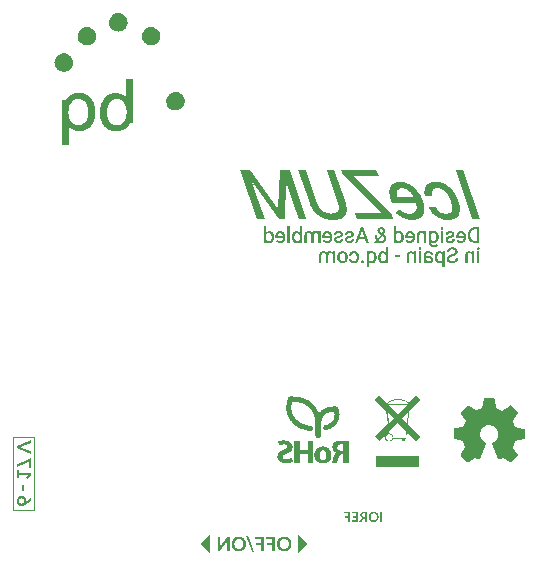
<source format=gbo>
G04 Layer_Color=32896*
%FSLAX44Y44*%
%MOMM*%
G71*
G01*
G75*
%ADD89C,0.1000*%
G36*
X400975Y268906D02*
X401143Y268876D01*
X401280Y268815D01*
X401402Y268754D01*
X401494Y268692D01*
X401555Y268631D01*
X401601Y268601D01*
X401616Y268586D01*
X401707Y268463D01*
X401784Y268326D01*
X401830Y268204D01*
X401875Y268082D01*
X401891Y267975D01*
X401906Y267883D01*
Y267822D01*
Y267807D01*
X401891Y267639D01*
X401860Y267486D01*
X401814Y267349D01*
X401753Y267227D01*
X401707Y267135D01*
X401662Y267074D01*
X401631Y267029D01*
X401616Y267013D01*
X401494Y266906D01*
X401356Y266830D01*
X401219Y266784D01*
X401082Y266754D01*
X400960Y266723D01*
X400868Y266708D01*
X400776D01*
X400578Y266723D01*
X400410Y266754D01*
X400257Y266800D01*
X400135Y266861D01*
X400044Y266922D01*
X399982Y266967D01*
X399937Y266998D01*
X399921Y267013D01*
X399815Y267135D01*
X399738Y267273D01*
X399692Y267395D01*
X399647Y267517D01*
X399631Y267624D01*
X399616Y267715D01*
Y267777D01*
Y267792D01*
X399631Y267960D01*
X399662Y268112D01*
X399708Y268250D01*
X399769Y268372D01*
X399830Y268463D01*
X399876Y268524D01*
X399906Y268570D01*
X399921Y268586D01*
X400044Y268692D01*
X400181Y268784D01*
X400318Y268845D01*
X400456Y268876D01*
X400578Y268906D01*
X400685Y268921D01*
X400776D01*
X400975Y268906D01*
D02*
G37*
G36*
X351668D02*
X351835Y268876D01*
X351973Y268815D01*
X352095Y268754D01*
X352187Y268692D01*
X352248Y268631D01*
X352293Y268601D01*
X352309Y268586D01*
X352400Y268463D01*
X352477Y268326D01*
X352522Y268204D01*
X352568Y268082D01*
X352583Y267975D01*
X352599Y267883D01*
Y267822D01*
Y267807D01*
X352583Y267639D01*
X352553Y267486D01*
X352507Y267349D01*
X352446Y267227D01*
X352400Y267135D01*
X352355Y267074D01*
X352324Y267029D01*
X352309Y267013D01*
X352187Y266906D01*
X352049Y266830D01*
X351912Y266784D01*
X351774Y266754D01*
X351652Y266723D01*
X351561Y266708D01*
X351469D01*
X351271Y266723D01*
X351103Y266754D01*
X350950Y266800D01*
X350828Y266861D01*
X350736Y266922D01*
X350675Y266967D01*
X350630Y266998D01*
X350614Y267013D01*
X350507Y267135D01*
X350431Y267273D01*
X350385Y267395D01*
X350339Y267517D01*
X350324Y267624D01*
X350309Y267715D01*
Y267777D01*
Y267792D01*
X350324Y267960D01*
X350355Y268112D01*
X350401Y268250D01*
X350462Y268372D01*
X350523Y268463D01*
X350568Y268524D01*
X350599Y268570D01*
X350614Y268586D01*
X350736Y268692D01*
X350874Y268784D01*
X351011Y268845D01*
X351148Y268876D01*
X351271Y268906D01*
X351377Y268921D01*
X351469D01*
X351668Y268906D01*
D02*
G37*
G36*
X221474Y281576D02*
X221627Y281775D01*
X221780Y281943D01*
X221963Y282095D01*
X222161Y282233D01*
X222360Y282340D01*
X222574Y282431D01*
X222772Y282508D01*
X222971Y282569D01*
X223169Y282614D01*
X223337Y282645D01*
X223505Y282675D01*
X223642Y282691D01*
X223764Y282706D01*
X223932D01*
X224253Y282691D01*
X224558Y282645D01*
X224848Y282584D01*
X225123Y282492D01*
X225382Y282386D01*
X225611Y282263D01*
X225825Y282141D01*
X226024Y282019D01*
X226192Y281882D01*
X226344Y281760D01*
X226481Y281637D01*
X226588Y281531D01*
X226680Y281439D01*
X226741Y281378D01*
X226772Y281332D01*
X226787Y281317D01*
X226970Y281042D01*
X227138Y280767D01*
X227291Y280462D01*
X227413Y280157D01*
X227520Y279867D01*
X227611Y279561D01*
X227672Y279256D01*
X227733Y278981D01*
X227779Y278706D01*
X227810Y278462D01*
X227840Y278249D01*
X227855Y278050D01*
X227871Y277897D01*
Y277791D01*
Y277714D01*
Y277684D01*
Y277562D01*
X227855Y277150D01*
X227825Y276768D01*
X227764Y276386D01*
X227703Y276050D01*
X227626Y275714D01*
X227535Y275424D01*
X227428Y275150D01*
X227321Y274890D01*
X227229Y274676D01*
X227123Y274478D01*
X227031Y274310D01*
X226955Y274173D01*
X226894Y274051D01*
X226833Y273974D01*
X226802Y273929D01*
X226787Y273913D01*
X226573Y273669D01*
X226359Y273455D01*
X226130Y273257D01*
X225886Y273104D01*
X225657Y272967D01*
X225413Y272845D01*
X225184Y272753D01*
X224970Y272692D01*
X224757Y272631D01*
X224573Y272585D01*
X224405Y272555D01*
X224253Y272524D01*
X224131D01*
X224039Y272509D01*
X223963D01*
X223627Y272524D01*
X223322Y272555D01*
X223047Y272616D01*
X222787Y272692D01*
X222558Y272784D01*
X222345Y272890D01*
X222161Y272997D01*
X221994Y273104D01*
X221856Y273211D01*
X221719Y273318D01*
X221627Y273425D01*
X221535Y273516D01*
X221474Y273593D01*
X221429Y273654D01*
X221413Y273684D01*
X221398Y273699D01*
X221337Y272692D01*
X219490D01*
Y286522D01*
X221474D01*
Y281576D01*
D02*
G37*
G36*
X292031Y282691D02*
X292321Y282675D01*
X292581Y282630D01*
X292825Y282569D01*
X293069Y282508D01*
X293283Y282431D01*
X293481Y282355D01*
X293664Y282279D01*
X293832Y282202D01*
X293985Y282126D01*
X294107Y282050D01*
X294214Y281989D01*
X294290Y281928D01*
X294352Y281882D01*
X294382Y281866D01*
X294397Y281851D01*
X294580Y281683D01*
X294733Y281515D01*
X294870Y281347D01*
X294993Y281164D01*
X295100Y280981D01*
X295176Y280813D01*
X295298Y280477D01*
X295374Y280187D01*
X295405Y280065D01*
X295420Y279958D01*
X295435Y279867D01*
Y279806D01*
Y279760D01*
Y279745D01*
X295420Y279470D01*
X295374Y279226D01*
X295313Y278997D01*
X295237Y278798D01*
X295176Y278645D01*
X295115Y278523D01*
X295069Y278462D01*
X295054Y278432D01*
X294901Y278233D01*
X294718Y278050D01*
X294535Y277897D01*
X294352Y277760D01*
X294184Y277653D01*
X294046Y277577D01*
X293955Y277516D01*
X293939Y277501D01*
X293924D01*
X293619Y277363D01*
X293298Y277241D01*
X292978Y277134D01*
X292657Y277043D01*
X292382Y276966D01*
X292260Y276936D01*
X292153Y276905D01*
X292077Y276890D01*
X292016Y276875D01*
X291970Y276859D01*
X291955D01*
X291726Y276814D01*
X291527Y276753D01*
X291344Y276707D01*
X291176Y276661D01*
X291024Y276600D01*
X290886Y276554D01*
X290764Y276508D01*
X290657Y276462D01*
X290474Y276386D01*
X290367Y276325D01*
X290291Y276279D01*
X290276Y276264D01*
X290123Y276142D01*
X290016Y275989D01*
X289940Y275837D01*
X289894Y275699D01*
X289848Y275577D01*
X289833Y275470D01*
Y275409D01*
Y275379D01*
X289848Y275196D01*
X289909Y275012D01*
X289986Y274875D01*
X290077Y274737D01*
X290184Y274646D01*
X290260Y274570D01*
X290321Y274524D01*
X290337Y274508D01*
X290535Y274402D01*
X290749Y274325D01*
X290978Y274264D01*
X291192Y274234D01*
X291390Y274203D01*
X291543Y274188D01*
X291680D01*
X292016Y274203D01*
X292306Y274249D01*
X292565Y274325D01*
X292779Y274402D01*
X292947Y274478D01*
X293069Y274554D01*
X293146Y274600D01*
X293176Y274615D01*
X293359Y274799D01*
X293497Y274997D01*
X293603Y275226D01*
X293680Y275440D01*
X293726Y275638D01*
X293756Y275791D01*
Y275852D01*
X293771Y275898D01*
Y275928D01*
Y275944D01*
X295756D01*
X295741Y275562D01*
X295680Y275211D01*
X295588Y274890D01*
X295496Y274631D01*
X295405Y274417D01*
X295313Y274249D01*
X295283Y274188D01*
X295252Y274142D01*
X295237Y274127D01*
Y274112D01*
X295023Y273837D01*
X294779Y273608D01*
X294550Y273394D01*
X294306Y273226D01*
X294107Y273104D01*
X293939Y272997D01*
X293878Y272967D01*
X293832Y272936D01*
X293802Y272921D01*
X293787D01*
X293436Y272784D01*
X293069Y272677D01*
X292718Y272616D01*
X292382Y272555D01*
X292108Y272524D01*
X291985D01*
X291879Y272509D01*
X291680D01*
X291375Y272524D01*
X291085Y272539D01*
X290810Y272585D01*
X290535Y272631D01*
X290291Y272692D01*
X290077Y272768D01*
X289863Y272845D01*
X289680Y272921D01*
X289512Y272982D01*
X289360Y273058D01*
X289238Y273135D01*
X289131Y273196D01*
X289039Y273242D01*
X288978Y273287D01*
X288948Y273303D01*
X288932Y273318D01*
X288734Y273470D01*
X288581Y273638D01*
X288428Y273822D01*
X288306Y274005D01*
X288200Y274188D01*
X288108Y274371D01*
X288047Y274539D01*
X287986Y274707D01*
X287910Y275028D01*
X287879Y275165D01*
X287864Y275272D01*
X287848Y275363D01*
Y275440D01*
Y275485D01*
Y275501D01*
X287864Y275791D01*
X287910Y276050D01*
X287971Y276279D01*
X288047Y276478D01*
X288123Y276646D01*
X288184Y276753D01*
X288230Y276829D01*
X288245Y276859D01*
X288398Y277073D01*
X288596Y277256D01*
X288780Y277424D01*
X288978Y277562D01*
X289146Y277684D01*
X289283Y277760D01*
X289390Y277821D01*
X289405Y277836D01*
X289421D01*
X289726Y277974D01*
X290062Y278111D01*
X290398Y278218D01*
X290718Y278310D01*
X290993Y278386D01*
X291115Y278417D01*
X291222Y278447D01*
X291298Y278462D01*
X291360Y278477D01*
X291405Y278493D01*
X291420D01*
X291634Y278539D01*
X291833Y278600D01*
X292016Y278645D01*
X292184Y278691D01*
X292336Y278737D01*
X292459Y278783D01*
X292688Y278859D01*
X292840Y278936D01*
X292962Y278981D01*
X293023Y279012D01*
X293039Y279027D01*
X293176Y279134D01*
X293268Y279271D01*
X293344Y279394D01*
X293390Y279516D01*
X293420Y279638D01*
X293436Y279729D01*
Y279790D01*
Y279806D01*
X293420Y280004D01*
X293375Y280172D01*
X293298Y280309D01*
X293222Y280447D01*
X293146Y280538D01*
X293069Y280615D01*
X293023Y280660D01*
X293008Y280676D01*
X292825Y280798D01*
X292626Y280874D01*
X292413Y280935D01*
X292214Y280981D01*
X292031Y281012D01*
X291879Y281027D01*
X291741D01*
X291451Y281012D01*
X291207Y280966D01*
X290978Y280889D01*
X290795Y280813D01*
X290642Y280722D01*
X290535Y280660D01*
X290459Y280599D01*
X290443Y280584D01*
X290276Y280401D01*
X290138Y280203D01*
X290047Y280004D01*
X289986Y279821D01*
X289955Y279638D01*
X289925Y279500D01*
Y279409D01*
Y279394D01*
Y279378D01*
X287925D01*
X287940Y279668D01*
X287971Y279928D01*
X288016Y280187D01*
X288093Y280416D01*
X288169Y280630D01*
X288261Y280828D01*
X288352Y281012D01*
X288459Y281180D01*
X288551Y281332D01*
X288657Y281454D01*
X288749Y281561D01*
X288825Y281653D01*
X288902Y281729D01*
X288948Y281775D01*
X288978Y281805D01*
X288993Y281821D01*
X289207Y281973D01*
X289421Y282111D01*
X289650Y282233D01*
X289879Y282340D01*
X290108Y282416D01*
X290337Y282492D01*
X290764Y282599D01*
X290963Y282630D01*
X291146Y282660D01*
X291314Y282675D01*
X291466Y282691D01*
X291573Y282706D01*
X291741D01*
X292031Y282691D01*
D02*
G37*
G36*
X282750D02*
X283040Y282675D01*
X283299Y282630D01*
X283544Y282569D01*
X283788Y282508D01*
X284002Y282431D01*
X284200Y282355D01*
X284383Y282279D01*
X284551Y282202D01*
X284704Y282126D01*
X284826Y282050D01*
X284933Y281989D01*
X285009Y281928D01*
X285070Y281882D01*
X285101Y281866D01*
X285116Y281851D01*
X285299Y281683D01*
X285452Y281515D01*
X285589Y281347D01*
X285711Y281164D01*
X285818Y280981D01*
X285894Y280813D01*
X286017Y280477D01*
X286093Y280187D01*
X286123Y280065D01*
X286139Y279958D01*
X286154Y279867D01*
Y279806D01*
Y279760D01*
Y279745D01*
X286139Y279470D01*
X286093Y279226D01*
X286032Y278997D01*
X285956Y278798D01*
X285894Y278645D01*
X285833Y278523D01*
X285788Y278462D01*
X285772Y278432D01*
X285620Y278233D01*
X285436Y278050D01*
X285253Y277897D01*
X285070Y277760D01*
X284902Y277653D01*
X284765Y277577D01*
X284673Y277516D01*
X284658Y277501D01*
X284643D01*
X284337Y277363D01*
X284017Y277241D01*
X283696Y277134D01*
X283376Y277043D01*
X283101Y276966D01*
X282979Y276936D01*
X282872Y276905D01*
X282796Y276890D01*
X282735Y276875D01*
X282689Y276859D01*
X282673D01*
X282444Y276814D01*
X282246Y276753D01*
X282063Y276707D01*
X281895Y276661D01*
X281742Y276600D01*
X281605Y276554D01*
X281483Y276508D01*
X281376Y276462D01*
X281193Y276386D01*
X281086Y276325D01*
X281010Y276279D01*
X280994Y276264D01*
X280842Y276142D01*
X280735Y275989D01*
X280658Y275837D01*
X280613Y275699D01*
X280567Y275577D01*
X280552Y275470D01*
Y275409D01*
Y275379D01*
X280567Y275196D01*
X280628Y275012D01*
X280704Y274875D01*
X280796Y274737D01*
X280903Y274646D01*
X280979Y274570D01*
X281040Y274524D01*
X281055Y274508D01*
X281254Y274402D01*
X281467Y274325D01*
X281696Y274264D01*
X281910Y274234D01*
X282109Y274203D01*
X282261Y274188D01*
X282399D01*
X282735Y274203D01*
X283025Y274249D01*
X283284Y274325D01*
X283498Y274402D01*
X283666Y274478D01*
X283788Y274554D01*
X283864Y274600D01*
X283895Y274615D01*
X284078Y274799D01*
X284215Y274997D01*
X284322Y275226D01*
X284398Y275440D01*
X284444Y275638D01*
X284475Y275791D01*
Y275852D01*
X284490Y275898D01*
Y275928D01*
Y275944D01*
X286474D01*
X286459Y275562D01*
X286398Y275211D01*
X286307Y274890D01*
X286215Y274631D01*
X286123Y274417D01*
X286032Y274249D01*
X286001Y274188D01*
X285971Y274142D01*
X285956Y274127D01*
Y274112D01*
X285742Y273837D01*
X285497Y273608D01*
X285269Y273394D01*
X285024Y273226D01*
X284826Y273104D01*
X284658Y272997D01*
X284597Y272967D01*
X284551Y272936D01*
X284521Y272921D01*
X284505D01*
X284154Y272784D01*
X283788Y272677D01*
X283437Y272616D01*
X283101Y272555D01*
X282826Y272524D01*
X282704D01*
X282597Y272509D01*
X282399D01*
X282093Y272524D01*
X281803Y272539D01*
X281528Y272585D01*
X281254Y272631D01*
X281010Y272692D01*
X280796Y272768D01*
X280582Y272845D01*
X280399Y272921D01*
X280231Y272982D01*
X280078Y273058D01*
X279956Y273135D01*
X279849Y273196D01*
X279758Y273242D01*
X279697Y273287D01*
X279666Y273303D01*
X279651Y273318D01*
X279452Y273470D01*
X279300Y273638D01*
X279147Y273822D01*
X279025Y274005D01*
X278918Y274188D01*
X278827Y274371D01*
X278766Y274539D01*
X278704Y274707D01*
X278628Y275028D01*
X278598Y275165D01*
X278582Y275272D01*
X278567Y275363D01*
Y275440D01*
Y275485D01*
Y275501D01*
X278582Y275791D01*
X278628Y276050D01*
X278689Y276279D01*
X278766Y276478D01*
X278842Y276646D01*
X278903Y276753D01*
X278949Y276829D01*
X278964Y276859D01*
X279117Y277073D01*
X279315Y277256D01*
X279498Y277424D01*
X279697Y277562D01*
X279865Y277684D01*
X280002Y277760D01*
X280109Y277821D01*
X280124Y277836D01*
X280139D01*
X280445Y277974D01*
X280781Y278111D01*
X281116Y278218D01*
X281437Y278310D01*
X281712Y278386D01*
X281834Y278417D01*
X281941Y278447D01*
X282017Y278462D01*
X282078Y278477D01*
X282124Y278493D01*
X282139D01*
X282353Y278539D01*
X282551Y278600D01*
X282735Y278645D01*
X282902Y278691D01*
X283055Y278737D01*
X283177Y278783D01*
X283406Y278859D01*
X283559Y278936D01*
X283681Y278981D01*
X283742Y279012D01*
X283757Y279027D01*
X283895Y279134D01*
X283986Y279271D01*
X284063Y279394D01*
X284108Y279516D01*
X284139Y279638D01*
X284154Y279729D01*
Y279790D01*
Y279806D01*
X284139Y280004D01*
X284093Y280172D01*
X284017Y280309D01*
X283941Y280447D01*
X283864Y280538D01*
X283788Y280615D01*
X283742Y280660D01*
X283727Y280676D01*
X283544Y280798D01*
X283345Y280874D01*
X283131Y280935D01*
X282933Y280981D01*
X282750Y281012D01*
X282597Y281027D01*
X282460D01*
X282170Y281012D01*
X281925Y280966D01*
X281696Y280889D01*
X281513Y280813D01*
X281361Y280722D01*
X281254Y280660D01*
X281177Y280599D01*
X281162Y280584D01*
X280994Y280401D01*
X280857Y280203D01*
X280765Y280004D01*
X280704Y279821D01*
X280674Y279638D01*
X280643Y279500D01*
Y279409D01*
Y279394D01*
Y279378D01*
X278643D01*
X278659Y279668D01*
X278689Y279928D01*
X278735Y280187D01*
X278811Y280416D01*
X278888Y280630D01*
X278979Y280828D01*
X279071Y281012D01*
X279178Y281180D01*
X279269Y281332D01*
X279376Y281454D01*
X279468Y281561D01*
X279544Y281653D01*
X279620Y281729D01*
X279666Y281775D01*
X279697Y281805D01*
X279712Y281821D01*
X279926Y281973D01*
X280139Y282111D01*
X280368Y282233D01*
X280597Y282340D01*
X280826Y282416D01*
X281055Y282492D01*
X281483Y282599D01*
X281681Y282630D01*
X281864Y282660D01*
X282032Y282675D01*
X282185Y282691D01*
X282292Y282706D01*
X282460D01*
X282750Y282691D01*
D02*
G37*
G36*
X311092Y265609D02*
X311413Y265563D01*
X311703Y265502D01*
X311978Y265410D01*
X312237Y265303D01*
X312481Y265197D01*
X312695Y265059D01*
X312893Y264937D01*
X313061Y264815D01*
X313214Y264693D01*
X313351Y264571D01*
X313458Y264464D01*
X313550Y264372D01*
X313611Y264311D01*
X313641Y264265D01*
X313657Y264250D01*
X313840Y263991D01*
X314008Y263701D01*
X314145Y263411D01*
X314267Y263105D01*
X314374Y262800D01*
X314466Y262495D01*
X314542Y262205D01*
X314588Y261915D01*
X314634Y261640D01*
X314664Y261396D01*
X314695Y261182D01*
X314710Y260983D01*
X314725Y260816D01*
Y260709D01*
Y260632D01*
Y260602D01*
Y260495D01*
X314710Y260083D01*
X314680Y259686D01*
X314634Y259304D01*
X314557Y258968D01*
X314481Y258633D01*
X314389Y258327D01*
X314283Y258052D01*
X314191Y257808D01*
X314084Y257579D01*
X313993Y257381D01*
X313901Y257213D01*
X313825Y257076D01*
X313748Y256969D01*
X313703Y256877D01*
X313672Y256831D01*
X313657Y256816D01*
X313443Y256572D01*
X313229Y256358D01*
X313000Y256175D01*
X312756Y256007D01*
X312512Y255885D01*
X312267Y255763D01*
X312038Y255671D01*
X311810Y255595D01*
X311596Y255549D01*
X311397Y255503D01*
X311229Y255473D01*
X311077Y255442D01*
X310939D01*
X310848Y255427D01*
X310772D01*
X310466Y255442D01*
X310176Y255473D01*
X309917Y255518D01*
X309672Y255595D01*
X309443Y255671D01*
X309245Y255763D01*
X309077Y255854D01*
X308909Y255946D01*
X308772Y256037D01*
X308665Y256144D01*
X308558Y256221D01*
X308482Y256297D01*
X308421Y256373D01*
X308375Y256419D01*
X308360Y256450D01*
X308344Y256465D01*
Y251961D01*
X306360D01*
Y265456D01*
X308207D01*
X308253Y264494D01*
X308405Y264693D01*
X308573Y264861D01*
X308757Y265014D01*
X308955Y265151D01*
X309153Y265258D01*
X309367Y265349D01*
X309581Y265426D01*
X309779Y265487D01*
X309978Y265532D01*
X310161Y265563D01*
X310329Y265594D01*
X310466Y265609D01*
X310588Y265624D01*
X310756D01*
X311092Y265609D01*
D02*
G37*
G36*
X334753Y260373D02*
X330113D01*
Y262052D01*
X334753D01*
Y260373D01*
D02*
G37*
G36*
X295857Y265594D02*
X296315Y265532D01*
X296712Y265426D01*
X296895Y265365D01*
X297063Y265319D01*
X297216Y265258D01*
X297338Y265197D01*
X297460Y265151D01*
X297552Y265090D01*
X297628Y265059D01*
X297689Y265029D01*
X297720Y264998D01*
X297735D01*
X298086Y264739D01*
X298391Y264464D01*
X298651Y264174D01*
X298864Y263884D01*
X299032Y263640D01*
X299109Y263517D01*
X299154Y263426D01*
X299200Y263349D01*
X299231Y263288D01*
X299261Y263258D01*
Y263243D01*
X299429Y262815D01*
X299567Y262373D01*
X299658Y261945D01*
X299719Y261563D01*
X299735Y261380D01*
X299750Y261212D01*
X299765Y261075D01*
Y260953D01*
X299780Y260846D01*
Y260770D01*
Y260724D01*
Y260709D01*
Y260434D01*
X299765Y260006D01*
X299735Y259610D01*
X299674Y259228D01*
X299597Y258877D01*
X299506Y258556D01*
X299399Y258251D01*
X299292Y257976D01*
X299185Y257732D01*
X299078Y257518D01*
X298971Y257320D01*
X298864Y257152D01*
X298773Y257014D01*
X298697Y256908D01*
X298636Y256831D01*
X298605Y256785D01*
X298590Y256770D01*
X298361Y256541D01*
X298101Y256327D01*
X297842Y256144D01*
X297582Y255992D01*
X297307Y255870D01*
X297033Y255763D01*
X296773Y255671D01*
X296529Y255595D01*
X296285Y255534D01*
X296071Y255503D01*
X295872Y255473D01*
X295705Y255442D01*
X295567D01*
X295460Y255427D01*
X295369D01*
X294987Y255442D01*
X294636Y255503D01*
X294315Y255564D01*
X294025Y255656D01*
X293781Y255732D01*
X293689Y255763D01*
X293598Y255808D01*
X293537Y255824D01*
X293491Y255854D01*
X293461Y255870D01*
X293445D01*
X293125Y256053D01*
X292835Y256251D01*
X292590Y256465D01*
X292392Y256663D01*
X292224Y256831D01*
X292102Y256984D01*
X292041Y257076D01*
X292010Y257091D01*
Y257106D01*
X291827Y257411D01*
X291690Y257717D01*
X291583Y258022D01*
X291507Y258312D01*
X291461Y258571D01*
X291446Y258663D01*
X291430Y258755D01*
X291415Y258831D01*
Y258892D01*
Y258923D01*
Y258938D01*
X293293D01*
X293338Y258633D01*
X293430Y258358D01*
X293537Y258129D01*
X293659Y257930D01*
X293766Y257778D01*
X293873Y257671D01*
X293934Y257610D01*
X293964Y257579D01*
X294193Y257427D01*
X294438Y257304D01*
X294667Y257228D01*
X294895Y257167D01*
X295079Y257136D01*
X295231Y257121D01*
X295292Y257106D01*
X295369D01*
X295582Y257121D01*
X295781Y257136D01*
X296132Y257228D01*
X296437Y257365D01*
X296697Y257518D01*
X296895Y257671D01*
X297033Y257808D01*
X297124Y257900D01*
X297139Y257915D01*
X297155Y257930D01*
X297262Y258098D01*
X297369Y258266D01*
X297521Y258663D01*
X297628Y259060D01*
X297704Y259442D01*
X297735Y259625D01*
X297750Y259793D01*
X297765Y259945D01*
Y260083D01*
X297781Y260190D01*
Y260266D01*
Y260327D01*
Y260342D01*
Y260648D01*
Y260938D01*
X297750Y261228D01*
X297720Y261487D01*
X297689Y261716D01*
X297628Y261945D01*
X297582Y262144D01*
X297521Y262327D01*
X297460Y262495D01*
X297414Y262632D01*
X297353Y262754D01*
X297292Y262861D01*
X297246Y262953D01*
X297216Y263014D01*
X297185Y263075D01*
X297155Y263090D01*
Y263105D01*
X297033Y263258D01*
X296895Y263380D01*
X296758Y263502D01*
X296605Y263594D01*
X296300Y263746D01*
X296025Y263838D01*
X295766Y263899D01*
X295659Y263914D01*
X295552Y263930D01*
X295476Y263945D01*
X295369D01*
X295063Y263914D01*
X294789Y263853D01*
X294544Y263777D01*
X294346Y263670D01*
X294178Y263563D01*
X294056Y263487D01*
X293980Y263426D01*
X293949Y263395D01*
X293751Y263166D01*
X293598Y262922D01*
X293491Y262663D01*
X293400Y262403D01*
X293354Y262174D01*
X293308Y261991D01*
Y261915D01*
X293293Y261869D01*
Y261838D01*
Y261823D01*
X291415D01*
X291446Y262144D01*
X291491Y262449D01*
X291552Y262739D01*
X291629Y263014D01*
X291720Y263258D01*
X291827Y263487D01*
X291934Y263701D01*
X292041Y263884D01*
X292148Y264052D01*
X292255Y264204D01*
X292346Y264326D01*
X292423Y264433D01*
X292499Y264510D01*
X292560Y264571D01*
X292590Y264601D01*
X292606Y264617D01*
X292819Y264800D01*
X293033Y264952D01*
X293262Y265090D01*
X293506Y265197D01*
X293735Y265303D01*
X293964Y265380D01*
X294392Y265502D01*
X294606Y265548D01*
X294789Y265578D01*
X294941Y265594D01*
X295094Y265609D01*
X295201Y265624D01*
X295369D01*
X295857Y265594D01*
D02*
G37*
G36*
X358919Y265609D02*
X359285Y265563D01*
X359621Y265487D01*
X359926Y265426D01*
X360170Y265349D01*
X360262Y265303D01*
X360354Y265273D01*
X360415Y265258D01*
X360460Y265227D01*
X360491Y265212D01*
X360506D01*
X360827Y265044D01*
X361117Y264876D01*
X361361Y264693D01*
X361559Y264510D01*
X361727Y264357D01*
X361850Y264235D01*
X361911Y264143D01*
X361941Y264128D01*
Y264113D01*
X362124Y263838D01*
X362246Y263563D01*
X362338Y263288D01*
X362414Y263029D01*
X362445Y262800D01*
X362460Y262617D01*
X362475Y262556D01*
Y262510D01*
Y262479D01*
Y262464D01*
X360476D01*
X360460Y262708D01*
X360399Y262937D01*
X360308Y263121D01*
X360216Y263273D01*
X360125Y263395D01*
X360033Y263487D01*
X359972Y263548D01*
X359957Y263563D01*
X359743Y263701D01*
X359529Y263792D01*
X359300Y263869D01*
X359086Y263914D01*
X358903Y263945D01*
X358766Y263960D01*
X358629D01*
X358308Y263945D01*
X358033Y263884D01*
X357789Y263823D01*
X357590Y263731D01*
X357453Y263655D01*
X357346Y263578D01*
X357270Y263517D01*
X357255Y263502D01*
X357102Y263319D01*
X356995Y263121D01*
X356904Y262922D01*
X356858Y262724D01*
X356827Y262556D01*
X356797Y262403D01*
Y262311D01*
Y262296D01*
Y262281D01*
Y261716D01*
X358186D01*
X358568Y261701D01*
X358934Y261686D01*
X359270Y261640D01*
X359590Y261579D01*
X359880Y261518D01*
X360155Y261441D01*
X360399Y261365D01*
X360628Y261289D01*
X360827Y261197D01*
X360995Y261121D01*
X361147Y261045D01*
X361269Y260983D01*
X361361Y260922D01*
X361422Y260877D01*
X361468Y260861D01*
X361483Y260846D01*
X361697Y260678D01*
X361880Y260495D01*
X362033Y260296D01*
X362170Y260098D01*
X362292Y259900D01*
X362384Y259701D01*
X362460Y259503D01*
X362521Y259304D01*
X362567Y259121D01*
X362613Y258953D01*
X362643Y258800D01*
X362659Y258678D01*
Y258571D01*
X362674Y258495D01*
Y258434D01*
Y258419D01*
X362659Y258175D01*
X362628Y257946D01*
X362582Y257732D01*
X362521Y257533D01*
X362369Y257167D01*
X362292Y256999D01*
X362201Y256847D01*
X362109Y256724D01*
X362033Y256602D01*
X361941Y256495D01*
X361880Y256419D01*
X361819Y256358D01*
X361773Y256312D01*
X361743Y256282D01*
X361727Y256266D01*
X361544Y256114D01*
X361346Y255992D01*
X361147Y255885D01*
X360934Y255778D01*
X360537Y255625D01*
X360140Y255534D01*
X359972Y255503D01*
X359804Y255473D01*
X359651Y255457D01*
X359529Y255442D01*
X359422Y255427D01*
X359285D01*
X358980Y255442D01*
X358705Y255473D01*
X358430Y255534D01*
X358186Y255610D01*
X357957Y255702D01*
X357743Y255793D01*
X357560Y255900D01*
X357377Y256022D01*
X357224Y256129D01*
X357102Y256236D01*
X356980Y256327D01*
X356888Y256419D01*
X356812Y256495D01*
X356766Y256556D01*
X356736Y256587D01*
X356720Y256602D01*
X356690Y256388D01*
X356659Y256190D01*
X356629Y256022D01*
X356583Y255885D01*
X356537Y255763D01*
X356507Y255686D01*
X356491Y255625D01*
X356476Y255610D01*
X354476D01*
Y255946D01*
X354583Y256251D01*
X354675Y256602D01*
X354736Y256938D01*
X354766Y257274D01*
X354797Y257564D01*
Y257686D01*
X354812Y257793D01*
Y257885D01*
Y257946D01*
Y257991D01*
Y258007D01*
Y262250D01*
X354827Y262556D01*
X354858Y262831D01*
X354919Y263090D01*
X354980Y263334D01*
X355056Y263548D01*
X355148Y263762D01*
X355240Y263945D01*
X355331Y264113D01*
X355423Y264265D01*
X355514Y264388D01*
X355606Y264510D01*
X355682Y264586D01*
X355743Y264662D01*
X355789Y264708D01*
X355820Y264739D01*
X355835Y264754D01*
X356018Y264907D01*
X356232Y265044D01*
X356446Y265151D01*
X356659Y265258D01*
X356888Y265349D01*
X357117Y265410D01*
X357545Y265517D01*
X357743Y265548D01*
X357926Y265578D01*
X358094Y265594D01*
X358232Y265609D01*
X358354Y265624D01*
X358522D01*
X358919Y265609D01*
D02*
G37*
G36*
X324419Y255610D02*
X322572D01*
X322526Y256694D01*
X322373Y256465D01*
X322190Y256282D01*
X322007Y256114D01*
X321793Y255961D01*
X321579Y255839D01*
X321366Y255732D01*
X321137Y255656D01*
X320923Y255579D01*
X320725Y255534D01*
X320526Y255488D01*
X320343Y255473D01*
X320190Y255442D01*
X320068D01*
X319961Y255427D01*
X319885D01*
X319564Y255442D01*
X319259Y255488D01*
X318969Y255549D01*
X318694Y255641D01*
X318450Y255747D01*
X318221Y255870D01*
X318007Y255992D01*
X317809Y256114D01*
X317641Y256236D01*
X317504Y256373D01*
X317366Y256480D01*
X317259Y256587D01*
X317183Y256679D01*
X317122Y256740D01*
X317091Y256785D01*
X317076Y256801D01*
X316893Y257076D01*
X316725Y257350D01*
X316588Y257640D01*
X316465Y257946D01*
X316359Y258251D01*
X316282Y258556D01*
X316206Y258846D01*
X316160Y259121D01*
X316114Y259396D01*
X316084Y259640D01*
X316053Y259854D01*
X316038Y260052D01*
X316023Y260205D01*
Y260327D01*
Y260388D01*
Y260419D01*
Y260556D01*
X316038Y260983D01*
X316069Y261380D01*
X316114Y261762D01*
X316191Y262113D01*
X316267Y262449D01*
X316343Y262754D01*
X316450Y263029D01*
X316542Y263273D01*
X316633Y263502D01*
X316725Y263701D01*
X316817Y263869D01*
X316893Y264006D01*
X316969Y264113D01*
X317015Y264189D01*
X317046Y264235D01*
X317061Y264250D01*
X317259Y264494D01*
X317473Y264708D01*
X317702Y264891D01*
X317931Y265044D01*
X318175Y265181D01*
X318419Y265288D01*
X318648Y265380D01*
X318877Y265456D01*
X319091Y265502D01*
X319274Y265548D01*
X319457Y265578D01*
X319610Y265609D01*
X319732D01*
X319839Y265624D01*
X319916D01*
X320236Y265609D01*
X320541Y265578D01*
X320816Y265517D01*
X321076Y265441D01*
X321305Y265349D01*
X321503Y265242D01*
X321686Y265136D01*
X321854Y265029D01*
X321992Y264907D01*
X322114Y264800D01*
X322221Y264693D01*
X322297Y264601D01*
X322358Y264525D01*
X322404Y264464D01*
X322419Y264433D01*
X322434Y264418D01*
Y269440D01*
X324419D01*
Y255610D01*
D02*
G37*
G36*
X275432Y265609D02*
X275737Y265578D01*
X276028Y265517D01*
X276302Y265441D01*
X276531Y265334D01*
X276760Y265242D01*
X276943Y265120D01*
X277127Y265014D01*
X277279Y264907D01*
X277401Y264785D01*
X277508Y264693D01*
X277600Y264601D01*
X277661Y264510D01*
X277707Y264449D01*
X277737Y264418D01*
X277752Y264403D01*
X277783Y265456D01*
X279676D01*
Y255610D01*
X277691D01*
Y262678D01*
X277584Y262892D01*
X277462Y263075D01*
X277310Y263243D01*
X277157Y263380D01*
X277004Y263502D01*
X276836Y263609D01*
X276669Y263685D01*
X276501Y263746D01*
X276180Y263838D01*
X276058Y263869D01*
X275936Y263884D01*
X275829Y263899D01*
X275692D01*
X275371Y263884D01*
X275081Y263823D01*
X274837Y263731D01*
X274623Y263609D01*
X274440Y263456D01*
X274303Y263304D01*
X274180Y263136D01*
X274074Y262953D01*
X273997Y262770D01*
X273936Y262602D01*
X273906Y262449D01*
X273875Y262296D01*
X273860Y262174D01*
X273845Y262083D01*
Y262021D01*
Y262006D01*
Y255610D01*
X271845D01*
Y262098D01*
X271799Y262388D01*
X271707Y262647D01*
X271616Y262861D01*
X271509Y263044D01*
X271402Y263197D01*
X271311Y263304D01*
X271249Y263380D01*
X271219Y263395D01*
X271005Y263563D01*
X270776Y263685D01*
X270547Y263777D01*
X270318Y263838D01*
X270135Y263869D01*
X269982Y263899D01*
X269845D01*
X269494Y263884D01*
X269189Y263823D01*
X268944Y263762D01*
X268746Y263670D01*
X268593Y263594D01*
X268486Y263517D01*
X268425Y263456D01*
X268410Y263441D01*
X268273Y263258D01*
X268166Y263029D01*
X268105Y262800D01*
X268044Y262571D01*
X268013Y262373D01*
X267998Y262205D01*
Y262144D01*
Y262098D01*
Y262067D01*
Y262052D01*
Y255610D01*
X266013D01*
Y261960D01*
X266029Y262296D01*
X266059Y262602D01*
X266105Y262892D01*
X266166Y263166D01*
X266242Y263426D01*
X266334Y263655D01*
X266441Y263884D01*
X266563Y264082D01*
X266685Y264265D01*
X266807Y264433D01*
X267097Y264723D01*
X267402Y264968D01*
X267708Y265166D01*
X268013Y265319D01*
X268318Y265426D01*
X268608Y265517D01*
X268853Y265563D01*
X269066Y265594D01*
X269234Y265624D01*
X269372D01*
X269769Y265609D01*
X270120Y265548D01*
X270440Y265487D01*
X270730Y265395D01*
X270944Y265319D01*
X271051Y265273D01*
X271127Y265242D01*
X271188Y265212D01*
X271234Y265181D01*
X271249Y265166D01*
X271265D01*
X271539Y264998D01*
X271768Y264815D01*
X271967Y264632D01*
X272104Y264479D01*
X272226Y264326D01*
X272303Y264220D01*
X272348Y264143D01*
X272364Y264113D01*
X272501Y264372D01*
X272654Y264617D01*
X272852Y264815D01*
X273051Y264983D01*
X273280Y265136D01*
X273509Y265258D01*
X273738Y265349D01*
X273967Y265441D01*
X274180Y265502D01*
X274394Y265548D01*
X274592Y265578D01*
X274760Y265594D01*
X274898Y265609D01*
X275005Y265624D01*
X275096D01*
X275432Y265609D01*
D02*
G37*
G36*
X233534Y282675D02*
X233946Y282599D01*
X234313Y282492D01*
X234648Y282370D01*
X234786Y282309D01*
X234923Y282248D01*
X235030Y282187D01*
X235122Y282141D01*
X235198Y282095D01*
X235259Y282065D01*
X235290Y282050D01*
X235305Y282034D01*
X235656Y281775D01*
X235977Y281470D01*
X236251Y281180D01*
X236465Y280889D01*
X236648Y280630D01*
X236709Y280523D01*
X236770Y280416D01*
X236816Y280340D01*
X236847Y280279D01*
X236877Y280248D01*
Y280233D01*
X237060Y279790D01*
X237198Y279348D01*
X237289Y278905D01*
X237351Y278508D01*
X237381Y278325D01*
X237396Y278157D01*
X237411Y278004D01*
Y277882D01*
X237427Y277775D01*
Y277699D01*
Y277653D01*
Y277638D01*
Y277348D01*
X237411Y276951D01*
X237366Y276569D01*
X237305Y276203D01*
X237228Y275867D01*
X237137Y275562D01*
X237030Y275272D01*
X236923Y274997D01*
X236801Y274768D01*
X236679Y274539D01*
X236572Y274356D01*
X236465Y274203D01*
X236374Y274066D01*
X236297Y273959D01*
X236221Y273883D01*
X236190Y273837D01*
X236175Y273822D01*
X235931Y273593D01*
X235671Y273394D01*
X235396Y273211D01*
X235122Y273058D01*
X234847Y272936D01*
X234572Y272829D01*
X234313Y272738D01*
X234053Y272677D01*
X233824Y272616D01*
X233595Y272585D01*
X233397Y272555D01*
X233229Y272524D01*
X233091D01*
X232985Y272509D01*
X232893D01*
X232435Y272539D01*
X232023Y272600D01*
X231626Y272692D01*
X231260Y272829D01*
X230909Y272982D01*
X230603Y273150D01*
X230328Y273348D01*
X230069Y273532D01*
X229855Y273730D01*
X229657Y273913D01*
X229489Y274081D01*
X229367Y274234D01*
X229260Y274371D01*
X229184Y274463D01*
X229138Y274539D01*
X229122Y274554D01*
X230344Y275470D01*
X230542Y275241D01*
X230741Y275043D01*
X230924Y274890D01*
X231092Y274753D01*
X231229Y274646D01*
X231351Y274570D01*
X231412Y274524D01*
X231443Y274508D01*
X231656Y274402D01*
X231886Y274325D01*
X232114Y274264D01*
X232328Y274234D01*
X232511Y274203D01*
X232664Y274188D01*
X232801D01*
X233015Y274203D01*
X233198Y274219D01*
X233565Y274310D01*
X233885Y274447D01*
X234160Y274600D01*
X234374Y274737D01*
X234526Y274875D01*
X234587Y274921D01*
X234633Y274967D01*
X234648Y274982D01*
X234664Y274997D01*
X234786Y275150D01*
X234908Y275318D01*
X235091Y275653D01*
X235229Y275974D01*
X235320Y276279D01*
X235381Y276554D01*
X235396Y276676D01*
X235412Y276768D01*
Y276859D01*
X235427Y276921D01*
Y276951D01*
Y276966D01*
X229000D01*
Y277821D01*
X229016Y278249D01*
X229046Y278645D01*
X229107Y279012D01*
X229168Y279363D01*
X229245Y279683D01*
X229336Y279989D01*
X229443Y280248D01*
X229535Y280493D01*
X229641Y280706D01*
X229748Y280889D01*
X229840Y281057D01*
X229916Y281195D01*
X229977Y281286D01*
X230038Y281363D01*
X230069Y281409D01*
X230084Y281424D01*
X230298Y281653D01*
X230527Y281851D01*
X230756Y282019D01*
X231000Y282172D01*
X231260Y282294D01*
X231504Y282401D01*
X231748Y282477D01*
X231992Y282553D01*
X232206Y282599D01*
X232420Y282645D01*
X232603Y282660D01*
X232771Y282691D01*
X232908D01*
X233000Y282706D01*
X233305D01*
X233534Y282675D01*
D02*
G37*
G36*
X401652Y272692D02*
X397943D01*
X397622Y272707D01*
X397301Y272722D01*
X396996Y272768D01*
X396706Y272814D01*
X396431Y272875D01*
X396187Y272936D01*
X395943Y273013D01*
X395729Y273074D01*
X395531Y273150D01*
X395363Y273211D01*
X395210Y273287D01*
X395073Y273333D01*
X394981Y273394D01*
X394905Y273425D01*
X394859Y273440D01*
X394844Y273455D01*
X394599Y273608D01*
X394370Y273761D01*
X393958Y274112D01*
X393775Y274280D01*
X393607Y274463D01*
X393455Y274646D01*
X393302Y274814D01*
X393180Y274982D01*
X393073Y275119D01*
X392996Y275257D01*
X392920Y275379D01*
X392859Y275470D01*
X392813Y275547D01*
X392798Y275592D01*
X392783Y275608D01*
X392661Y275882D01*
X392538Y276157D01*
X392355Y276722D01*
X392233Y277272D01*
X392187Y277531D01*
X392142Y277775D01*
X392111Y278004D01*
X392081Y278218D01*
X392065Y278401D01*
Y278569D01*
X392050Y278691D01*
Y278798D01*
Y278859D01*
Y278874D01*
Y279683D01*
X392065Y280019D01*
X392081Y280340D01*
X392126Y280645D01*
X392172Y280935D01*
X392233Y281225D01*
X392294Y281485D01*
X392355Y281729D01*
X392416Y281958D01*
X392493Y282157D01*
X392554Y282340D01*
X392615Y282492D01*
X392676Y282630D01*
X392722Y282737D01*
X392752Y282813D01*
X392767Y282859D01*
X392783Y282874D01*
X392920Y283134D01*
X393073Y283378D01*
X393241Y283591D01*
X393409Y283805D01*
X393577Y284004D01*
X393745Y284172D01*
X393912Y284340D01*
X394080Y284492D01*
X394233Y284614D01*
X394370Y284721D01*
X394492Y284828D01*
X394615Y284904D01*
X394706Y284965D01*
X394767Y285011D01*
X394813Y285026D01*
X394828Y285042D01*
X395088Y285179D01*
X395332Y285301D01*
X395607Y285408D01*
X395866Y285500D01*
X396370Y285637D01*
X396614Y285683D01*
X396843Y285729D01*
X397057Y285759D01*
X397256Y285774D01*
X397424Y285790D01*
X397576Y285805D01*
X397698Y285820D01*
X401652D01*
Y272692D01*
D02*
G37*
G36*
X273316Y282675D02*
X273728Y282599D01*
X274094Y282492D01*
X274430Y282370D01*
X274568Y282309D01*
X274705Y282248D01*
X274812Y282187D01*
X274903Y282141D01*
X274980Y282095D01*
X275041Y282065D01*
X275071Y282050D01*
X275086Y282034D01*
X275438Y281775D01*
X275758Y281470D01*
X276033Y281180D01*
X276247Y280889D01*
X276430Y280630D01*
X276491Y280523D01*
X276552Y280416D01*
X276598Y280340D01*
X276628Y280279D01*
X276659Y280248D01*
Y280233D01*
X276842Y279790D01*
X276980Y279348D01*
X277071Y278905D01*
X277132Y278508D01*
X277163Y278325D01*
X277178Y278157D01*
X277193Y278004D01*
Y277882D01*
X277208Y277775D01*
Y277699D01*
Y277653D01*
Y277638D01*
Y277348D01*
X277193Y276951D01*
X277147Y276569D01*
X277086Y276203D01*
X277010Y275867D01*
X276918Y275562D01*
X276812Y275272D01*
X276705Y274997D01*
X276583Y274768D01*
X276460Y274539D01*
X276354Y274356D01*
X276247Y274203D01*
X276155Y274066D01*
X276079Y273959D01*
X276003Y273883D01*
X275972Y273837D01*
X275957Y273822D01*
X275712Y273593D01*
X275453Y273394D01*
X275178Y273211D01*
X274903Y273058D01*
X274629Y272936D01*
X274354Y272829D01*
X274094Y272738D01*
X273835Y272677D01*
X273606Y272616D01*
X273377Y272585D01*
X273178Y272555D01*
X273011Y272524D01*
X272873D01*
X272766Y272509D01*
X272675D01*
X272217Y272539D01*
X271805Y272600D01*
X271408Y272692D01*
X271041Y272829D01*
X270690Y272982D01*
X270385Y273150D01*
X270110Y273348D01*
X269851Y273532D01*
X269637Y273730D01*
X269438Y273913D01*
X269270Y274081D01*
X269148Y274234D01*
X269041Y274371D01*
X268965Y274463D01*
X268919Y274539D01*
X268904Y274554D01*
X270125Y275470D01*
X270324Y275241D01*
X270522Y275043D01*
X270705Y274890D01*
X270873Y274753D01*
X271011Y274646D01*
X271133Y274570D01*
X271194Y274524D01*
X271224Y274508D01*
X271438Y274402D01*
X271667Y274325D01*
X271896Y274264D01*
X272110Y274234D01*
X272293Y274203D01*
X272446Y274188D01*
X272583D01*
X272797Y274203D01*
X272980Y274219D01*
X273346Y274310D01*
X273667Y274447D01*
X273942Y274600D01*
X274155Y274737D01*
X274308Y274875D01*
X274369Y274921D01*
X274415Y274967D01*
X274430Y274982D01*
X274445Y274997D01*
X274568Y275150D01*
X274690Y275318D01*
X274873Y275653D01*
X275010Y275974D01*
X275102Y276279D01*
X275163Y276554D01*
X275178Y276676D01*
X275193Y276768D01*
Y276859D01*
X275209Y276921D01*
Y276951D01*
Y276966D01*
X268782D01*
Y277821D01*
X268797Y278249D01*
X268828Y278645D01*
X268889Y279012D01*
X268950Y279363D01*
X269026Y279683D01*
X269118Y279989D01*
X269225Y280248D01*
X269316Y280493D01*
X269423Y280706D01*
X269530Y280889D01*
X269622Y281057D01*
X269698Y281195D01*
X269759Y281286D01*
X269820Y281363D01*
X269851Y281409D01*
X269866Y281424D01*
X270079Y281653D01*
X270308Y281851D01*
X270537Y282019D01*
X270782Y282172D01*
X271041Y282294D01*
X271285Y282401D01*
X271530Y282477D01*
X271774Y282553D01*
X271988Y282599D01*
X272201Y282645D01*
X272385Y282660D01*
X272553Y282691D01*
X272690D01*
X272782Y282706D01*
X273087D01*
X273316Y282675D01*
D02*
G37*
G36*
X386631D02*
X387043Y282599D01*
X387409Y282492D01*
X387745Y282370D01*
X387883Y282309D01*
X388020Y282248D01*
X388127Y282187D01*
X388218Y282141D01*
X388295Y282095D01*
X388356Y282065D01*
X388386Y282050D01*
X388402Y282034D01*
X388753Y281775D01*
X389073Y281470D01*
X389348Y281180D01*
X389562Y280889D01*
X389745Y280630D01*
X389806Y280523D01*
X389867Y280416D01*
X389913Y280340D01*
X389943Y280279D01*
X389974Y280248D01*
Y280233D01*
X390157Y279790D01*
X390294Y279348D01*
X390386Y278905D01*
X390447Y278508D01*
X390478Y278325D01*
X390493Y278157D01*
X390508Y278004D01*
Y277882D01*
X390523Y277775D01*
Y277699D01*
Y277653D01*
Y277638D01*
Y277348D01*
X390508Y276951D01*
X390462Y276569D01*
X390401Y276203D01*
X390325Y275867D01*
X390233Y275562D01*
X390127Y275272D01*
X390020Y274997D01*
X389898Y274768D01*
X389776Y274539D01*
X389669Y274356D01*
X389562Y274203D01*
X389470Y274066D01*
X389394Y273959D01*
X389318Y273883D01*
X389287Y273837D01*
X389272Y273822D01*
X389027Y273593D01*
X388768Y273394D01*
X388493Y273211D01*
X388218Y273058D01*
X387944Y272936D01*
X387669Y272829D01*
X387409Y272738D01*
X387150Y272677D01*
X386921Y272616D01*
X386692Y272585D01*
X386493Y272555D01*
X386325Y272524D01*
X386188D01*
X386081Y272509D01*
X385990D01*
X385532Y272539D01*
X385120Y272600D01*
X384723Y272692D01*
X384356Y272829D01*
X384005Y272982D01*
X383700Y273150D01*
X383425Y273348D01*
X383166Y273532D01*
X382952Y273730D01*
X382753Y273913D01*
X382585Y274081D01*
X382463Y274234D01*
X382356Y274371D01*
X382280Y274463D01*
X382234Y274539D01*
X382219Y274554D01*
X383440Y275470D01*
X383639Y275241D01*
X383837Y275043D01*
X384020Y274890D01*
X384188Y274753D01*
X384326Y274646D01*
X384448Y274570D01*
X384509Y274524D01*
X384539Y274508D01*
X384753Y274402D01*
X384982Y274325D01*
X385211Y274264D01*
X385425Y274234D01*
X385608Y274203D01*
X385761Y274188D01*
X385898D01*
X386112Y274203D01*
X386295Y274219D01*
X386661Y274310D01*
X386982Y274447D01*
X387257Y274600D01*
X387470Y274737D01*
X387623Y274875D01*
X387684Y274921D01*
X387730Y274967D01*
X387745Y274982D01*
X387761Y274997D01*
X387883Y275150D01*
X388005Y275318D01*
X388188Y275653D01*
X388325Y275974D01*
X388417Y276279D01*
X388478Y276554D01*
X388493Y276676D01*
X388508Y276768D01*
Y276859D01*
X388524Y276921D01*
Y276951D01*
Y276966D01*
X382097D01*
Y277821D01*
X382112Y278249D01*
X382143Y278645D01*
X382204Y279012D01*
X382265Y279363D01*
X382341Y279683D01*
X382433Y279989D01*
X382540Y280248D01*
X382631Y280493D01*
X382738Y280706D01*
X382845Y280889D01*
X382937Y281057D01*
X383013Y281195D01*
X383074Y281286D01*
X383135Y281363D01*
X383166Y281409D01*
X383181Y281424D01*
X383395Y281653D01*
X383624Y281851D01*
X383853Y282019D01*
X384097Y282172D01*
X384356Y282294D01*
X384600Y282401D01*
X384845Y282477D01*
X385089Y282553D01*
X385303Y282599D01*
X385517Y282645D01*
X385700Y282660D01*
X385868Y282691D01*
X386005D01*
X386096Y282706D01*
X386402D01*
X386631Y282675D01*
D02*
G37*
G36*
X343414D02*
X343827Y282599D01*
X344193Y282492D01*
X344529Y282370D01*
X344666Y282309D01*
X344804Y282248D01*
X344911Y282187D01*
X345002Y282141D01*
X345078Y282095D01*
X345140Y282065D01*
X345170Y282050D01*
X345185Y282034D01*
X345536Y281775D01*
X345857Y281470D01*
X346132Y281180D01*
X346345Y280889D01*
X346529Y280630D01*
X346590Y280523D01*
X346651Y280416D01*
X346697Y280340D01*
X346727Y280279D01*
X346758Y280248D01*
Y280233D01*
X346941Y279790D01*
X347078Y279348D01*
X347170Y278905D01*
X347231Y278508D01*
X347261Y278325D01*
X347277Y278157D01*
X347292Y278004D01*
Y277882D01*
X347307Y277775D01*
Y277699D01*
Y277653D01*
Y277638D01*
Y277348D01*
X347292Y276951D01*
X347246Y276569D01*
X347185Y276203D01*
X347109Y275867D01*
X347017Y275562D01*
X346910Y275272D01*
X346803Y274997D01*
X346681Y274768D01*
X346559Y274539D01*
X346452Y274356D01*
X346345Y274203D01*
X346254Y274066D01*
X346177Y273959D01*
X346101Y273883D01*
X346071Y273837D01*
X346055Y273822D01*
X345811Y273593D01*
X345552Y273394D01*
X345277Y273211D01*
X345002Y273058D01*
X344727Y272936D01*
X344453Y272829D01*
X344193Y272738D01*
X343933Y272677D01*
X343704Y272616D01*
X343475Y272585D01*
X343277Y272555D01*
X343109Y272524D01*
X342972D01*
X342865Y272509D01*
X342773D01*
X342315Y272539D01*
X341903Y272600D01*
X341506Y272692D01*
X341140Y272829D01*
X340789Y272982D01*
X340484Y273150D01*
X340209Y273348D01*
X339949Y273532D01*
X339735Y273730D01*
X339537Y273913D01*
X339369Y274081D01*
X339247Y274234D01*
X339140Y274371D01*
X339064Y274463D01*
X339018Y274539D01*
X339003Y274554D01*
X340224Y275470D01*
X340423Y275241D01*
X340621Y275043D01*
X340804Y274890D01*
X340972Y274753D01*
X341109Y274646D01*
X341231Y274570D01*
X341293Y274524D01*
X341323Y274508D01*
X341537Y274402D01*
X341766Y274325D01*
X341995Y274264D01*
X342209Y274234D01*
X342392Y274203D01*
X342544Y274188D01*
X342682D01*
X342896Y274203D01*
X343079Y274219D01*
X343445Y274310D01*
X343766Y274447D01*
X344040Y274600D01*
X344254Y274737D01*
X344407Y274875D01*
X344468Y274921D01*
X344514Y274967D01*
X344529Y274982D01*
X344544Y274997D01*
X344666Y275150D01*
X344788Y275318D01*
X344972Y275653D01*
X345109Y275974D01*
X345201Y276279D01*
X345262Y276554D01*
X345277Y276676D01*
X345292Y276768D01*
Y276859D01*
X345307Y276921D01*
Y276951D01*
Y276966D01*
X338881D01*
Y277821D01*
X338896Y278249D01*
X338926Y278645D01*
X338988Y279012D01*
X339049Y279363D01*
X339125Y279683D01*
X339216Y279989D01*
X339323Y280248D01*
X339415Y280493D01*
X339522Y280706D01*
X339629Y280889D01*
X339720Y281057D01*
X339797Y281195D01*
X339858Y281286D01*
X339919Y281363D01*
X339949Y281409D01*
X339964Y281424D01*
X340178Y281653D01*
X340407Y281851D01*
X340636Y282019D01*
X340880Y282172D01*
X341140Y282294D01*
X341384Y282401D01*
X341628Y282477D01*
X341873Y282553D01*
X342086Y282599D01*
X342300Y282645D01*
X342483Y282660D01*
X342651Y282691D01*
X342789D01*
X342880Y282706D01*
X343186D01*
X343414Y282675D01*
D02*
G37*
G36*
X371152Y272692D02*
X369152D01*
Y282538D01*
X371152D01*
Y272692D01*
D02*
G37*
G36*
X377243Y282691D02*
X377533Y282675D01*
X377792Y282630D01*
X378036Y282569D01*
X378281Y282508D01*
X378494Y282431D01*
X378693Y282355D01*
X378876Y282279D01*
X379044Y282202D01*
X379197Y282126D01*
X379319Y282050D01*
X379426Y281989D01*
X379502Y281928D01*
X379563Y281882D01*
X379594Y281866D01*
X379609Y281851D01*
X379792Y281683D01*
X379945Y281515D01*
X380082Y281347D01*
X380204Y281164D01*
X380311Y280981D01*
X380387Y280813D01*
X380509Y280477D01*
X380586Y280187D01*
X380616Y280065D01*
X380631Y279958D01*
X380647Y279867D01*
Y279806D01*
Y279760D01*
Y279745D01*
X380631Y279470D01*
X380586Y279226D01*
X380525Y278997D01*
X380448Y278798D01*
X380387Y278645D01*
X380326Y278523D01*
X380280Y278462D01*
X380265Y278432D01*
X380112Y278233D01*
X379929Y278050D01*
X379746Y277897D01*
X379563Y277760D01*
X379395Y277653D01*
X379258Y277577D01*
X379166Y277516D01*
X379151Y277501D01*
X379136D01*
X378830Y277363D01*
X378510Y277241D01*
X378189Y277134D01*
X377868Y277043D01*
X377594Y276966D01*
X377472Y276936D01*
X377365Y276905D01*
X377288Y276890D01*
X377227Y276875D01*
X377182Y276859D01*
X377166D01*
X376937Y276814D01*
X376739Y276753D01*
X376556Y276707D01*
X376388Y276661D01*
X376235Y276600D01*
X376098Y276554D01*
X375976Y276508D01*
X375869Y276462D01*
X375686Y276386D01*
X375579Y276325D01*
X375502Y276279D01*
X375487Y276264D01*
X375334Y276142D01*
X375228Y275989D01*
X375151Y275837D01*
X375105Y275699D01*
X375060Y275577D01*
X375044Y275470D01*
Y275409D01*
Y275379D01*
X375060Y275196D01*
X375121Y275012D01*
X375197Y274875D01*
X375289Y274737D01*
X375396Y274646D01*
X375472Y274570D01*
X375533Y274524D01*
X375548Y274508D01*
X375747Y274402D01*
X375960Y274325D01*
X376189Y274264D01*
X376403Y274234D01*
X376601Y274203D01*
X376754Y274188D01*
X376892D01*
X377227Y274203D01*
X377517Y274249D01*
X377777Y274325D01*
X377991Y274402D01*
X378158Y274478D01*
X378281Y274554D01*
X378357Y274600D01*
X378387Y274615D01*
X378571Y274799D01*
X378708Y274997D01*
X378815Y275226D01*
X378891Y275440D01*
X378937Y275638D01*
X378968Y275791D01*
Y275852D01*
X378983Y275898D01*
Y275928D01*
Y275944D01*
X380967D01*
X380952Y275562D01*
X380891Y275211D01*
X380799Y274890D01*
X380708Y274631D01*
X380616Y274417D01*
X380525Y274249D01*
X380494Y274188D01*
X380464Y274142D01*
X380448Y274127D01*
Y274112D01*
X380235Y273837D01*
X379990Y273608D01*
X379761Y273394D01*
X379517Y273226D01*
X379319Y273104D01*
X379151Y272997D01*
X379090Y272967D01*
X379044Y272936D01*
X379013Y272921D01*
X378998D01*
X378647Y272784D01*
X378281Y272677D01*
X377929Y272616D01*
X377594Y272555D01*
X377319Y272524D01*
X377197D01*
X377090Y272509D01*
X376892D01*
X376586Y272524D01*
X376296Y272539D01*
X376021Y272585D01*
X375747Y272631D01*
X375502Y272692D01*
X375289Y272768D01*
X375075Y272845D01*
X374892Y272921D01*
X374724Y272982D01*
X374571Y273058D01*
X374449Y273135D01*
X374342Y273196D01*
X374251Y273242D01*
X374189Y273287D01*
X374159Y273303D01*
X374144Y273318D01*
X373945Y273470D01*
X373793Y273638D01*
X373640Y273822D01*
X373518Y274005D01*
X373411Y274188D01*
X373319Y274371D01*
X373258Y274539D01*
X373197Y274707D01*
X373121Y275028D01*
X373090Y275165D01*
X373075Y275272D01*
X373060Y275363D01*
Y275440D01*
Y275485D01*
Y275501D01*
X373075Y275791D01*
X373121Y276050D01*
X373182Y276279D01*
X373258Y276478D01*
X373335Y276646D01*
X373396Y276753D01*
X373442Y276829D01*
X373457Y276859D01*
X373609Y277073D01*
X373808Y277256D01*
X373991Y277424D01*
X374189Y277562D01*
X374357Y277684D01*
X374495Y277760D01*
X374602Y277821D01*
X374617Y277836D01*
X374632D01*
X374938Y277974D01*
X375273Y278111D01*
X375609Y278218D01*
X375930Y278310D01*
X376205Y278386D01*
X376327Y278417D01*
X376433Y278447D01*
X376510Y278462D01*
X376571Y278477D01*
X376617Y278493D01*
X376632D01*
X376846Y278539D01*
X377044Y278600D01*
X377227Y278645D01*
X377395Y278691D01*
X377548Y278737D01*
X377670Y278783D01*
X377899Y278859D01*
X378052Y278936D01*
X378174Y278981D01*
X378235Y279012D01*
X378250Y279027D01*
X378387Y279134D01*
X378479Y279271D01*
X378555Y279394D01*
X378601Y279516D01*
X378632Y279638D01*
X378647Y279729D01*
Y279790D01*
Y279806D01*
X378632Y280004D01*
X378586Y280172D01*
X378510Y280309D01*
X378433Y280447D01*
X378357Y280538D01*
X378281Y280615D01*
X378235Y280660D01*
X378220Y280676D01*
X378036Y280798D01*
X377838Y280874D01*
X377624Y280935D01*
X377426Y280981D01*
X377243Y281012D01*
X377090Y281027D01*
X376953D01*
X376662Y281012D01*
X376418Y280966D01*
X376189Y280889D01*
X376006Y280813D01*
X375854Y280722D01*
X375747Y280660D01*
X375670Y280599D01*
X375655Y280584D01*
X375487Y280401D01*
X375350Y280203D01*
X375258Y280004D01*
X375197Y279821D01*
X375167Y279638D01*
X375136Y279500D01*
Y279409D01*
Y279394D01*
Y279378D01*
X373136D01*
X373152Y279668D01*
X373182Y279928D01*
X373228Y280187D01*
X373304Y280416D01*
X373381Y280630D01*
X373472Y280828D01*
X373564Y281012D01*
X373671Y281180D01*
X373762Y281332D01*
X373869Y281454D01*
X373960Y281561D01*
X374037Y281653D01*
X374113Y281729D01*
X374159Y281775D01*
X374189Y281805D01*
X374205Y281821D01*
X374418Y281973D01*
X374632Y282111D01*
X374861Y282233D01*
X375090Y282340D01*
X375319Y282416D01*
X375548Y282492D01*
X375976Y282599D01*
X376174Y282630D01*
X376357Y282660D01*
X376525Y282675D01*
X376678Y282691D01*
X376785Y282706D01*
X376953D01*
X377243Y282691D01*
D02*
G37*
G36*
X331355Y281576D02*
X331507Y281775D01*
X331660Y281943D01*
X331843Y282095D01*
X332042Y282233D01*
X332240Y282340D01*
X332454Y282431D01*
X332652Y282508D01*
X332851Y282569D01*
X333049Y282614D01*
X333217Y282645D01*
X333385Y282675D01*
X333522Y282691D01*
X333645Y282706D01*
X333812D01*
X334133Y282691D01*
X334438Y282645D01*
X334729Y282584D01*
X335003Y282492D01*
X335263Y282386D01*
X335492Y282263D01*
X335705Y282141D01*
X335904Y282019D01*
X336072Y281882D01*
X336225Y281760D01*
X336362Y281637D01*
X336469Y281531D01*
X336560Y281439D01*
X336621Y281378D01*
X336652Y281332D01*
X336667Y281317D01*
X336850Y281042D01*
X337018Y280767D01*
X337171Y280462D01*
X337293Y280157D01*
X337400Y279867D01*
X337491Y279561D01*
X337553Y279256D01*
X337614Y278981D01*
X337659Y278706D01*
X337690Y278462D01*
X337720Y278249D01*
X337736Y278050D01*
X337751Y277897D01*
Y277791D01*
Y277714D01*
Y277684D01*
Y277562D01*
X337736Y277150D01*
X337705Y276768D01*
X337644Y276386D01*
X337583Y276050D01*
X337507Y275714D01*
X337415Y275424D01*
X337308Y275150D01*
X337201Y274890D01*
X337110Y274676D01*
X337003Y274478D01*
X336911Y274310D01*
X336835Y274173D01*
X336774Y274051D01*
X336713Y273974D01*
X336682Y273929D01*
X336667Y273913D01*
X336454Y273669D01*
X336240Y273455D01*
X336011Y273257D01*
X335766Y273104D01*
X335537Y272967D01*
X335293Y272845D01*
X335064Y272753D01*
X334851Y272692D01*
X334637Y272631D01*
X334454Y272585D01*
X334286Y272555D01*
X334133Y272524D01*
X334011D01*
X333919Y272509D01*
X333843D01*
X333507Y272524D01*
X333202Y272555D01*
X332927Y272616D01*
X332668Y272692D01*
X332439Y272784D01*
X332225Y272890D01*
X332042Y272997D01*
X331874Y273104D01*
X331736Y273211D01*
X331599Y273318D01*
X331507Y273425D01*
X331416Y273516D01*
X331355Y273593D01*
X331309Y273654D01*
X331294Y273684D01*
X331278Y273699D01*
X331217Y272692D01*
X329370D01*
Y286522D01*
X331355D01*
Y281576D01*
D02*
G37*
G36*
X241258Y272692D02*
X239274D01*
Y286522D01*
X241258D01*
Y272692D01*
D02*
G37*
G36*
X352543Y282691D02*
X352849Y282645D01*
X353139Y282584D01*
X353413Y282492D01*
X353642Y282386D01*
X353871Y282279D01*
X354070Y282157D01*
X354238Y282034D01*
X354390Y281897D01*
X354528Y281775D01*
X354650Y281668D01*
X354726Y281561D01*
X354803Y281470D01*
X354848Y281409D01*
X354879Y281363D01*
X354894Y281347D01*
X354925Y282538D01*
X356818D01*
Y272692D01*
X354833D01*
Y279592D01*
X354711Y279806D01*
X354574Y280004D01*
X354436Y280172D01*
X354299Y280309D01*
X354177Y280431D01*
X354085Y280508D01*
X354024Y280569D01*
X353993Y280584D01*
X353780Y280722D01*
X353551Y280813D01*
X353337Y280889D01*
X353139Y280935D01*
X352955Y280966D01*
X352818Y280981D01*
X352696D01*
X352391Y280966D01*
X352116Y280920D01*
X351902Y280844D01*
X351719Y280767D01*
X351581Y280676D01*
X351475Y280615D01*
X351413Y280554D01*
X351398Y280538D01*
X351261Y280355D01*
X351154Y280142D01*
X351078Y279897D01*
X351032Y279683D01*
X351001Y279470D01*
X350986Y279302D01*
X350971Y279241D01*
Y279195D01*
Y279165D01*
Y279149D01*
Y272692D01*
X348986D01*
Y279134D01*
X349002Y279454D01*
X349032Y279760D01*
X349078Y280050D01*
X349139Y280309D01*
X349200Y280554D01*
X349292Y280798D01*
X349398Y280996D01*
X349505Y281195D01*
X349627Y281378D01*
X349750Y281546D01*
X350024Y281836D01*
X350314Y282065D01*
X350605Y282263D01*
X350910Y282401D01*
X351200Y282523D01*
X351459Y282599D01*
X351704Y282645D01*
X351917Y282675D01*
X352070Y282706D01*
X352207D01*
X352543Y282691D01*
D02*
G37*
G36*
X308075Y272692D02*
X306029D01*
X304823Y276035D01*
X299740D01*
X298519Y272692D01*
X296473D01*
X301419Y285820D01*
X303144D01*
X308075Y272692D01*
D02*
G37*
G36*
X401784Y255610D02*
X399784D01*
Y265456D01*
X401784D01*
Y255610D01*
D02*
G37*
G36*
X269797Y100372D02*
X270380Y100330D01*
X270880Y100247D01*
X271338Y100164D01*
X271672Y100039D01*
X271963Y99955D01*
X272130Y99914D01*
X272213Y99872D01*
X272713Y99664D01*
X273130Y99414D01*
X273505Y99164D01*
X273838Y98914D01*
X274129Y98706D01*
X274338Y98539D01*
X274463Y98414D01*
X274504Y98372D01*
X275129Y97622D01*
X275379Y97248D01*
X275587Y96914D01*
X275754Y96581D01*
X275879Y96331D01*
X275921Y96165D01*
X275962Y96123D01*
X276129Y95623D01*
X276254Y95082D01*
X276337Y94540D01*
X276379Y94082D01*
X276420Y93624D01*
X276462Y93290D01*
Y93082D01*
Y93040D01*
Y92999D01*
X276420Y92416D01*
X276379Y91832D01*
X276296Y91333D01*
X276212Y90874D01*
X276129Y90541D01*
X276045Y90249D01*
X275962Y90083D01*
Y90000D01*
X275754Y89541D01*
X275504Y89083D01*
X275254Y88750D01*
X275004Y88417D01*
X274754Y88167D01*
X274588Y88000D01*
X274463Y87875D01*
X274421Y87833D01*
X273629Y87250D01*
X273255Y87000D01*
X272880Y86834D01*
X272588Y86667D01*
X272338Y86542D01*
X272171Y86500D01*
X272130Y86459D01*
X271630Y86292D01*
X271172Y86167D01*
X270714Y86042D01*
X270297Y86000D01*
X269964Y85959D01*
X269714Y85917D01*
X269464D01*
X268922Y85959D01*
X268423Y86000D01*
X267964Y86084D01*
X267548Y86167D01*
X267215Y86250D01*
X266923Y86292D01*
X266756Y86375D01*
X266715D01*
X266215Y86584D01*
X265756Y86792D01*
X265340Y87000D01*
X265007Y87208D01*
X264715Y87417D01*
X264507Y87583D01*
X264382Y87667D01*
X264340Y87708D01*
X263965Y88042D01*
X263674Y88417D01*
X263382Y88792D01*
X263132Y89166D01*
X262966Y89458D01*
X262841Y89750D01*
X262757Y89916D01*
X262716Y89958D01*
X262507Y90499D01*
X262341Y91082D01*
X262216Y91624D01*
X262132Y92124D01*
X262091Y92582D01*
X262049Y92915D01*
Y93165D01*
Y93249D01*
X262091Y93832D01*
X262132Y94332D01*
X262216Y94832D01*
X262299Y95248D01*
X262424Y95581D01*
X262507Y95873D01*
X262549Y96040D01*
X262591Y96081D01*
X262799Y96539D01*
X263049Y96956D01*
X263299Y97331D01*
X263549Y97664D01*
X263757Y97914D01*
X263924Y98122D01*
X264049Y98247D01*
X264090Y98289D01*
X264465Y98622D01*
X264840Y98914D01*
X265173Y99164D01*
X265548Y99372D01*
X265840Y99539D01*
X266090Y99664D01*
X266256Y99705D01*
X266298Y99747D01*
X267298Y100080D01*
X267798Y100205D01*
X268256Y100288D01*
X268631Y100330D01*
X268922Y100372D01*
X269131Y100414D01*
X269214D01*
X269797Y100372D01*
D02*
G37*
G36*
X108500Y373746D02*
X105876D01*
X105751Y373537D01*
X105667Y373329D01*
X105584Y373204D01*
X105542Y373163D01*
X105376Y372954D01*
X105251Y372746D01*
X105168Y372621D01*
X105126Y372579D01*
X104668Y371955D01*
X104209Y371371D01*
X103751Y370872D01*
X103251Y370413D01*
X102793Y369997D01*
X102335Y369664D01*
X101877Y369330D01*
X101419Y369080D01*
X100669Y368664D01*
X100335Y368497D01*
X100044Y368414D01*
X99836Y368330D01*
X99627Y368247D01*
X99544Y368205D01*
X99502D01*
X98336Y367914D01*
X97336Y367706D01*
X96503Y367581D01*
X95837Y367497D01*
X95295Y367414D01*
X94920Y367372D01*
X94295D01*
X94254Y367331D01*
X94212D01*
X93962Y367247D01*
X93920Y367206D01*
X93879D01*
X92921Y367247D01*
X92004Y367331D01*
X91171Y367497D01*
X90421Y367664D01*
X89838Y367831D01*
X89588Y367914D01*
X89380Y367997D01*
X89172Y368039D01*
X89047Y368081D01*
X89005Y368122D01*
X88963D01*
X88130Y368497D01*
X87339Y368914D01*
X86672Y369372D01*
X86047Y369789D01*
X85589Y370122D01*
X85214Y370455D01*
X85006Y370622D01*
X84923Y370705D01*
X84173Y371621D01*
X83506Y372538D01*
X82923Y373454D01*
X82465Y374329D01*
X82090Y375079D01*
X81924Y375412D01*
X81798Y375704D01*
X81715Y375912D01*
X81632Y376120D01*
X81590Y376203D01*
Y376245D01*
X81174Y377495D01*
X80882Y378703D01*
X80674Y379911D01*
X80549Y380994D01*
X80465Y381452D01*
X80424Y381910D01*
Y382327D01*
X80382Y382660D01*
Y382910D01*
Y383118D01*
Y383243D01*
Y383285D01*
X80424Y384785D01*
X80590Y386159D01*
X80757Y387409D01*
X80882Y387992D01*
X81007Y388492D01*
X81132Y388992D01*
X81215Y389408D01*
X81340Y389783D01*
X81424Y390117D01*
X81507Y390367D01*
X81590Y390533D01*
X81632Y390658D01*
Y390700D01*
X82132Y391908D01*
X82715Y392991D01*
X83257Y393949D01*
X83840Y394740D01*
X84090Y395074D01*
X84340Y395407D01*
X84548Y395657D01*
X84714Y395865D01*
X84881Y396032D01*
X85006Y396157D01*
X85048Y396198D01*
X85089Y396240D01*
X85589Y396657D01*
X86172Y397073D01*
X86756Y397448D01*
X87297Y397781D01*
X87797Y398031D01*
X88172Y398281D01*
X88338Y398323D01*
X88463Y398406D01*
X88505Y398448D01*
X88547D01*
X89380Y398823D01*
X90255Y399114D01*
X91171Y399281D01*
X92004Y399448D01*
X92754Y399531D01*
X93087D01*
X93337Y399572D01*
X93879D01*
X94837Y399531D01*
X95753Y399406D01*
X96586Y399281D01*
X97378Y399114D01*
X98003Y398906D01*
X98253Y398823D01*
X98503Y398781D01*
X98669Y398698D01*
X98794Y398656D01*
X98877Y398614D01*
X98919D01*
X99794Y398240D01*
X100544Y397823D01*
X101168Y397365D01*
X101710Y396948D01*
X102127Y396573D01*
X102460Y396282D01*
X102626Y396073D01*
X102710Y395990D01*
Y411778D01*
X108500D01*
Y373746D01*
D02*
G37*
G36*
X237555Y105371D02*
X238097Y105287D01*
X238514Y105204D01*
X238888Y105121D01*
X239180Y105037D01*
X239347Y104996D01*
X239430Y104954D01*
X239930Y104787D01*
X240346Y104579D01*
X240721Y104371D01*
X241054Y104204D01*
X241346Y104038D01*
X241554Y103913D01*
X241679Y103829D01*
X241721Y103788D01*
X242054Y103496D01*
X242304Y103204D01*
X242554Y102913D01*
X242762Y102663D01*
X242887Y102413D01*
X243012Y102205D01*
X243054Y102080D01*
X243096Y102038D01*
X243262Y101663D01*
X243346Y101247D01*
X243429Y100872D01*
X243512Y100539D01*
Y100247D01*
X243554Y100039D01*
Y99872D01*
Y99830D01*
X243470Y99080D01*
X243429Y98747D01*
X243346Y98456D01*
X243262Y98206D01*
X243221Y98039D01*
X243137Y97914D01*
Y97872D01*
X242804Y97248D01*
X242471Y96789D01*
X242304Y96581D01*
X242179Y96456D01*
X242138Y96373D01*
X242096Y96331D01*
X241554Y95873D01*
X241013Y95498D01*
X240805Y95331D01*
X240638Y95206D01*
X240513Y95165D01*
X240471Y95123D01*
X239722Y94748D01*
X239347Y94582D01*
X238972Y94457D01*
X238680Y94332D01*
X238472Y94290D01*
X238305Y94207D01*
X238263D01*
X237722Y93957D01*
X237264Y93749D01*
X237097Y93665D01*
X236972Y93582D01*
X236889Y93540D01*
X236847D01*
X236389Y93332D01*
X236097Y93124D01*
X235889Y92999D01*
X235847Y92957D01*
X235597Y92749D01*
X235431Y92499D01*
X235348Y92374D01*
X235306Y92291D01*
X235223Y92041D01*
X235139Y91791D01*
Y91582D01*
Y91541D01*
Y91499D01*
X235181Y91166D01*
X235223Y90916D01*
X235264Y90749D01*
X235306Y90666D01*
X235473Y90416D01*
X235639Y90249D01*
X235806Y90083D01*
X235889Y90041D01*
X236222Y89874D01*
X236514Y89708D01*
X236764Y89666D01*
X236806Y89625D01*
X236847D01*
X237264Y89541D01*
X237639Y89500D01*
X238555D01*
X239013Y89541D01*
X239472D01*
X239971Y89625D01*
X240346Y89708D01*
X240513Y89750D01*
X240638D01*
X240721Y89791D01*
X240763D01*
X241180Y89916D01*
X241554Y90083D01*
X241804Y90166D01*
X241846Y90208D01*
X241888D01*
X242221Y90374D01*
X242471Y90458D01*
X242679Y90541D01*
X242721D01*
X243679Y87333D01*
X243387Y87167D01*
X243096Y87000D01*
X242887Y86917D01*
X242846Y86875D01*
X242804D01*
X242388Y86709D01*
X241971Y86584D01*
X241804Y86542D01*
X241679D01*
X241596Y86500D01*
X241554D01*
X241013Y86417D01*
X240555Y86334D01*
X240346Y86292D01*
X240180D01*
X240096Y86250D01*
X240055D01*
X239472Y86167D01*
X238972Y86125D01*
X238514D01*
X237805Y86167D01*
X237139Y86209D01*
X236556Y86292D01*
X236014Y86375D01*
X235639Y86459D01*
X235306Y86542D01*
X235139Y86625D01*
X235056D01*
X234515Y86792D01*
X234056Y87000D01*
X233681Y87208D01*
X233307Y87417D01*
X233057Y87583D01*
X232848Y87708D01*
X232723Y87792D01*
X232682Y87833D01*
X232348Y88125D01*
X232057Y88417D01*
X231807Y88750D01*
X231599Y89000D01*
X231474Y89250D01*
X231349Y89458D01*
X231265Y89583D01*
Y89625D01*
X231099Y90041D01*
X230974Y90416D01*
X230890Y90833D01*
X230807Y91166D01*
Y91499D01*
X230765Y91749D01*
Y91916D01*
Y91957D01*
X230807Y92624D01*
X230849Y92915D01*
X230932Y93207D01*
X230974Y93415D01*
X231057Y93582D01*
X231099Y93665D01*
Y93707D01*
X231349Y94290D01*
X231640Y94790D01*
X231765Y94998D01*
X231890Y95123D01*
X231932Y95206D01*
X231973Y95248D01*
X232473Y95748D01*
X232973Y96123D01*
X233181Y96248D01*
X233348Y96373D01*
X233473Y96414D01*
X233515Y96456D01*
X234265Y96873D01*
X234598Y97039D01*
X234973Y97206D01*
X235264Y97373D01*
X235514Y97498D01*
X235681Y97539D01*
X235723Y97581D01*
X236306Y97831D01*
X236764Y98039D01*
X236972Y98122D01*
X237097Y98206D01*
X237181Y98247D01*
X237222D01*
X237680Y98456D01*
X238055Y98664D01*
X238263Y98789D01*
X238347Y98831D01*
X238638Y99039D01*
X238847Y99247D01*
X238972Y99372D01*
X239013Y99414D01*
X239138Y99664D01*
X239180Y99914D01*
X239222Y100080D01*
Y100164D01*
X239180Y100455D01*
X239138Y100705D01*
X239097Y100872D01*
X239055Y100913D01*
X238888Y101122D01*
X238722Y101330D01*
X238597Y101455D01*
X238555Y101496D01*
X238263Y101705D01*
X237972Y101830D01*
X237722Y101871D01*
X237680Y101913D01*
X237639D01*
X237222Y101996D01*
X236806Y102038D01*
X235931D01*
X235514Y101996D01*
X235348Y101955D01*
X235223D01*
X235181Y101913D01*
X235139D01*
X234681Y101830D01*
X234348Y101747D01*
X234098Y101705D01*
X234056Y101663D01*
X234015D01*
X233640Y101580D01*
X233390Y101496D01*
X233181Y101413D01*
X233140Y101372D01*
X232890Y101247D01*
X232640Y101205D01*
X232473Y101122D01*
X232432D01*
X231474Y104496D01*
X231849Y104662D01*
X232182Y104787D01*
X232432Y104871D01*
X232473Y104912D01*
X232515D01*
X232890Y105037D01*
X233223Y105121D01*
X233515Y105204D01*
X233598D01*
X234056Y105287D01*
X234473Y105329D01*
X234639Y105371D01*
X234889D01*
X235431Y105412D01*
X235889Y105454D01*
X237014D01*
X237555Y105371D01*
D02*
G37*
G36*
X260758Y86375D02*
X256425D01*
Y94207D01*
X249511D01*
Y86375D01*
X245178D01*
Y105079D01*
X249511D01*
Y97706D01*
X256425D01*
Y105079D01*
X260758D01*
Y86375D01*
D02*
G37*
G36*
X287668Y105162D02*
X287834D01*
X288001Y105121D01*
X288126D01*
X288667Y105079D01*
X289084Y105037D01*
X289251D01*
X289375Y104996D01*
X289500D01*
X289917Y104954D01*
X290250Y104912D01*
X290459Y104871D01*
X290958D01*
Y86375D01*
X286668D01*
Y93624D01*
X285376D01*
X284877Y93582D01*
X284543Y93540D01*
X284293Y93457D01*
X284210Y93415D01*
X283877Y93249D01*
X283627Y93082D01*
X283460Y92957D01*
X283419Y92874D01*
X283169Y92582D01*
X283002Y92332D01*
X282877Y92082D01*
X282836Y92041D01*
Y91999D01*
X282752Y91791D01*
X282669Y91582D01*
X282502Y91082D01*
X282419Y90874D01*
X282377Y90708D01*
X282336Y90583D01*
Y90541D01*
X282169Y89958D01*
X282044Y89500D01*
X282002Y89291D01*
X281961Y89166D01*
X281919Y89083D01*
Y89041D01*
X281794Y88541D01*
X281669Y88167D01*
X281627Y87917D01*
X281586Y87875D01*
Y87833D01*
X281461Y87500D01*
X281378Y87208D01*
X281294Y87000D01*
Y86917D01*
X281211Y86667D01*
X281128Y86500D01*
X281044Y86417D01*
Y86375D01*
X276712D01*
X276795Y86625D01*
X276920Y86875D01*
X276962Y87125D01*
X277004Y87167D01*
Y87208D01*
X277129Y87667D01*
X277253Y88042D01*
X277295Y88208D01*
X277337Y88333D01*
X277379Y88417D01*
Y88458D01*
X277504Y89000D01*
X277628Y89458D01*
X277712Y89666D01*
X277753Y89833D01*
X277795Y89916D01*
Y89958D01*
X277962Y90541D01*
X278087Y91041D01*
X278170Y91249D01*
X278212Y91374D01*
X278253Y91457D01*
Y91499D01*
X278337Y91999D01*
X278462Y92374D01*
X278545Y92624D01*
X278587Y92666D01*
Y92707D01*
X278795Y93082D01*
X278961Y93415D01*
X279086Y93624D01*
X279128Y93707D01*
X279336Y94040D01*
X279586Y94332D01*
X279711Y94498D01*
X279795Y94540D01*
X280086Y94790D01*
X280378Y94957D01*
X280628Y95082D01*
X280669Y95123D01*
X280711D01*
X280211Y95331D01*
X279795Y95540D01*
X279628Y95623D01*
X279503Y95706D01*
X279461Y95748D01*
X279420D01*
X279003Y96081D01*
X278670Y96414D01*
X278462Y96664D01*
X278378Y96706D01*
Y96748D01*
X278045Y97248D01*
X277795Y97664D01*
X277712Y97872D01*
X277628Y97997D01*
X277587Y98081D01*
Y98122D01*
X277420Y98706D01*
X277337Y99247D01*
X277295Y99497D01*
Y99664D01*
Y99789D01*
Y99830D01*
Y100247D01*
X277337Y100622D01*
X277379Y100913D01*
X277420Y100955D01*
Y100997D01*
X277504Y101413D01*
X277628Y101747D01*
X277670Y101955D01*
X277712Y102038D01*
X277878Y102371D01*
X278045Y102663D01*
X278170Y102830D01*
X278253Y102913D01*
X278503Y103204D01*
X278711Y103454D01*
X278878Y103621D01*
X278920Y103663D01*
X279295Y103996D01*
X279670Y104246D01*
X279836Y104329D01*
X279961Y104412D01*
X280044Y104454D01*
X280086D01*
X280544Y104662D01*
X281003Y104787D01*
X281169Y104829D01*
X281294Y104871D01*
X281378Y104912D01*
X281419D01*
X281961Y105037D01*
X282460Y105079D01*
X282669Y105121D01*
X283002D01*
X283669Y105162D01*
X284293Y105204D01*
X287168D01*
X287668Y105162D01*
D02*
G37*
G36*
X64136Y399697D02*
X65053Y399572D01*
X65886Y399448D01*
X66636Y399281D01*
X67260Y399073D01*
X67510Y398989D01*
X67719Y398948D01*
X67885Y398864D01*
X68010Y398823D01*
X68094Y398781D01*
X68135D01*
X68968Y398406D01*
X69718Y397990D01*
X70426Y397573D01*
X71010Y397156D01*
X71468Y396823D01*
X71843Y396490D01*
X72051Y396323D01*
X72134Y396240D01*
X72884Y395365D01*
X73551Y394407D01*
X74134Y393491D01*
X74592Y392616D01*
X74967Y391866D01*
X75134Y391533D01*
X75258Y391241D01*
X75342Y391033D01*
X75425Y390825D01*
X75467Y390741D01*
Y390700D01*
X75842Y389450D01*
X76133Y388242D01*
X76342Y387034D01*
X76466Y385951D01*
X76550Y385493D01*
Y385035D01*
X76592Y384660D01*
X76633Y384285D01*
Y384035D01*
Y383826D01*
Y383702D01*
Y383660D01*
X76592Y382160D01*
X76425Y380786D01*
X76258Y379536D01*
X76133Y378953D01*
X76008Y378411D01*
X75925Y377953D01*
X75800Y377495D01*
X75717Y377120D01*
X75592Y376787D01*
X75550Y376537D01*
X75467Y376370D01*
X75425Y376245D01*
Y376203D01*
X74925Y374995D01*
X74342Y373912D01*
X73801Y372996D01*
X73217Y372205D01*
X72967Y371871D01*
X72717Y371538D01*
X72509Y371288D01*
X72343Y371080D01*
X72176Y370913D01*
X72051Y370788D01*
X72009Y370747D01*
X71968Y370705D01*
X71468Y370288D01*
X70885Y369872D01*
X70301Y369497D01*
X69760Y369164D01*
X69302Y368872D01*
X68885Y368664D01*
X68635Y368497D01*
X68594Y368456D01*
X68552D01*
X67677Y368081D01*
X66802Y367831D01*
X65886Y367622D01*
X65053Y367497D01*
X64303Y367414D01*
X63970D01*
X63720Y367372D01*
X63178D01*
X62220Y367414D01*
X61304Y367497D01*
X60471Y367664D01*
X59721Y367831D01*
X59096Y367997D01*
X58804Y368081D01*
X58596Y368164D01*
X58429Y368205D01*
X58305Y368247D01*
X58221Y368289D01*
X58179D01*
X57305Y368664D01*
X56555Y369122D01*
X55889Y369538D01*
X55347Y369997D01*
X54930Y370372D01*
X54597Y370663D01*
X54430Y370872D01*
X54347Y370955D01*
Y355584D01*
X48724D01*
Y393449D01*
X51348D01*
X51473Y393616D01*
X51598Y393782D01*
X51681Y393907D01*
X51723Y393949D01*
X51848Y394157D01*
X51973Y394366D01*
X52056Y394491D01*
X52098Y394532D01*
X52556Y395157D01*
X53056Y395740D01*
X53514Y396240D01*
X54014Y396698D01*
X54472Y397115D01*
X54972Y397490D01*
X55430Y397781D01*
X55847Y398031D01*
X56638Y398448D01*
X56972Y398614D01*
X57263Y398739D01*
X57471Y398823D01*
X57638Y398864D01*
X57763Y398906D01*
X57805D01*
X58929Y399198D01*
X59929Y399406D01*
X60762Y399531D01*
X61429Y399656D01*
X61929Y399697D01*
X62304Y399739D01*
X63178D01*
X64136Y399697D01*
D02*
G37*
G36*
X51049Y433145D02*
X51737Y432992D01*
X52577Y432763D01*
X53493Y432305D01*
X54486Y431770D01*
X55403Y431006D01*
X55479Y430930D01*
X55785Y430624D01*
X56167Y430166D01*
X56549Y429479D01*
X57007Y428638D01*
X57389Y427722D01*
X57694Y426653D01*
X57771Y425431D01*
Y425278D01*
Y424896D01*
X57618Y424285D01*
X57465Y423598D01*
X57236Y422681D01*
X56854Y421764D01*
X56319Y420772D01*
X55556Y419855D01*
X55479Y419779D01*
X55174Y419473D01*
X54639Y419091D01*
X54028Y418709D01*
X53188Y418251D01*
X52271Y417869D01*
X51126Y417564D01*
X49980Y417487D01*
X49827D01*
X49369Y417564D01*
X48758Y417716D01*
X47994Y417869D01*
X47078Y418175D01*
X46085Y418633D01*
X45168Y419244D01*
X44252Y420008D01*
X44175Y420084D01*
X43870Y420390D01*
X43488Y420924D01*
X43106Y421535D01*
X42648Y422375D01*
X42342Y423292D01*
X42037Y424285D01*
X41960Y425431D01*
Y425583D01*
Y425965D01*
X42113Y426500D01*
X42266Y427264D01*
X42495Y428104D01*
X42953Y428944D01*
X43488Y429937D01*
X44252Y430853D01*
X44328Y430930D01*
X44634Y431235D01*
X45168Y431617D01*
X45856Y432076D01*
X46620Y432534D01*
X47612Y432916D01*
X48758Y433221D01*
X49980Y433298D01*
X50515D01*
X51049Y433145D01*
D02*
G37*
G36*
X145605Y400455D02*
X146445Y400302D01*
X147285Y400073D01*
X148202Y399615D01*
X149195Y399080D01*
X150035Y398316D01*
X150111Y398240D01*
X150340Y397935D01*
X150722Y397476D01*
X151104Y396789D01*
X151563Y396025D01*
X151868Y395032D01*
X152174Y393963D01*
X152250Y392817D01*
Y392664D01*
Y392283D01*
X152097Y391672D01*
X151945Y390984D01*
X151715Y390068D01*
X151334Y389151D01*
X150799Y388158D01*
X150035Y387242D01*
X149959Y387165D01*
X149653Y386860D01*
X149118Y386478D01*
X148507Y386096D01*
X147667Y385638D01*
X146751Y385256D01*
X145681Y384950D01*
X144459Y384874D01*
X143848D01*
X143237Y385027D01*
X142474Y385179D01*
X141557Y385409D01*
X140641Y385790D01*
X139648Y386325D01*
X138807Y387089D01*
X138731Y387165D01*
X138426Y387471D01*
X138044Y388005D01*
X137662Y388693D01*
X137204Y389533D01*
X136898Y390450D01*
X136593Y391595D01*
X136516Y392817D01*
Y392970D01*
Y393352D01*
X136669Y393887D01*
X136822Y394574D01*
X137051Y395414D01*
X137509Y396331D01*
X138044Y397247D01*
X138807Y398164D01*
X138884Y398240D01*
X139189Y398546D01*
X139724Y398927D01*
X140335Y399386D01*
X141175Y399844D01*
X142092Y400226D01*
X143237Y400532D01*
X144459Y400608D01*
X144994D01*
X145605Y400455D01*
D02*
G37*
G36*
X70602Y455447D02*
X71290Y455294D01*
X72206Y455065D01*
X73123Y454607D01*
X74116Y454072D01*
X75032Y453308D01*
X75108Y453232D01*
X75414Y452927D01*
X75796Y452468D01*
X76254Y451781D01*
X76712Y451017D01*
X77094Y450024D01*
X77400Y448955D01*
X77476Y447809D01*
Y447657D01*
X77400Y447275D01*
X77323Y446664D01*
X77171Y445976D01*
X76941Y445060D01*
X76483Y444143D01*
X75949Y443150D01*
X75185Y442234D01*
X75108Y442157D01*
X74727Y441852D01*
X74268Y441470D01*
X73581Y441088D01*
X72741Y440630D01*
X71748Y440248D01*
X70679Y439942D01*
X69457Y439866D01*
X69304D01*
X68922Y439942D01*
X68311Y440019D01*
X67547Y440248D01*
X66631Y440553D01*
X65714Y440935D01*
X64797Y441546D01*
X63881Y442310D01*
X63804Y442387D01*
X63499Y442768D01*
X63117Y443227D01*
X62659Y443914D01*
X62277Y444678D01*
X61895Y445594D01*
X61589Y446664D01*
X61513Y447809D01*
Y447962D01*
Y448344D01*
X61666Y448879D01*
X61819Y449566D01*
X62124Y450406D01*
X62506Y451323D01*
X63117Y452239D01*
X63881Y453156D01*
X63957Y453232D01*
X64263Y453538D01*
X64797Y453919D01*
X65408Y454378D01*
X66249Y454836D01*
X67165Y455218D01*
X68234Y455523D01*
X69457Y455600D01*
X69991D01*
X70602Y455447D01*
D02*
G37*
G36*
X97105Y467209D02*
X97869Y467057D01*
X98785Y466827D01*
X99778Y466369D01*
X100695Y465835D01*
X101611Y465071D01*
X101688Y464994D01*
X101917Y464689D01*
X102299Y464154D01*
X102681Y463467D01*
X103139Y462703D01*
X103445Y461710D01*
X103750Y460564D01*
X103827Y459342D01*
Y459190D01*
Y458808D01*
X103674Y458273D01*
X103521Y457586D01*
X103292Y456745D01*
X102910Y455829D01*
X102375Y454836D01*
X101611Y453919D01*
X101535Y453843D01*
X101230Y453538D01*
X100695Y453156D01*
X100008Y452774D01*
X99167Y452316D01*
X98251Y451934D01*
X97105Y451628D01*
X95883Y451552D01*
X95730D01*
X95349Y451628D01*
X94738Y451705D01*
X93974Y451857D01*
X93057Y452163D01*
X92141Y452545D01*
X91224Y453156D01*
X90384Y453919D01*
X90308Y453996D01*
X90002Y454378D01*
X89620Y454836D01*
X89238Y455523D01*
X88780Y456287D01*
X88475Y457204D01*
X88169Y458273D01*
X88093Y459342D01*
Y459495D01*
Y459877D01*
X88245Y460488D01*
X88398Y461252D01*
X88627Y462092D01*
X89086Y463008D01*
X89620Y464001D01*
X90384Y464918D01*
X90460Y464994D01*
X90766Y465300D01*
X91224Y465682D01*
X91911Y466140D01*
X92675Y466598D01*
X93668Y466980D01*
X94738Y467286D01*
X95883Y467362D01*
X96418D01*
X97105Y467209D01*
D02*
G37*
G36*
X124907Y455447D02*
X125594Y455294D01*
X126434Y455065D01*
X127351Y454607D01*
X128344Y454072D01*
X129260Y453308D01*
X129337Y453232D01*
X129642Y452927D01*
X130024Y452468D01*
X130482Y451781D01*
X130941Y451017D01*
X131322Y450024D01*
X131628Y448955D01*
X131704Y447809D01*
Y447657D01*
Y447275D01*
X131552Y446664D01*
X131399Y445976D01*
X131170Y445060D01*
X130788Y444143D01*
X130253Y443150D01*
X129489Y442234D01*
X129413Y442157D01*
X129108Y441852D01*
X128573Y441470D01*
X127886Y441088D01*
X127122Y440630D01*
X126129Y440248D01*
X125059Y439942D01*
X123837Y439866D01*
X123685D01*
X123226Y439942D01*
X122615Y440019D01*
X121852Y440248D01*
X120935Y440553D01*
X120019Y440935D01*
X119026Y441546D01*
X118186Y442310D01*
X118109Y442387D01*
X117804Y442768D01*
X117422Y443227D01*
X117040Y443914D01*
X116582Y444678D01*
X116276Y445594D01*
X115970Y446664D01*
X115894Y447809D01*
Y447962D01*
Y448344D01*
X116047Y448879D01*
X116200Y449566D01*
X116429Y450406D01*
X116887Y451323D01*
X117422Y452239D01*
X118186Y453156D01*
X118262Y453232D01*
X118567Y453538D01*
X119102Y453919D01*
X119713Y454378D01*
X120553Y454836D01*
X121470Y455218D01*
X122615Y455523D01*
X123837Y455600D01*
X124372D01*
X124907Y455447D01*
D02*
G37*
G36*
X303093Y257778D02*
X303276Y257747D01*
X303429Y257686D01*
X303551Y257625D01*
X303658Y257564D01*
X303719Y257503D01*
X303765Y257472D01*
X303780Y257457D01*
X303872Y257320D01*
X303948Y257182D01*
X303994Y257045D01*
X304039Y256923D01*
X304055Y256801D01*
X304070Y256709D01*
Y256648D01*
Y256633D01*
X304055Y256465D01*
X304024Y256312D01*
X303978Y256175D01*
X303917Y256053D01*
X303872Y255961D01*
X303826Y255900D01*
X303795Y255854D01*
X303780Y255839D01*
X303658Y255732D01*
X303505Y255656D01*
X303368Y255595D01*
X303215Y255564D01*
X303093Y255534D01*
X302986Y255518D01*
X302895D01*
X302681Y255534D01*
X302498Y255564D01*
X302345Y255625D01*
X302223Y255686D01*
X302116Y255732D01*
X302055Y255793D01*
X302009Y255824D01*
X301994Y255839D01*
X301887Y255961D01*
X301811Y256098D01*
X301765Y256236D01*
X301719Y256358D01*
X301704Y256465D01*
X301689Y256556D01*
Y256618D01*
Y256633D01*
X301704Y256816D01*
X301734Y256969D01*
X301780Y257106D01*
X301841Y257228D01*
X301902Y257320D01*
X301948Y257396D01*
X301979Y257442D01*
X301994Y257457D01*
X302116Y257564D01*
X302269Y257656D01*
X302406Y257717D01*
X302559Y257747D01*
X302696Y257778D01*
X302803Y257793D01*
X302895D01*
X303093Y257778D01*
D02*
G37*
G36*
X379130Y268891D02*
X379481Y268860D01*
X379802Y268815D01*
X380122Y268738D01*
X380412Y268662D01*
X380672Y268586D01*
X380916Y268479D01*
X381145Y268387D01*
X381343Y268295D01*
X381527Y268204D01*
X381679Y268112D01*
X381801Y268036D01*
X381893Y267960D01*
X381969Y267914D01*
X382015Y267883D01*
X382030Y267868D01*
X382244Y267670D01*
X382443Y267456D01*
X382611Y267242D01*
X382748Y267013D01*
X382870Y266800D01*
X382977Y266586D01*
X383053Y266372D01*
X383130Y266174D01*
X383175Y265975D01*
X383221Y265807D01*
X383236Y265639D01*
X383267Y265502D01*
Y265395D01*
X383282Y265319D01*
Y265258D01*
Y265242D01*
X383267Y264983D01*
X383236Y264739D01*
X383191Y264494D01*
X383114Y264281D01*
X382962Y263869D01*
X382870Y263685D01*
X382763Y263533D01*
X382672Y263380D01*
X382580Y263258D01*
X382504Y263136D01*
X382412Y263044D01*
X382351Y262968D01*
X382305Y262922D01*
X382275Y262892D01*
X382259Y262876D01*
X382046Y262708D01*
X381817Y262540D01*
X381572Y262373D01*
X381313Y262235D01*
X380779Y261960D01*
X380244Y261731D01*
X380000Y261625D01*
X379756Y261548D01*
X379557Y261472D01*
X379374Y261411D01*
X379222Y261350D01*
X379099Y261319D01*
X379038Y261304D01*
X379008Y261289D01*
X378703Y261197D01*
X378428Y261105D01*
X378168Y261014D01*
X377939Y260938D01*
X377726Y260846D01*
X377542Y260770D01*
X377374Y260693D01*
X377222Y260632D01*
X377100Y260556D01*
X376993Y260510D01*
X376901Y260449D01*
X376840Y260403D01*
X376779Y260373D01*
X376749Y260342D01*
X376718Y260327D01*
X376520Y260128D01*
X376367Y259915D01*
X376260Y259701D01*
X376184Y259487D01*
X376138Y259289D01*
X376123Y259136D01*
X376107Y259075D01*
Y259029D01*
Y259014D01*
Y258999D01*
Y258846D01*
X376138Y258694D01*
X376214Y258434D01*
X376321Y258190D01*
X376428Y258007D01*
X376550Y257839D01*
X376657Y257732D01*
X376733Y257671D01*
X376749Y257640D01*
X376764D01*
X377023Y257472D01*
X377329Y257365D01*
X377649Y257274D01*
X377954Y257213D01*
X378229Y257182D01*
X378351Y257167D01*
X378458D01*
X378550Y257152D01*
X378672D01*
X379160Y257182D01*
X379588Y257243D01*
X379954Y257350D01*
X380122Y257396D01*
X380260Y257457D01*
X380397Y257518D01*
X380519Y257564D01*
X380611Y257625D01*
X380687Y257671D01*
X380748Y257701D01*
X380809Y257732D01*
X380824Y257762D01*
X380840D01*
X380977Y257885D01*
X381099Y258022D01*
X381206Y258175D01*
X381298Y258327D01*
X381435Y258633D01*
X381527Y258938D01*
X381588Y259228D01*
X381603Y259350D01*
X381618Y259442D01*
X381633Y259533D01*
Y259594D01*
Y259640D01*
Y259655D01*
X383694D01*
X383664Y259167D01*
X383587Y258739D01*
X383496Y258342D01*
X383435Y258175D01*
X383374Y258022D01*
X383313Y257869D01*
X383252Y257747D01*
X383206Y257640D01*
X383160Y257549D01*
X383114Y257472D01*
X383084Y257427D01*
X383053Y257396D01*
Y257381D01*
X382778Y257060D01*
X382488Y256770D01*
X382183Y256526D01*
X381893Y256327D01*
X381633Y256159D01*
X381511Y256098D01*
X381420Y256037D01*
X381328Y256007D01*
X381267Y255976D01*
X381237Y255946D01*
X381221D01*
X380763Y255778D01*
X380321Y255641D01*
X379893Y255549D01*
X379496Y255488D01*
X379328Y255473D01*
X379160Y255457D01*
X379023Y255442D01*
X378901D01*
X378809Y255427D01*
X378672D01*
X378290Y255442D01*
X377924Y255473D01*
X377588Y255518D01*
X377268Y255579D01*
X376962Y255656D01*
X376688Y255732D01*
X376443Y255824D01*
X376214Y255915D01*
X376001Y256007D01*
X375817Y256098D01*
X375665Y256175D01*
X375543Y256251D01*
X375451Y256312D01*
X375375Y256358D01*
X375329Y256388D01*
X375314Y256404D01*
X375085Y256602D01*
X374902Y256801D01*
X374718Y257014D01*
X374581Y257228D01*
X374459Y257442D01*
X374352Y257671D01*
X374276Y257885D01*
X374199Y258083D01*
X374154Y258281D01*
X374108Y258449D01*
X374092Y258617D01*
X374062Y258755D01*
Y258877D01*
X374047Y258953D01*
Y259014D01*
Y259029D01*
X374062Y259396D01*
X374123Y259732D01*
X374184Y260022D01*
X374276Y260281D01*
X374352Y260495D01*
X374428Y260648D01*
X374459Y260709D01*
X374489Y260754D01*
X374505Y260770D01*
Y260785D01*
X374688Y261060D01*
X374902Y261319D01*
X375146Y261533D01*
X375359Y261731D01*
X375573Y261884D01*
X375741Y262006D01*
X375802Y262037D01*
X375848Y262067D01*
X375878Y262098D01*
X375894D01*
X376077Y262205D01*
X376275Y262296D01*
X376672Y262495D01*
X377100Y262663D01*
X377497Y262815D01*
X377695Y262876D01*
X377863Y262937D01*
X378016Y262983D01*
X378153Y263029D01*
X378260Y263060D01*
X378336Y263090D01*
X378397Y263105D01*
X378413D01*
X378703Y263197D01*
X378962Y263273D01*
X379206Y263365D01*
X379420Y263456D01*
X379618Y263533D01*
X379802Y263609D01*
X379954Y263685D01*
X380107Y263762D01*
X380229Y263823D01*
X380336Y263884D01*
X380412Y263930D01*
X380489Y263975D01*
X380550Y264021D01*
X380580Y264052D01*
X380596Y264067D01*
X380611D01*
X380809Y264265D01*
X380962Y264464D01*
X381069Y264678D01*
X381145Y264861D01*
X381191Y265029D01*
X381206Y265151D01*
X381221Y265242D01*
Y265273D01*
X381191Y265594D01*
X381115Y265868D01*
X381023Y266113D01*
X380901Y266311D01*
X380779Y266464D01*
X380687Y266586D01*
X380611Y266647D01*
X380580Y266677D01*
X380321Y266845D01*
X380031Y266967D01*
X379725Y267059D01*
X379435Y267120D01*
X379176Y267151D01*
X379054Y267166D01*
X378962Y267181D01*
X378764D01*
X378321Y267151D01*
X377924Y267090D01*
X377588Y266983D01*
X377313Y266876D01*
X377100Y266754D01*
X377008Y266708D01*
X376932Y266647D01*
X376886Y266616D01*
X376840Y266586D01*
X376810Y266555D01*
X376688Y266433D01*
X376581Y266296D01*
X376413Y266006D01*
X376291Y265700D01*
X376214Y265395D01*
X376153Y265105D01*
X376138Y264998D01*
Y264891D01*
X376123Y264800D01*
Y264739D01*
Y264693D01*
Y264678D01*
X374062D01*
X374092Y265136D01*
X374154Y265563D01*
X374245Y265945D01*
X374352Y266265D01*
X374413Y266403D01*
X374474Y266525D01*
X374520Y266632D01*
X374566Y266723D01*
X374596Y266800D01*
X374627Y266845D01*
X374657Y266876D01*
Y266891D01*
X374902Y267227D01*
X375176Y267517D01*
X375451Y267777D01*
X375726Y267990D01*
X375955Y268158D01*
X376062Y268219D01*
X376153Y268280D01*
X376230Y268311D01*
X376291Y268341D01*
X376321Y268372D01*
X376336D01*
X376749Y268555D01*
X377161Y268677D01*
X377573Y268769D01*
X377954Y268845D01*
X378122Y268860D01*
X378275Y268876D01*
X378413Y268891D01*
X378535D01*
X378626Y268906D01*
X378764D01*
X379130Y268891D01*
D02*
G37*
G36*
X343959Y265609D02*
X344264Y265563D01*
X344554Y265502D01*
X344829Y265410D01*
X345058Y265303D01*
X345287Y265197D01*
X345485Y265075D01*
X345653Y264952D01*
X345806Y264815D01*
X345943Y264693D01*
X346065Y264586D01*
X346141Y264479D01*
X346218Y264388D01*
X346264Y264326D01*
X346294Y264281D01*
X346309Y264265D01*
X346340Y265456D01*
X348233D01*
Y255610D01*
X346248D01*
Y262510D01*
X346126Y262724D01*
X345989Y262922D01*
X345851Y263090D01*
X345714Y263227D01*
X345592Y263349D01*
X345500Y263426D01*
X345439Y263487D01*
X345409Y263502D01*
X345195Y263640D01*
X344966Y263731D01*
X344752Y263808D01*
X344554Y263853D01*
X344371Y263884D01*
X344233Y263899D01*
X344111D01*
X343806Y263884D01*
X343531Y263838D01*
X343317Y263762D01*
X343134Y263685D01*
X342997Y263594D01*
X342890Y263533D01*
X342829Y263472D01*
X342814Y263456D01*
X342676Y263273D01*
X342569Y263060D01*
X342493Y262815D01*
X342447Y262602D01*
X342417Y262388D01*
X342401Y262220D01*
X342386Y262159D01*
Y262113D01*
Y262083D01*
Y262067D01*
Y255610D01*
X340402D01*
Y262052D01*
X340417Y262373D01*
X340448Y262678D01*
X340493Y262968D01*
X340554Y263227D01*
X340615Y263472D01*
X340707Y263716D01*
X340814Y263914D01*
X340921Y264113D01*
X341043Y264296D01*
X341165Y264464D01*
X341440Y264754D01*
X341730Y264983D01*
X342020Y265181D01*
X342325Y265319D01*
X342615Y265441D01*
X342875Y265517D01*
X343119Y265563D01*
X343333Y265594D01*
X343485Y265624D01*
X343623D01*
X343959Y265609D01*
D02*
G37*
G36*
X393266D02*
X393571Y265563D01*
X393861Y265502D01*
X394136Y265410D01*
X394365Y265303D01*
X394594Y265197D01*
X394792Y265075D01*
X394960Y264952D01*
X395113Y264815D01*
X395250Y264693D01*
X395372Y264586D01*
X395449Y264479D01*
X395525Y264388D01*
X395571Y264326D01*
X395601Y264281D01*
X395617Y264265D01*
X395647Y265456D01*
X397540D01*
Y255610D01*
X395555D01*
Y262510D01*
X395433Y262724D01*
X395296Y262922D01*
X395159Y263090D01*
X395021Y263227D01*
X394899Y263349D01*
X394808Y263426D01*
X394747Y263487D01*
X394716Y263502D01*
X394502Y263640D01*
X394273Y263731D01*
X394059Y263808D01*
X393861Y263853D01*
X393678Y263884D01*
X393540Y263899D01*
X393418D01*
X393113Y263884D01*
X392838Y263838D01*
X392625Y263762D01*
X392441Y263685D01*
X392304Y263594D01*
X392197Y263533D01*
X392136Y263472D01*
X392121Y263456D01*
X391983Y263273D01*
X391877Y263060D01*
X391800Y262815D01*
X391754Y262602D01*
X391724Y262388D01*
X391709Y262220D01*
X391693Y262159D01*
Y262113D01*
Y262083D01*
Y262067D01*
Y255610D01*
X389709D01*
Y262052D01*
X389724Y262373D01*
X389755Y262678D01*
X389800Y262968D01*
X389862Y263227D01*
X389923Y263472D01*
X390014Y263716D01*
X390121Y263914D01*
X390228Y264113D01*
X390350Y264296D01*
X390472Y264464D01*
X390747Y264754D01*
X391037Y264983D01*
X391327Y265181D01*
X391632Y265319D01*
X391922Y265441D01*
X392182Y265517D01*
X392426Y265563D01*
X392640Y265594D01*
X392793Y265624D01*
X392930D01*
X393266Y265609D01*
D02*
G37*
G36*
X352477Y255610D02*
X350477D01*
Y265456D01*
X352477D01*
Y255610D01*
D02*
G37*
G36*
X286347Y265594D02*
X286790Y265517D01*
X287187Y265426D01*
X287370Y265365D01*
X287538Y265303D01*
X287690Y265242D01*
X287812Y265181D01*
X287934Y265136D01*
X288026Y265090D01*
X288102Y265044D01*
X288164Y265014D01*
X288194Y264998D01*
X288209Y264983D01*
X288576Y264723D01*
X288881Y264433D01*
X289156Y264143D01*
X289385Y263853D01*
X289568Y263594D01*
X289629Y263487D01*
X289690Y263380D01*
X289736Y263304D01*
X289766Y263243D01*
X289797Y263212D01*
Y263197D01*
X289980Y262754D01*
X290117Y262311D01*
X290224Y261884D01*
X290285Y261472D01*
X290316Y261304D01*
X290331Y261136D01*
X290346Y260983D01*
Y260861D01*
X290362Y260754D01*
Y260678D01*
Y260632D01*
Y260617D01*
Y260495D01*
X290346Y260083D01*
X290301Y259686D01*
X290240Y259304D01*
X290163Y258968D01*
X290072Y258633D01*
X289965Y258327D01*
X289858Y258052D01*
X289736Y257808D01*
X289629Y257579D01*
X289522Y257381D01*
X289415Y257213D01*
X289324Y257076D01*
X289232Y256969D01*
X289171Y256877D01*
X289140Y256831D01*
X289125Y256816D01*
X288881Y256572D01*
X288621Y256358D01*
X288362Y256175D01*
X288087Y256007D01*
X287812Y255885D01*
X287538Y255763D01*
X287278Y255671D01*
X287019Y255595D01*
X286790Y255549D01*
X286561Y255503D01*
X286362Y255473D01*
X286194Y255442D01*
X286057D01*
X285950Y255427D01*
X285858D01*
X285370Y255457D01*
X284927Y255534D01*
X284530Y255625D01*
X284347Y255686D01*
X284179Y255747D01*
X284042Y255808D01*
X283904Y255870D01*
X283782Y255915D01*
X283691Y255961D01*
X283614Y256007D01*
X283553Y256037D01*
X283523Y256068D01*
X283507D01*
X283141Y256327D01*
X282821Y256618D01*
X282546Y256923D01*
X282317Y257198D01*
X282149Y257457D01*
X282073Y257564D01*
X282027Y257671D01*
X281981Y257747D01*
X281950Y257808D01*
X281920Y257839D01*
Y257854D01*
X281737Y258297D01*
X281599Y258739D01*
X281493Y259167D01*
X281431Y259564D01*
X281401Y259747D01*
X281386Y259915D01*
X281370Y260052D01*
Y260174D01*
X281355Y260281D01*
Y260357D01*
Y260403D01*
Y260419D01*
Y260541D01*
X281370Y260953D01*
X281401Y261350D01*
X281477Y261731D01*
X281553Y262083D01*
X281645Y262403D01*
X281752Y262708D01*
X281859Y262983D01*
X281981Y263227D01*
X282103Y263456D01*
X282210Y263655D01*
X282317Y263823D01*
X282408Y263960D01*
X282485Y264082D01*
X282546Y264159D01*
X282592Y264204D01*
X282607Y264220D01*
X282851Y264464D01*
X283111Y264678D01*
X283370Y264876D01*
X283645Y265029D01*
X283920Y265166D01*
X284195Y265288D01*
X284454Y265380D01*
X284713Y265456D01*
X284942Y265502D01*
X285171Y265548D01*
X285370Y265578D01*
X285538Y265609D01*
X285675D01*
X285782Y265624D01*
X285874D01*
X286347Y265594D01*
D02*
G37*
G36*
X350834Y83251D02*
X314551D01*
Y92249D01*
X350834D01*
Y83251D01*
D02*
G37*
G36*
X243096Y142653D02*
X243679D01*
X244304Y142611D01*
X245012Y142569D01*
X245762Y142486D01*
X246553Y142403D01*
X248178Y142236D01*
X249844Y141945D01*
X251469Y141570D01*
X251510D01*
X251635Y141528D01*
X251885Y141445D01*
X252177Y141361D01*
X252510Y141278D01*
X252926Y141111D01*
X253385Y140986D01*
X253885Y140778D01*
X255009Y140362D01*
X256176Y139820D01*
X257342Y139237D01*
X258467Y138529D01*
X258508Y138487D01*
X258592Y138445D01*
X258717Y138320D01*
X258925Y138195D01*
X259175Y137987D01*
X259425Y137779D01*
X260091Y137237D01*
X260799Y136571D01*
X261549Y135779D01*
X262299Y134905D01*
X263007Y133947D01*
Y133905D01*
X263090Y133822D01*
X263174Y133697D01*
X263299Y133488D01*
X263424Y133238D01*
X263590Y132947D01*
X263799Y132614D01*
X264007Y132239D01*
X264424Y131406D01*
X264882Y130448D01*
X265340Y129406D01*
X265715Y128281D01*
X265756Y128323D01*
X265840Y128490D01*
X266048Y128740D01*
X266256Y129073D01*
X266590Y129448D01*
X266923Y129823D01*
X267339Y130239D01*
X267798Y130656D01*
X267839Y130697D01*
X268006Y130864D01*
X268298Y131072D01*
X268672Y131322D01*
X269131Y131614D01*
X269672Y131947D01*
X270255Y132280D01*
X270922Y132614D01*
X271005Y132655D01*
X271255Y132739D01*
X271588Y132905D01*
X272088Y133072D01*
X272713Y133280D01*
X273379Y133488D01*
X274171Y133655D01*
X275004Y133822D01*
X275087D01*
X275254Y133863D01*
X275421Y133905D01*
X275629D01*
X275879Y133947D01*
X276504Y134030D01*
X277295Y134113D01*
X278170Y134155D01*
X279128Y134238D01*
X280461D01*
X280669Y134197D01*
X280961Y134113D01*
X281003D01*
X281169Y134072D01*
X281336Y133988D01*
X281544Y133905D01*
X281586Y133863D01*
X281669Y133822D01*
X281836Y133697D01*
X282002Y133488D01*
X282044Y133447D01*
X282127Y133322D01*
X282336Y132989D01*
X282377Y132905D01*
X282419Y132739D01*
X282544Y132405D01*
X282669Y132030D01*
X282794Y131572D01*
X282919Y131072D01*
X283169Y129989D01*
Y129906D01*
X283210Y129739D01*
Y129448D01*
X283252Y129073D01*
X283294Y128656D01*
X283335Y128156D01*
Y127115D01*
Y127073D01*
Y126865D01*
X283294Y126615D01*
X283252Y126240D01*
X283210Y125824D01*
X283127Y125324D01*
X282919Y124324D01*
Y124282D01*
X282836Y124116D01*
X282794Y123824D01*
X282669Y123491D01*
X282544Y123116D01*
X282377Y122658D01*
X282002Y121741D01*
X281961Y121700D01*
X281877Y121533D01*
X281711Y121283D01*
X281502Y120950D01*
X281252Y120575D01*
X280961Y120117D01*
X280294Y119200D01*
X280253Y119159D01*
X280128Y118992D01*
X279919Y118784D01*
X279628Y118492D01*
X279295Y118159D01*
X278920Y117784D01*
X278462Y117409D01*
X278003Y117034D01*
X277962Y116993D01*
X277795Y116868D01*
X277504Y116701D01*
X277170Y116493D01*
X276754Y116243D01*
X276296Y115951D01*
X275796Y115701D01*
X275254Y115410D01*
X275171Y115368D01*
X275004Y115285D01*
X274713Y115160D01*
X274338Y114993D01*
X273879Y114826D01*
X273379Y114618D01*
X272255Y114243D01*
X272171D01*
X271963Y114202D01*
X271672Y114160D01*
X271297D01*
X271130Y114243D01*
X270839Y114285D01*
X270547Y114410D01*
X270464Y114452D01*
X270297Y114535D01*
X270089Y114701D01*
X269922Y114910D01*
X269880Y114993D01*
X269797Y115160D01*
X269672Y115410D01*
X269547Y115743D01*
Y115826D01*
X269506Y115993D01*
Y116201D01*
Y116493D01*
Y116576D01*
X269547Y116743D01*
X269631Y116993D01*
X269797Y117242D01*
X269839Y117326D01*
X269964Y117451D01*
X270130Y117701D01*
X270339Y117909D01*
X270380Y117951D01*
X270547Y118076D01*
X270797Y118201D01*
X271089Y118326D01*
X271130D01*
X271297Y118367D01*
X271505Y118450D01*
X271797Y118534D01*
X272171Y118659D01*
X272546Y118784D01*
X273379Y119117D01*
X273421Y119159D01*
X273588Y119200D01*
X273796Y119325D01*
X274046Y119450D01*
X274713Y119825D01*
X275379Y120325D01*
X275421Y120367D01*
X275546Y120450D01*
X275712Y120575D01*
X275921Y120783D01*
X276420Y121242D01*
X277004Y121825D01*
X277045Y121866D01*
X277129Y121991D01*
X277253Y122158D01*
X277420Y122366D01*
X277628Y122616D01*
X277837Y122949D01*
X278253Y123616D01*
Y123658D01*
X278295Y123741D01*
X278378Y123866D01*
X278420Y124032D01*
X278587Y124491D01*
X278753Y125032D01*
Y125074D01*
X278795Y125157D01*
Y125324D01*
X278836Y125532D01*
X278961Y126032D01*
X279045Y126573D01*
Y126615D01*
Y126698D01*
X279086Y126865D01*
Y127073D01*
Y127573D01*
X279045Y128156D01*
Y128198D01*
X279003Y128281D01*
Y128448D01*
X278961Y128698D01*
X278920Y129198D01*
X278836Y129823D01*
X278545D01*
X278295Y129781D01*
X278045D01*
X277712Y129739D01*
X276962Y129656D01*
X276129Y129531D01*
X275212Y129364D01*
X274338Y129115D01*
X273463Y128823D01*
X273421D01*
X273379Y128781D01*
X273255Y128740D01*
X273088Y128656D01*
X272671Y128448D01*
X272171Y128198D01*
X271588Y127823D01*
X271005Y127365D01*
X270422Y126865D01*
X269880Y126282D01*
X269839Y126199D01*
X269672Y125990D01*
X269422Y125615D01*
X269131Y125157D01*
X268797Y124532D01*
X268464Y123824D01*
X268172Y123033D01*
X267923Y122116D01*
Y122075D01*
X267881Y121991D01*
Y121866D01*
X267839Y121658D01*
X267798Y121450D01*
X267756Y121158D01*
X267673Y120825D01*
X267631Y120450D01*
X267506Y119575D01*
X267423Y118534D01*
X267381Y117367D01*
X267339Y116118D01*
Y109536D01*
Y109453D01*
X267298Y109245D01*
X267256Y108995D01*
X267173Y108661D01*
X267131Y108578D01*
X267048Y108411D01*
X266923Y108203D01*
X266715Y107953D01*
X266673Y107912D01*
X266506Y107787D01*
X266256Y107620D01*
X266006Y107495D01*
X265923Y107453D01*
X265756Y107412D01*
X265465Y107370D01*
X265132Y107328D01*
X265048D01*
X264840Y107370D01*
X264548Y107412D01*
X264257Y107495D01*
X264174Y107537D01*
X264007Y107620D01*
X263799Y107745D01*
X263549Y107953D01*
X263507Y107995D01*
X263382Y108161D01*
X263216Y108370D01*
X263090Y108661D01*
X263049Y108745D01*
X262966Y108911D01*
X262924Y109203D01*
X262882Y109536D01*
Y116118D01*
Y116201D01*
Y116368D01*
Y116659D01*
Y117076D01*
X262841Y117576D01*
Y118159D01*
X262799Y118784D01*
X262757Y119492D01*
X262674Y120242D01*
X262632Y121033D01*
X262424Y122699D01*
X262174Y124366D01*
X261799Y125990D01*
Y126032D01*
X261758Y126157D01*
X261674Y126407D01*
X261591Y126698D01*
X261466Y127032D01*
X261299Y127448D01*
X261133Y127906D01*
X260924Y128406D01*
X260466Y129489D01*
X259883Y130614D01*
X259175Y131739D01*
X258342Y132780D01*
X258300Y132822D01*
X258217Y132905D01*
X258092Y133030D01*
X257925Y133238D01*
X257675Y133447D01*
X257384Y133697D01*
X257050Y133988D01*
X256675Y134280D01*
X256259Y134613D01*
X255801Y134946D01*
X254759Y135613D01*
X253551Y136238D01*
X252218Y136779D01*
X252177D01*
X252052Y136821D01*
X251843Y136904D01*
X251552Y136987D01*
X251177Y137112D01*
X250760Y137196D01*
X250261Y137321D01*
X249677Y137446D01*
X249052Y137612D01*
X248386Y137737D01*
X247636Y137862D01*
X246845Y137945D01*
X246012Y138070D01*
X245095Y138154D01*
X244179Y138195D01*
X243221Y138237D01*
X243179Y138154D01*
X243137Y137945D01*
X243012Y137654D01*
X242929Y137237D01*
X242804Y136737D01*
X242679Y136196D01*
X242596Y135613D01*
X242512Y135030D01*
Y134946D01*
Y134780D01*
X242471Y134446D01*
Y134030D01*
Y133572D01*
Y133030D01*
X242554Y131864D01*
Y131781D01*
X242596Y131614D01*
X242637Y131281D01*
X242721Y130906D01*
X242804Y130448D01*
X242929Y129906D01*
X243262Y128823D01*
X243304Y128740D01*
X243346Y128573D01*
X243470Y128281D01*
X243637Y127948D01*
X243804Y127531D01*
X244054Y127032D01*
X244595Y126074D01*
X244637Y125990D01*
X244804Y125782D01*
X245012Y125449D01*
X245345Y124991D01*
X245720Y124491D01*
X246178Y123949D01*
X246678Y123408D01*
X247220Y122866D01*
X247303Y122824D01*
X247470Y122616D01*
X247803Y122366D01*
X248219Y122033D01*
X248719Y121658D01*
X249261Y121242D01*
X249927Y120825D01*
X250594Y120408D01*
X250677Y120367D01*
X250927Y120242D01*
X251302Y120034D01*
X251802Y119783D01*
X252385Y119534D01*
X253051Y119242D01*
X253801Y118950D01*
X254593Y118659D01*
X254634D01*
X254676Y118617D01*
X254801D01*
X254968Y118534D01*
X255384Y118450D01*
X255926Y118284D01*
X256551Y118159D01*
X257300Y117992D01*
X258050Y117867D01*
X258883Y117742D01*
X258967D01*
X259175Y117701D01*
X259466Y117659D01*
X259758Y117534D01*
X259800Y117492D01*
X259966Y117409D01*
X260175Y117242D01*
X260383Y117034D01*
X260424Y116993D01*
X260550Y116826D01*
X260716Y116576D01*
X260841Y116284D01*
X260883Y116201D01*
X260924Y116034D01*
X260966Y115743D01*
X261008Y115410D01*
X260966Y115326D01*
X260924Y115118D01*
X260841Y114868D01*
X260716Y114577D01*
X260674Y114535D01*
X260591Y114368D01*
X260424Y114160D01*
X260216Y113910D01*
X260133Y113868D01*
X259966Y113743D01*
X259758Y113618D01*
X259508Y113493D01*
X259425D01*
X259258Y113452D01*
X258925Y113493D01*
X258550Y113535D01*
X258425D01*
X258300Y113577D01*
X258092D01*
X257842Y113618D01*
X257550Y113660D01*
X256884Y113743D01*
X256092Y113868D01*
X255176Y114077D01*
X254259Y114285D01*
X253301Y114577D01*
X253260D01*
X253176Y114618D01*
X253051Y114660D01*
X252843Y114743D01*
X252635Y114826D01*
X252385Y114910D01*
X251718Y115160D01*
X251010Y115451D01*
X250177Y115826D01*
X249344Y116243D01*
X248511Y116701D01*
X248469D01*
X248428Y116743D01*
X248303Y116826D01*
X248136Y116951D01*
X247678Y117201D01*
X247136Y117576D01*
X246511Y117992D01*
X245803Y118534D01*
X245054Y119117D01*
X244345Y119742D01*
X244304Y119783D01*
X244262Y119825D01*
X244012Y120034D01*
X243679Y120408D01*
X243221Y120867D01*
X242721Y121450D01*
X242179Y122116D01*
X241679Y122824D01*
X241221Y123616D01*
Y123658D01*
X241138Y123699D01*
X240971Y123949D01*
X240721Y124366D01*
X240430Y124866D01*
X240096Y125490D01*
X239763Y126157D01*
X239430Y126907D01*
X239180Y127698D01*
Y127740D01*
X239138Y127781D01*
X239097Y127906D01*
X239055Y128073D01*
X238972Y128490D01*
X238805Y129031D01*
X238680Y129698D01*
X238514Y130406D01*
X238389Y131197D01*
X238305Y132030D01*
Y132072D01*
Y132114D01*
X238263Y132239D01*
Y132405D01*
Y132864D01*
X238222Y133447D01*
Y134113D01*
X238263Y134863D01*
X238347Y135696D01*
X238472Y136571D01*
Y136613D01*
Y136696D01*
X238514Y136821D01*
X238555Y136987D01*
X238638Y137446D01*
X238763Y138029D01*
X238930Y138737D01*
X239097Y139487D01*
X239305Y140320D01*
X239555Y141153D01*
X239597Y141236D01*
X239638Y141361D01*
X239763Y141611D01*
X239930Y141820D01*
X239971Y141861D01*
X240055Y141986D01*
X240221Y142153D01*
X240388Y142278D01*
X240430Y142319D01*
X240555Y142361D01*
X240763Y142486D01*
X241013Y142569D01*
X241054Y142611D01*
X241221Y142653D01*
X241429Y142694D01*
X242637D01*
X243096Y142653D01*
D02*
G37*
G36*
X351792Y139820D02*
X341836Y129864D01*
X341128Y119450D01*
X352042Y108536D01*
X348293Y105037D01*
X340531Y112716D01*
X339961Y106412D01*
X339003D01*
Y104537D01*
X336421D01*
Y106412D01*
X328339D01*
X328298Y106370D01*
X328214Y106203D01*
X328048Y105953D01*
X327840Y105703D01*
X327798Y105662D01*
X327631Y105495D01*
X327381Y105329D01*
X327090Y105120D01*
X327048D01*
X327006Y105079D01*
X326798Y104995D01*
X326465Y104870D01*
X326132Y104704D01*
X326090D01*
X326048Y104662D01*
X325840Y104620D01*
X325549Y104579D01*
X325174Y104537D01*
X324882D01*
X324715Y104579D01*
X324257Y104662D01*
X323757Y104829D01*
X323716D01*
X323632Y104870D01*
X323507Y104954D01*
X323382Y105037D01*
X323008Y105287D01*
X322633Y105662D01*
X322591Y105703D01*
X322549Y105745D01*
X322341Y105995D01*
X322133Y106370D01*
X321924Y106828D01*
Y106870D01*
X321883Y106953D01*
X321841Y107078D01*
X321799Y107245D01*
X321716Y107703D01*
X321674Y108203D01*
Y108244D01*
Y108286D01*
X321716Y108578D01*
X321758Y108953D01*
X321924Y109369D01*
Y109411D01*
X321966Y109452D01*
X322091Y109703D01*
X322258Y110036D01*
X322508Y110411D01*
Y110452D01*
X322549Y110494D01*
X322757Y110702D01*
X323049Y110952D01*
X323424Y111202D01*
X323466D01*
X323507Y111244D01*
X323799Y111410D01*
X324174Y111577D01*
X324590Y111702D01*
Y112618D01*
X317092Y105120D01*
X313593Y108786D01*
X324007Y119200D01*
X323091Y130322D01*
X313593Y139820D01*
X317092Y143444D01*
X323549Y136987D01*
Y137029D01*
X323632Y137071D01*
X323799Y137320D01*
X324132Y137654D01*
X324549Y138070D01*
X324590Y138112D01*
X324674Y138153D01*
X324799Y138279D01*
X325007Y138445D01*
X325257Y138612D01*
X325549Y138778D01*
X325882Y138945D01*
X326298Y139153D01*
X326340Y139195D01*
X326507Y139237D01*
X326757Y139361D01*
X327048Y139487D01*
X327465Y139612D01*
X327923Y139736D01*
X328423Y139903D01*
X329006Y140028D01*
X329089D01*
X329297Y140070D01*
X329631Y140153D01*
X330089Y140236D01*
X330672Y140278D01*
X331339Y140361D01*
X332089Y140403D01*
X333671D01*
X334171Y140361D01*
X334754Y140320D01*
X335379Y140236D01*
X336046Y140153D01*
X336671Y140028D01*
X336754D01*
X336921Y139986D01*
X337254Y139903D01*
X337629Y139778D01*
X338045Y139653D01*
X338503Y139528D01*
X338962Y139361D01*
X339378Y139153D01*
X339420Y139112D01*
X339545Y139070D01*
X339753Y138945D01*
X340003Y138820D01*
X340545Y138487D01*
X341128Y138070D01*
X341170Y138029D01*
X341253Y137987D01*
X341503Y137737D01*
X341794Y137362D01*
X341961Y137195D01*
X342041Y136996D01*
X341461Y136405D01*
X341419Y136487D01*
X341294Y136654D01*
X341045Y136987D01*
X340711Y137362D01*
X340670Y137404D01*
X340628Y137445D01*
X340503Y137570D01*
X340336Y137695D01*
X340086Y137862D01*
X339837Y138029D01*
X339545Y138237D01*
X339212Y138404D01*
X339170Y138445D01*
X339045Y138487D01*
X338795Y138570D01*
X338503Y138695D01*
X338129Y138820D01*
X337712Y138987D01*
X337212Y139112D01*
X336629Y139278D01*
X336546D01*
X336337Y139361D01*
X336004Y139403D01*
X335588Y139487D01*
X335046Y139570D01*
X334380Y139612D01*
X333671Y139695D01*
X332130D01*
X331630Y139653D01*
X331047Y139612D01*
X330422Y139528D01*
X329797Y139403D01*
X329214Y139278D01*
X329131D01*
X328964Y139195D01*
X328673Y139112D01*
X328298Y139028D01*
X327923Y138903D01*
X327465Y138737D01*
X327048Y138570D01*
X326632Y138404D01*
X326590D01*
X326465Y138320D01*
X326257Y138237D01*
X326007Y138112D01*
X325465Y137779D01*
X325215Y137570D01*
X324965Y137362D01*
X324924Y137320D01*
X324882Y137279D01*
X324632Y137029D01*
X324299Y136696D01*
X324007Y136404D01*
X324257Y136321D01*
X341378D01*
X341461Y136405D01*
X341461Y136404D01*
X342044Y136987D01*
X342041Y136996D01*
X348376Y143444D01*
X351792Y139820D01*
D02*
G37*
G36*
X368322Y265609D02*
X368627Y265578D01*
X368917Y265517D01*
X369177Y265441D01*
X369421Y265334D01*
X369635Y265242D01*
X369818Y265120D01*
X369986Y265014D01*
X370139Y264907D01*
X370261Y264785D01*
X370368Y264693D01*
X370444Y264601D01*
X370520Y264510D01*
X370566Y264449D01*
X370581Y264418D01*
X370597Y264403D01*
X370658Y265456D01*
X372490D01*
Y251961D01*
X370505D01*
Y256511D01*
X370352Y256327D01*
X370185Y256159D01*
X370001Y256007D01*
X369803Y255885D01*
X369589Y255778D01*
X369375Y255686D01*
X369177Y255625D01*
X368963Y255564D01*
X368765Y255518D01*
X368582Y255488D01*
X368414Y255457D01*
X368261Y255442D01*
X368139Y255427D01*
X367971D01*
X367650Y255442D01*
X367330Y255488D01*
X367040Y255549D01*
X366780Y255641D01*
X366521Y255747D01*
X366292Y255870D01*
X366078Y255992D01*
X365895Y256114D01*
X365712Y256236D01*
X365574Y256373D01*
X365437Y256480D01*
X365330Y256587D01*
X365254Y256679D01*
X365193Y256740D01*
X365162Y256785D01*
X365147Y256801D01*
X364964Y257076D01*
X364811Y257350D01*
X364658Y257656D01*
X364552Y257946D01*
X364445Y258251D01*
X364368Y258556D01*
X364292Y258846D01*
X364231Y259136D01*
X364200Y259396D01*
X364170Y259640D01*
X364139Y259854D01*
X364124Y260052D01*
X364109Y260205D01*
Y260327D01*
Y260388D01*
Y260419D01*
Y260571D01*
X364124Y260999D01*
X364155Y261411D01*
X364200Y261793D01*
X364277Y262144D01*
X364353Y262464D01*
X364429Y262770D01*
X364536Y263044D01*
X364628Y263304D01*
X364719Y263517D01*
X364811Y263716D01*
X364903Y263884D01*
X364979Y264021D01*
X365055Y264128D01*
X365101Y264204D01*
X365132Y264250D01*
X365147Y264265D01*
X365345Y264510D01*
X365559Y264708D01*
X365788Y264891D01*
X366032Y265044D01*
X366261Y265181D01*
X366506Y265288D01*
X366735Y265380D01*
X366948Y265456D01*
X367162Y265517D01*
X367360Y265548D01*
X367543Y265578D01*
X367681Y265609D01*
X367818D01*
X367910Y265624D01*
X367986D01*
X368322Y265609D01*
D02*
G37*
G36*
X413908Y140986D02*
X414116Y140903D01*
X414283Y140778D01*
X414324Y140736D01*
X414491Y140528D01*
X414575Y140320D01*
X414616Y140153D01*
Y140112D01*
X416077Y132728D01*
X421071Y130683D01*
X427238Y134821D01*
X427446Y134988D01*
X427696Y135071D01*
X427863Y135113D01*
X427904D01*
X428154Y135071D01*
X428404Y134946D01*
X428571Y134821D01*
X428613Y134780D01*
X434153Y129281D01*
Y129073D01*
X434194Y128906D01*
Y128781D01*
Y128739D01*
Y128531D01*
X434111Y128323D01*
X434028Y128198D01*
X433986Y128115D01*
X429904Y122074D01*
Y122033D01*
Y121991D01*
Y121950D01*
Y121825D01*
Y121783D01*
X432012Y116756D01*
X439027Y115451D01*
X439277Y115409D01*
X439485Y115326D01*
X439651Y115201D01*
X439693Y115160D01*
X439901Y114951D01*
X439985Y114743D01*
X440026Y114576D01*
Y114535D01*
Y107203D01*
X439985Y106912D01*
X439901Y106703D01*
X439776Y106537D01*
X439735Y106495D01*
X439526Y106328D01*
X439318Y106245D01*
X439151Y106203D01*
X439110D01*
X432284Y104992D01*
X429955Y99382D01*
X434111Y93457D01*
X434194Y93249D01*
X434278Y93082D01*
Y92915D01*
Y92874D01*
X434236Y92624D01*
X434111Y92457D01*
X433986Y92290D01*
X433945Y92249D01*
X428446Y86792D01*
X428071D01*
X427988Y86750D01*
X427738D01*
X427529Y86792D01*
X427363Y86833D01*
X427321Y86875D01*
X427280D01*
X421739Y90583D01*
X421489D01*
X418990Y89333D01*
X418657D01*
X418407Y89375D01*
X418240Y89416D01*
X418157D01*
X417949Y89541D01*
X417865Y89708D01*
X417824Y89833D01*
Y89916D01*
X412700Y102455D01*
Y102663D01*
Y102829D01*
Y102954D01*
Y102996D01*
X412742Y103121D01*
X412783Y103246D01*
X412950Y103413D01*
X413075Y103538D01*
X413158Y103579D01*
X413408Y103787D01*
X413450Y103912D01*
X413533Y104037D01*
X413616Y104079D01*
X413658Y104121D01*
X413825Y104204D01*
X413950Y104287D01*
X414033Y104329D01*
X414075D01*
X414658Y104746D01*
X415199Y105204D01*
X415658Y105662D01*
X416032Y106079D01*
X416324Y106495D01*
X416532Y106787D01*
X416657Y106995D01*
X416699Y107078D01*
X417032Y107745D01*
X417240Y108411D01*
X417407Y109036D01*
X417532Y109619D01*
X417615Y110119D01*
X417657Y110536D01*
Y110786D01*
Y110827D01*
Y110869D01*
X417615Y111452D01*
X417574Y112035D01*
X417324Y113077D01*
X416949Y113993D01*
X416532Y114785D01*
X416116Y115409D01*
X415949Y115660D01*
X415741Y115909D01*
X415616Y116076D01*
X415491Y116201D01*
X415449Y116243D01*
X415408Y116284D01*
X414991Y116701D01*
X414533Y117034D01*
X414075Y117326D01*
X413616Y117576D01*
X412700Y117992D01*
X411867Y118242D01*
X411117Y118409D01*
X410784Y118450D01*
X410534Y118492D01*
X410284Y118534D01*
X409992D01*
X409409Y118492D01*
X408826Y118450D01*
X407785Y118201D01*
X406868Y117826D01*
X406077Y117409D01*
X405410Y116993D01*
X405160Y116826D01*
X404952Y116617D01*
X404785Y116493D01*
X404660Y116368D01*
X404577Y116326D01*
X404535Y116284D01*
X404160Y115868D01*
X403827Y115409D01*
X403494Y114951D01*
X403244Y114493D01*
X402869Y113618D01*
X402619Y112744D01*
X402453Y111994D01*
X402411Y111702D01*
X402369Y111411D01*
X402328Y111161D01*
Y110994D01*
Y110911D01*
Y110869D01*
X402369Y110119D01*
X402494Y109411D01*
X402661Y108745D01*
X402827Y108161D01*
X402994Y107703D01*
X403161Y107328D01*
X403286Y107120D01*
X403327Y107037D01*
X403744Y106412D01*
X404160Y105912D01*
X404619Y105412D01*
X404994Y105037D01*
X405368Y104746D01*
X405660Y104496D01*
X405827Y104371D01*
X405910Y104329D01*
X406118Y104204D01*
X406243Y104121D01*
X406285Y104079D01*
X406160D01*
X406827Y103579D01*
X406993Y103454D01*
X407076Y103371D01*
X407243Y103163D01*
X407285Y103038D01*
Y102996D01*
Y102788D01*
Y102621D01*
Y102538D01*
Y102496D01*
X402161Y89958D01*
X402119Y89666D01*
X401994Y89500D01*
X401828Y89458D01*
X401786Y89416D01*
X401494Y89375D01*
X401245Y89333D01*
X400953D01*
X398308Y90635D01*
X392955Y87375D01*
Y86792D01*
X392205D01*
X392080Y86833D01*
X391872D01*
X391705Y86875D01*
X391580Y86959D01*
X391414Y87042D01*
X391372Y87083D01*
X385832Y92582D01*
Y92749D01*
X385790Y92915D01*
X385748Y92999D01*
Y93040D01*
Y93249D01*
X385832Y93498D01*
X385873Y93665D01*
X385915Y93748D01*
X389914Y99455D01*
Y99497D01*
Y99539D01*
Y99664D01*
Y99705D01*
X387688Y105148D01*
X380833Y106454D01*
X380625Y106495D01*
X380417Y106579D01*
X380292Y106662D01*
X380250Y106703D01*
X380125Y106912D01*
X380042Y107162D01*
X380000Y107328D01*
Y107370D01*
Y114701D01*
X380042Y114951D01*
X380125Y115160D01*
X380208Y115326D01*
X380250Y115368D01*
X380458Y115534D01*
X380708Y115618D01*
X380875Y115660D01*
X380916D01*
X387958Y116929D01*
X390167Y122149D01*
X385998Y128115D01*
X385832Y128323D01*
X385748Y128490D01*
X385707Y128656D01*
Y128698D01*
X385748Y128989D01*
X385832Y129198D01*
X385915Y129364D01*
X385957Y129448D01*
X391539Y134946D01*
X391830Y134988D01*
X391955Y135029D01*
X392205D01*
X392455Y134946D01*
X392663Y134821D01*
X392747Y134780D01*
X398787Y130739D01*
X398995D01*
X403903Y132743D01*
X405368Y140153D01*
X405410Y140361D01*
X405535Y140570D01*
X405618Y140695D01*
X405660Y140736D01*
X405868Y140903D01*
X406077Y140986D01*
X406243Y141028D01*
X413658D01*
X413908Y140986D01*
D02*
G37*
G36*
X228658Y11730D02*
X226398D01*
Y16625D01*
X221905D01*
Y18415D01*
X226398D01*
Y21993D01*
X221072D01*
Y23768D01*
X228658D01*
Y11730D01*
D02*
G37*
G36*
X219311D02*
X217050D01*
Y16625D01*
X212557D01*
Y18415D01*
X217050D01*
Y21993D01*
X211725D01*
Y23768D01*
X219311D01*
Y11730D01*
D02*
G37*
G36*
X190215D02*
X188246D01*
Y19122D01*
Y19288D01*
Y19441D01*
X188260Y19496D01*
Y19552D01*
Y19579D01*
Y19593D01*
X188274Y19787D01*
X188288Y19954D01*
Y20023D01*
X188301Y20079D01*
Y20106D01*
Y20120D01*
X182019Y12104D01*
X181894Y11966D01*
X181783Y11883D01*
X181714Y11827D01*
X181700Y11813D01*
X181686D01*
X181534Y11772D01*
X181395Y11744D01*
X181339Y11730D01*
X180077D01*
Y23768D01*
X182047D01*
Y16445D01*
Y16265D01*
Y16085D01*
Y16015D01*
Y15960D01*
Y15932D01*
Y15918D01*
X182033Y15710D01*
X182019Y15530D01*
X182005Y15461D01*
X181991Y15405D01*
Y15364D01*
Y15350D01*
X188301Y23407D01*
X188371Y23477D01*
X188426Y23546D01*
X188468Y23574D01*
X188482Y23588D01*
X188579Y23671D01*
X188620Y23685D01*
X188634Y23698D01*
X188690Y23726D01*
X188745Y23740D01*
X188801Y23754D01*
X188815D01*
X188898Y23768D01*
X190215D01*
Y11730D01*
D02*
G37*
G36*
X16140Y62971D02*
X14420D01*
Y67270D01*
X16140D01*
Y62971D01*
D02*
G37*
G36*
X14490Y58380D02*
X14781Y58353D01*
X15058Y58297D01*
X15280Y58242D01*
X15474Y58186D01*
X15613Y58131D01*
X15669Y58117D01*
X15710Y58103D01*
X15724Y58089D01*
X15738D01*
X15988Y57964D01*
X16196Y57839D01*
X16390Y57701D01*
X16556Y57576D01*
X16681Y57465D01*
X16778Y57382D01*
X16847Y57326D01*
X16861Y57299D01*
X17028Y57105D01*
X17166Y56910D01*
X17277Y56730D01*
X17374Y56550D01*
X17444Y56397D01*
X17499Y56272D01*
X17527Y56189D01*
X17541Y56175D01*
Y56161D01*
X17624Y55926D01*
X17680Y55690D01*
X17721Y55454D01*
X17749Y55260D01*
X17763Y55080D01*
X17777Y54955D01*
Y54899D01*
Y54858D01*
Y54844D01*
Y54830D01*
Y54664D01*
X17763Y54497D01*
X17749Y54345D01*
X17721Y54220D01*
X17707Y54109D01*
X17680Y54026D01*
X17666Y53970D01*
Y53956D01*
X17582Y53665D01*
X17541Y53540D01*
X17499Y53429D01*
X17458Y53332D01*
X17430Y53263D01*
X17416Y53221D01*
X17402Y53208D01*
X17499Y53277D01*
X17569Y53346D01*
X17624Y53388D01*
X17652Y53402D01*
X17749Y53485D01*
X17832Y53554D01*
X17888Y53610D01*
X17915Y53623D01*
X22298Y57202D01*
Y55371D01*
Y55232D01*
X22270Y55107D01*
X22256Y54997D01*
X22228Y54899D01*
X22201Y54816D01*
X22173Y54761D01*
X22159Y54719D01*
X22145Y54705D01*
X22090Y54608D01*
X22034Y54511D01*
X21979Y54442D01*
X21923Y54386D01*
X21840Y54303D01*
X21826Y54289D01*
X21812Y54275D01*
X17957Y51405D01*
X17596Y51141D01*
X17250Y50919D01*
X16945Y50739D01*
X16653Y50586D01*
X16417Y50475D01*
X16320Y50420D01*
X16237Y50392D01*
X16168Y50364D01*
X16126Y50337D01*
X16099Y50323D01*
X16085D01*
X15752Y50212D01*
X15447Y50129D01*
X15142Y50073D01*
X14892Y50032D01*
X14670Y50004D01*
X14573D01*
X14504Y49990D01*
X14351D01*
X14004Y50004D01*
X13672Y50032D01*
X13380Y50073D01*
X13131Y50129D01*
X12909Y50184D01*
X12826Y50198D01*
X12756Y50226D01*
X12701Y50240D01*
X12659Y50254D01*
X12631Y50267D01*
X12618D01*
X12340Y50392D01*
X12077Y50517D01*
X11855Y50656D01*
X11661Y50794D01*
X11508Y50919D01*
X11383Y51016D01*
X11314Y51072D01*
X11286Y51100D01*
X11092Y51308D01*
X10912Y51529D01*
X10773Y51751D01*
X10648Y51959D01*
X10551Y52140D01*
X10482Y52278D01*
X10454Y52334D01*
X10440Y52375D01*
X10426Y52389D01*
Y52403D01*
X10329Y52694D01*
X10246Y52999D01*
X10191Y53291D01*
X10163Y53554D01*
X10135Y53790D01*
Y53887D01*
X10121Y53970D01*
Y54040D01*
Y54095D01*
Y54123D01*
Y54137D01*
X10135Y54483D01*
X10163Y54802D01*
X10218Y55094D01*
X10274Y55357D01*
X10329Y55565D01*
X10357Y55662D01*
X10385Y55732D01*
X10399Y55787D01*
X10412Y55829D01*
X10426Y55856D01*
Y55870D01*
X10551Y56161D01*
X10690Y56411D01*
X10842Y56647D01*
X10981Y56841D01*
X11092Y56993D01*
X11203Y57118D01*
X11258Y57188D01*
X11286Y57215D01*
X11508Y57410D01*
X11716Y57590D01*
X11938Y57729D01*
X12146Y57853D01*
X12313Y57951D01*
X12451Y58020D01*
X12507Y58047D01*
X12548Y58061D01*
X12562Y58075D01*
X12576D01*
X12853Y58186D01*
X13145Y58256D01*
X13408Y58311D01*
X13644Y58353D01*
X13852Y58380D01*
X13935D01*
X14018Y58394D01*
X14157D01*
X14490Y58380D01*
D02*
G37*
G36*
X255251Y292580D02*
X248740D01*
X243249Y308663D01*
X238098Y325427D01*
X236932Y292580D01*
X232025D01*
X208458Y325476D01*
X214581Y309004D01*
X220168Y292580D01*
X213657D01*
X199421Y334368D01*
X207389D01*
X231539Y301229D01*
X233142Y334368D01*
X241062D01*
X255251Y292580D01*
D02*
G37*
G36*
X288632Y306088D02*
X288972Y304873D01*
X289215Y303756D01*
X289361Y302687D01*
X289410Y301666D01*
Y300743D01*
X289361Y299917D01*
X289264Y299140D01*
X289069Y298459D01*
X288924Y297828D01*
X288729Y297293D01*
X288535Y296807D01*
X288341Y296419D01*
X288195Y296127D01*
X288049Y295933D01*
X288001Y295787D01*
X287952Y295738D01*
X287369Y295058D01*
X286688Y294524D01*
X285960Y293989D01*
X285231Y293600D01*
X284405Y293212D01*
X283579Y292920D01*
X282753Y292677D01*
X281975Y292483D01*
X281198Y292288D01*
X280469Y292191D01*
X279837Y292094D01*
X279254Y292045D01*
X278817D01*
X278428Y291997D01*
X278137D01*
X276630Y292094D01*
X275416Y292191D01*
X274298Y292386D01*
X273181Y292629D01*
X272111Y292920D01*
X271091Y293260D01*
X270168Y293649D01*
X269245Y293989D01*
X268467Y294378D01*
X267690Y294767D01*
X267058Y295107D01*
X266475Y295447D01*
X265989Y295738D01*
X265600Y295981D01*
X265357Y296176D01*
X265163Y296273D01*
X265114Y296321D01*
X264191Y297050D01*
X263365Y297828D01*
X262588Y298654D01*
X261859Y299480D01*
X261227Y300306D01*
X260644Y301132D01*
X260110Y301909D01*
X259672Y302687D01*
X259284Y303367D01*
X258944Y304047D01*
X258652Y304630D01*
X258409Y305165D01*
X258263Y305554D01*
X258118Y305894D01*
X258020Y306088D01*
Y306137D01*
X248400Y334368D01*
X254959D01*
X264531Y306234D01*
X265114Y304727D01*
X265843Y303416D01*
X266572Y302298D01*
X266912Y301812D01*
X267301Y301375D01*
X267641Y300986D01*
X267981Y300646D01*
X268224Y300403D01*
X268516Y300160D01*
X268710Y299966D01*
X268856Y299820D01*
X268953Y299771D01*
X269002Y299723D01*
X269585Y299334D01*
X270168Y298994D01*
X271431Y298411D01*
X272646Y298022D01*
X273764Y297779D01*
X274298Y297682D01*
X274784Y297585D01*
X275221Y297536D01*
X275561D01*
X275853Y297488D01*
X276290D01*
X277068Y297536D01*
X277748Y297585D01*
X278380Y297682D01*
X278963Y297828D01*
X279497Y298022D01*
X279983Y298216D01*
X280372Y298411D01*
X280760Y298605D01*
X281052Y298799D01*
X281344Y298994D01*
X281732Y299383D01*
X281927Y299626D01*
X282024Y299723D01*
X282267Y300160D01*
X282461Y300646D01*
X282607Y301180D01*
X282656Y301715D01*
X282704Y302784D01*
X282607Y303853D01*
X282461Y304776D01*
X282364Y305165D01*
X282267Y305554D01*
X282218Y305845D01*
X282121Y306040D01*
X282073Y306185D01*
Y306234D01*
X272549Y334368D01*
X279011D01*
X288632Y306088D01*
D02*
G37*
G36*
X205554Y24087D02*
X205679Y24073D01*
X205789Y24045D01*
X205886Y24004D01*
X205956Y23962D01*
X206011Y23934D01*
X206053Y23920D01*
X206067Y23907D01*
X206164Y23823D01*
X206247Y23740D01*
X206372Y23560D01*
X206413Y23490D01*
X206441Y23421D01*
X206469Y23379D01*
Y23366D01*
X211309Y10940D01*
X210463D01*
X210338Y10953D01*
X210227Y10967D01*
X210158Y10981D01*
X210144Y10995D01*
X210130D01*
X210005Y11037D01*
X209908Y11092D01*
X209853Y11134D01*
X209825Y11148D01*
X209714Y11231D01*
X209631Y11300D01*
X209576Y11356D01*
X209562Y11383D01*
X209478Y11494D01*
X209423Y11605D01*
X209381Y11688D01*
X209368Y11702D01*
Y11716D01*
X204541Y24101D01*
X205415D01*
X205554Y24087D01*
D02*
G37*
G36*
X237007Y23879D02*
X237479Y23823D01*
X237895Y23740D01*
X238089Y23698D01*
X238269Y23657D01*
X238436Y23615D01*
X238574Y23574D01*
X238699Y23532D01*
X238810Y23490D01*
X238893Y23463D01*
X238949Y23435D01*
X238990Y23421D01*
X239004D01*
X239406Y23241D01*
X239781Y23033D01*
X240114Y22811D01*
X240391Y22603D01*
X240516Y22506D01*
X240613Y22422D01*
X240710Y22339D01*
X240793Y22270D01*
X240849Y22215D01*
X240890Y22173D01*
X240918Y22145D01*
X240932Y22131D01*
X241209Y21812D01*
X241459Y21479D01*
X241681Y21147D01*
X241861Y20842D01*
X242000Y20578D01*
X242055Y20467D01*
X242097Y20370D01*
X242139Y20287D01*
X242152Y20231D01*
X242180Y20190D01*
Y20176D01*
X242319Y19746D01*
X242430Y19316D01*
X242499Y18914D01*
X242554Y18539D01*
X242568Y18359D01*
X242582Y18206D01*
X242596Y18082D01*
Y17957D01*
X242610Y17860D01*
Y17790D01*
Y17749D01*
Y17735D01*
X242596Y17250D01*
X242541Y16792D01*
X242471Y16376D01*
X242430Y16196D01*
X242388Y16015D01*
X242360Y15849D01*
X242319Y15710D01*
X242277Y15585D01*
X242249Y15474D01*
X242222Y15391D01*
X242194Y15336D01*
X242180Y15294D01*
Y15280D01*
X242000Y14878D01*
X241792Y14504D01*
X241584Y14171D01*
X241390Y13880D01*
X241292Y13755D01*
X241209Y13644D01*
X241126Y13547D01*
X241071Y13477D01*
X241015Y13408D01*
X240973Y13367D01*
X240946Y13339D01*
X240932Y13325D01*
X240613Y13034D01*
X240294Y12784D01*
X239961Y12562D01*
X239670Y12382D01*
X239406Y12243D01*
X239296Y12174D01*
X239198Y12132D01*
X239115Y12091D01*
X239060Y12077D01*
X239018Y12049D01*
X239004D01*
X238574Y11896D01*
X238144Y11786D01*
X237715Y11702D01*
X237340Y11647D01*
X237160Y11633D01*
X237007Y11619D01*
X236855Y11605D01*
X236744D01*
X236647Y11591D01*
X236508D01*
X236009Y11605D01*
X235551Y11661D01*
X235121Y11730D01*
X234927Y11772D01*
X234760Y11827D01*
X234594Y11869D01*
X234455Y11910D01*
X234331Y11938D01*
X234220Y11980D01*
X234136Y12007D01*
X234081Y12035D01*
X234039Y12049D01*
X234025D01*
X233623Y12229D01*
X233249Y12437D01*
X232930Y12659D01*
X232652Y12853D01*
X232528Y12950D01*
X232417Y13047D01*
X232334Y13117D01*
X232250Y13186D01*
X232195Y13242D01*
X232153Y13283D01*
X232125Y13311D01*
X232112Y13325D01*
X231820Y13644D01*
X231571Y13977D01*
X231363Y14310D01*
X231182Y14615D01*
X231113Y14753D01*
X231044Y14878D01*
X230988Y14989D01*
X230947Y15086D01*
X230905Y15169D01*
X230877Y15225D01*
X230863Y15266D01*
Y15280D01*
X230711Y15710D01*
X230600Y16140D01*
X230531Y16556D01*
X230475Y16931D01*
X230461Y17111D01*
X230447Y17263D01*
X230434Y17388D01*
X230420Y17513D01*
Y17610D01*
Y17680D01*
Y17721D01*
Y17735D01*
X230434Y18220D01*
X230489Y18678D01*
X230558Y19080D01*
X230600Y19274D01*
X230642Y19455D01*
X230683Y19607D01*
X230725Y19746D01*
X230766Y19871D01*
X230794Y19982D01*
X230822Y20065D01*
X230850Y20120D01*
X230863Y20162D01*
Y20176D01*
X231044Y20592D01*
X231252Y20966D01*
X231460Y21299D01*
X231654Y21577D01*
X231751Y21701D01*
X231834Y21812D01*
X231917Y21909D01*
X231973Y21993D01*
X232028Y22048D01*
X232070Y22090D01*
X232098Y22117D01*
X232112Y22131D01*
X232417Y22422D01*
X232750Y22672D01*
X233069Y22894D01*
X233360Y23088D01*
X233623Y23227D01*
X233734Y23282D01*
X233831Y23338D01*
X233915Y23379D01*
X233970Y23393D01*
X234012Y23421D01*
X234025D01*
X234455Y23574D01*
X234885Y23698D01*
X235301Y23782D01*
X235690Y23837D01*
X235856Y23851D01*
X236022Y23865D01*
X236161Y23879D01*
X236272Y23893D01*
X236508D01*
X237007Y23879D01*
D02*
G37*
G36*
X198578D02*
X199049Y23823D01*
X199465Y23740D01*
X199660Y23698D01*
X199840Y23657D01*
X200006Y23615D01*
X200145Y23574D01*
X200270Y23532D01*
X200381Y23490D01*
X200464Y23463D01*
X200519Y23435D01*
X200561Y23421D01*
X200575D01*
X200977Y23241D01*
X201352Y23033D01*
X201684Y22811D01*
X201962Y22603D01*
X202087Y22506D01*
X202184Y22422D01*
X202281Y22339D01*
X202364Y22270D01*
X202419Y22215D01*
X202461Y22173D01*
X202489Y22145D01*
X202503Y22131D01*
X202780Y21812D01*
X203030Y21479D01*
X203251Y21147D01*
X203432Y20842D01*
X203570Y20578D01*
X203626Y20467D01*
X203668Y20370D01*
X203709Y20287D01*
X203723Y20231D01*
X203751Y20190D01*
Y20176D01*
X203889Y19746D01*
X204000Y19316D01*
X204070Y18914D01*
X204125Y18539D01*
X204139Y18359D01*
X204153Y18206D01*
X204167Y18082D01*
Y17957D01*
X204181Y17860D01*
Y17790D01*
Y17749D01*
Y17735D01*
X204167Y17250D01*
X204111Y16792D01*
X204042Y16376D01*
X204000Y16196D01*
X203959Y16015D01*
X203931Y15849D01*
X203889Y15710D01*
X203848Y15585D01*
X203820Y15474D01*
X203792Y15391D01*
X203765Y15336D01*
X203751Y15294D01*
Y15280D01*
X203570Y14878D01*
X203362Y14504D01*
X203154Y14171D01*
X202960Y13880D01*
X202863Y13755D01*
X202780Y13644D01*
X202697Y13547D01*
X202641Y13477D01*
X202586Y13408D01*
X202544Y13367D01*
X202516Y13339D01*
X202503Y13325D01*
X202184Y13034D01*
X201865Y12784D01*
X201532Y12562D01*
X201241Y12382D01*
X200977Y12243D01*
X200866Y12174D01*
X200769Y12132D01*
X200686Y12091D01*
X200630Y12077D01*
X200589Y12049D01*
X200575D01*
X200145Y11896D01*
X199715Y11786D01*
X199285Y11702D01*
X198911Y11647D01*
X198730Y11633D01*
X198578Y11619D01*
X198425Y11605D01*
X198314D01*
X198217Y11591D01*
X198079D01*
X197579Y11605D01*
X197122Y11661D01*
X196692Y11730D01*
X196498Y11772D01*
X196331Y11827D01*
X196165Y11869D01*
X196026Y11910D01*
X195901Y11938D01*
X195790Y11980D01*
X195707Y12007D01*
X195652Y12035D01*
X195610Y12049D01*
X195596D01*
X195194Y12229D01*
X194820Y12437D01*
X194501Y12659D01*
X194223Y12853D01*
X194098Y12950D01*
X193987Y13047D01*
X193904Y13117D01*
X193821Y13186D01*
X193766Y13242D01*
X193724Y13283D01*
X193696Y13311D01*
X193682Y13325D01*
X193391Y13644D01*
X193141Y13977D01*
X192933Y14310D01*
X192753Y14615D01*
X192684Y14753D01*
X192614Y14878D01*
X192559Y14989D01*
X192517Y15086D01*
X192476Y15169D01*
X192448Y15225D01*
X192434Y15266D01*
Y15280D01*
X192282Y15710D01*
X192171Y16140D01*
X192101Y16556D01*
X192046Y16931D01*
X192032Y17111D01*
X192018Y17263D01*
X192004Y17388D01*
X191990Y17513D01*
Y17610D01*
Y17680D01*
Y17721D01*
Y17735D01*
X192004Y18220D01*
X192060Y18678D01*
X192129Y19080D01*
X192171Y19274D01*
X192212Y19455D01*
X192254Y19607D01*
X192295Y19746D01*
X192337Y19871D01*
X192365Y19982D01*
X192393Y20065D01*
X192420Y20120D01*
X192434Y20162D01*
Y20176D01*
X192614Y20592D01*
X192822Y20966D01*
X193030Y21299D01*
X193225Y21577D01*
X193322Y21701D01*
X193405Y21812D01*
X193488Y21909D01*
X193544Y21993D01*
X193599Y22048D01*
X193641Y22090D01*
X193668Y22117D01*
X193682Y22131D01*
X193987Y22422D01*
X194320Y22672D01*
X194639Y22894D01*
X194930Y23088D01*
X195194Y23227D01*
X195305Y23282D01*
X195402Y23338D01*
X195485Y23379D01*
X195541Y23393D01*
X195582Y23421D01*
X195596D01*
X196026Y23574D01*
X196456Y23698D01*
X196872Y23782D01*
X197260Y23837D01*
X197427Y23851D01*
X197593Y23865D01*
X197732Y23879D01*
X197843Y23893D01*
X198079D01*
X198578Y23879D01*
D02*
G37*
G36*
X306673Y36500D02*
X305111D01*
Y39789D01*
X304364D01*
X304286Y39780D01*
X304228Y39770D01*
X304179Y39760D01*
X304140Y39741D01*
X304111Y39731D01*
X304102Y39721D01*
X304092D01*
X304005Y39663D01*
X303937Y39585D01*
X303888Y39527D01*
X303869Y39518D01*
Y39508D01*
X302103Y36811D01*
X302025Y36714D01*
X301948Y36636D01*
X301880Y36597D01*
X301870Y36578D01*
X301860D01*
X301744Y36529D01*
X301627Y36510D01*
X301579Y36500D01*
X300104D01*
X302210Y39605D01*
X302297Y39712D01*
X302384Y39809D01*
X302462Y39896D01*
X302549Y39964D01*
X302617Y40022D01*
X302675Y40061D01*
X302714Y40080D01*
X302724Y40090D01*
X302559Y40148D01*
X302413Y40206D01*
X302278Y40265D01*
X302161Y40323D01*
X302064Y40381D01*
X301996Y40420D01*
X301957Y40449D01*
X301938Y40459D01*
X301812Y40546D01*
X301695Y40643D01*
X301598Y40730D01*
X301511Y40818D01*
X301443Y40895D01*
X301395Y40954D01*
X301366Y40992D01*
X301356Y41002D01*
X301268Y41118D01*
X301191Y41245D01*
X301133Y41361D01*
X301084Y41468D01*
X301036Y41555D01*
X301007Y41623D01*
X300997Y41672D01*
X300987Y41691D01*
X300948Y41837D01*
X300909Y41972D01*
X300890Y42108D01*
X300880Y42234D01*
X300871Y42341D01*
X300861Y42428D01*
Y42477D01*
Y42496D01*
X300871Y42690D01*
X300890Y42875D01*
X300919Y43040D01*
X300948Y43185D01*
X300987Y43311D01*
X301016Y43399D01*
X301036Y43457D01*
X301045Y43476D01*
X301123Y43641D01*
X301210Y43787D01*
X301307Y43913D01*
X301404Y44029D01*
X301492Y44117D01*
X301560Y44185D01*
X301608Y44233D01*
X301627Y44243D01*
X301783Y44359D01*
X301948Y44456D01*
X302113Y44544D01*
X302278Y44612D01*
X302423Y44670D01*
X302530Y44709D01*
X302578Y44718D01*
X302607Y44728D01*
X302627Y44738D01*
X302637D01*
X302879Y44796D01*
X303122Y44844D01*
X303374Y44873D01*
X303607Y44903D01*
X303704D01*
X303801Y44912D01*
X303888D01*
X303966Y44922D01*
X306673D01*
Y36500D01*
D02*
G37*
G36*
X299105D02*
X293797D01*
Y37752D01*
X297523D01*
Y40129D01*
X294583D01*
Y41332D01*
X297523D01*
Y43680D01*
X293797D01*
Y44922D01*
X299105D01*
Y36500D01*
D02*
G37*
G36*
X319500D02*
X317928D01*
Y44922D01*
X319500D01*
Y36500D01*
D02*
G37*
G36*
X257000Y18000D02*
X248500Y10500D01*
Y25000D01*
X257000Y18000D01*
D02*
G37*
G36*
X174000Y10500D02*
X165500Y17500D01*
X174000Y25000D01*
Y10500D01*
D02*
G37*
G36*
X22298Y81776D02*
X20911D01*
X20772Y81804D01*
X20675Y81846D01*
X20606Y81887D01*
X20578Y81915D01*
X20495Y82026D01*
X20453Y82137D01*
X20439Y82220D01*
Y82234D01*
Y82248D01*
Y88017D01*
X20273Y87892D01*
X20106Y87767D01*
X19940Y87657D01*
X19787Y87559D01*
X19663Y87476D01*
X19552Y87421D01*
X19482Y87379D01*
X19455Y87365D01*
X10260Y82705D01*
Y84190D01*
X10274Y84342D01*
X10288Y84481D01*
X10315Y84606D01*
X10357Y84703D01*
X10399Y84786D01*
X10426Y84841D01*
X10440Y84869D01*
X10454Y84883D01*
X10620Y85063D01*
X10787Y85188D01*
X10856Y85230D01*
X10912Y85257D01*
X10940Y85285D01*
X10953D01*
X20342Y89848D01*
X20481Y89903D01*
X20606Y89959D01*
X20661Y89986D01*
X20703Y90000D01*
X20731Y90014D01*
X20745D01*
X20842Y90042D01*
X20952Y90070D01*
X21161Y90084D01*
X21258Y90097D01*
X22298D01*
Y81776D01*
D02*
G37*
G36*
X11799Y78060D02*
X22312D01*
Y76368D01*
X19177Y72706D01*
X18290Y73344D01*
X18234Y73400D01*
X18179Y73469D01*
X18137Y73525D01*
X18123Y73552D01*
X18082Y73663D01*
X18068Y73760D01*
X18054Y73830D01*
Y73844D01*
Y73857D01*
Y73941D01*
X18068Y74010D01*
X18082Y74065D01*
Y74079D01*
X18123Y74163D01*
X18165Y74232D01*
X18206Y74287D01*
X18220Y74301D01*
X19663Y76035D01*
X19344Y76021D01*
X19191D01*
X19066Y76007D01*
X11799D01*
Y73566D01*
X10260D01*
Y80223D01*
X11799D01*
Y78060D01*
D02*
G37*
G36*
X22298Y103813D02*
Y103716D01*
X22270Y103619D01*
X22215Y103480D01*
X22187Y103425D01*
X22159Y103383D01*
X22145Y103356D01*
X22131Y103342D01*
X22006Y103217D01*
X21895Y103134D01*
X21812Y103092D01*
X21799Y103078D01*
X21785D01*
X14434Y100263D01*
X14157Y100152D01*
X13866Y100069D01*
X13588Y99986D01*
X13325Y99916D01*
X13103Y99861D01*
X13006Y99833D01*
X12923Y99819D01*
X12853Y99791D01*
X12798D01*
X12770Y99778D01*
X12756D01*
X13103Y99694D01*
X13255Y99653D01*
X13380Y99611D01*
X13491Y99583D01*
X13588Y99556D01*
X13644Y99528D01*
X13658D01*
X13810Y99486D01*
X13963Y99431D01*
X14088Y99389D01*
X14212Y99348D01*
X14296Y99320D01*
X14379Y99292D01*
X14420Y99264D01*
X14434D01*
X21785Y96435D01*
X21937Y96352D01*
X22048Y96269D01*
X22117Y96186D01*
X22145Y96172D01*
Y96158D01*
X22201Y96089D01*
X22228Y96005D01*
X22284Y95853D01*
Y95784D01*
X22298Y95742D01*
Y95700D01*
Y95686D01*
Y93883D01*
X10260Y98737D01*
Y100762D01*
X22298Y105630D01*
Y103813D01*
D02*
G37*
G36*
X292439Y36500D02*
X290857D01*
Y39925D01*
X287714D01*
Y41177D01*
X290857D01*
Y43680D01*
X287132D01*
Y44922D01*
X292439D01*
Y36500D01*
D02*
G37*
G36*
X312572Y45000D02*
X312902Y44961D01*
X313193Y44903D01*
X313329Y44873D01*
X313455Y44844D01*
X313572Y44815D01*
X313669Y44786D01*
X313756Y44757D01*
X313834Y44728D01*
X313892Y44709D01*
X313931Y44689D01*
X313960Y44679D01*
X313969D01*
X314251Y44553D01*
X314513Y44408D01*
X314746Y44253D01*
X314940Y44107D01*
X315027Y44039D01*
X315095Y43981D01*
X315163Y43923D01*
X315221Y43874D01*
X315260Y43835D01*
X315289Y43806D01*
X315308Y43787D01*
X315318Y43777D01*
X315512Y43554D01*
X315687Y43321D01*
X315842Y43088D01*
X315968Y42875D01*
X316065Y42690D01*
X316104Y42613D01*
X316133Y42545D01*
X316162Y42487D01*
X316172Y42448D01*
X316191Y42419D01*
Y42409D01*
X316288Y42108D01*
X316366Y41807D01*
X316415Y41526D01*
X316453Y41264D01*
X316463Y41138D01*
X316473Y41031D01*
X316482Y40944D01*
Y40857D01*
X316492Y40789D01*
Y40740D01*
Y40711D01*
Y40701D01*
X316482Y40362D01*
X316444Y40041D01*
X316395Y39750D01*
X316366Y39624D01*
X316337Y39498D01*
X316318Y39382D01*
X316288Y39285D01*
X316259Y39197D01*
X316240Y39120D01*
X316220Y39062D01*
X316201Y39023D01*
X316191Y38994D01*
Y38984D01*
X316065Y38702D01*
X315920Y38441D01*
X315774Y38208D01*
X315638Y38004D01*
X315570Y37917D01*
X315512Y37839D01*
X315454Y37771D01*
X315415Y37723D01*
X315376Y37674D01*
X315347Y37645D01*
X315328Y37626D01*
X315318Y37616D01*
X315095Y37412D01*
X314872Y37237D01*
X314639Y37082D01*
X314435Y36956D01*
X314251Y36859D01*
X314173Y36811D01*
X314105Y36781D01*
X314047Y36752D01*
X314008Y36743D01*
X313979Y36723D01*
X313969D01*
X313669Y36616D01*
X313368Y36539D01*
X313067Y36481D01*
X312805Y36442D01*
X312679Y36432D01*
X312572Y36422D01*
X312465Y36413D01*
X312388D01*
X312320Y36403D01*
X312223D01*
X311874Y36413D01*
X311553Y36451D01*
X311253Y36500D01*
X311117Y36529D01*
X311000Y36568D01*
X310884Y36597D01*
X310787Y36626D01*
X310700Y36646D01*
X310622Y36675D01*
X310564Y36694D01*
X310525Y36714D01*
X310496Y36723D01*
X310486D01*
X310205Y36849D01*
X309943Y36995D01*
X309720Y37150D01*
X309526Y37286D01*
X309438Y37354D01*
X309361Y37422D01*
X309302Y37470D01*
X309244Y37519D01*
X309205Y37558D01*
X309176Y37587D01*
X309157Y37606D01*
X309147Y37616D01*
X308943Y37839D01*
X308769Y38072D01*
X308623Y38305D01*
X308497Y38518D01*
X308449Y38615D01*
X308400Y38702D01*
X308361Y38780D01*
X308332Y38848D01*
X308303Y38906D01*
X308284Y38945D01*
X308274Y38974D01*
Y38984D01*
X308167Y39285D01*
X308090Y39585D01*
X308041Y39877D01*
X308002Y40139D01*
X307992Y40265D01*
X307983Y40371D01*
X307973Y40459D01*
X307963Y40546D01*
Y40614D01*
Y40662D01*
Y40692D01*
Y40701D01*
X307973Y41041D01*
X308012Y41361D01*
X308060Y41642D01*
X308090Y41778D01*
X308119Y41905D01*
X308148Y42011D01*
X308177Y42108D01*
X308206Y42196D01*
X308225Y42273D01*
X308245Y42331D01*
X308264Y42370D01*
X308274Y42399D01*
Y42409D01*
X308400Y42700D01*
X308545Y42962D01*
X308691Y43195D01*
X308827Y43389D01*
X308895Y43476D01*
X308953Y43554D01*
X309011Y43622D01*
X309050Y43680D01*
X309089Y43719D01*
X309118Y43748D01*
X309137Y43767D01*
X309147Y43777D01*
X309361Y43981D01*
X309593Y44156D01*
X309817Y44311D01*
X310020Y44447D01*
X310205Y44544D01*
X310282Y44582D01*
X310350Y44621D01*
X310408Y44650D01*
X310447Y44660D01*
X310476Y44679D01*
X310486D01*
X310787Y44786D01*
X311088Y44873D01*
X311379Y44932D01*
X311650Y44970D01*
X311767Y44980D01*
X311883Y44990D01*
X311980Y45000D01*
X312058Y45009D01*
X312223D01*
X312572Y45000D01*
D02*
G37*
G36*
X365939Y324358D02*
X367445Y324164D01*
X368855Y323824D01*
X369486Y323629D01*
X370069Y323483D01*
X370604Y323289D01*
X371090Y323095D01*
X371527Y322949D01*
X371867Y322755D01*
X372159Y322657D01*
X372353Y322560D01*
X372499Y322463D01*
X372547D01*
X373956Y321637D01*
X375220Y320762D01*
X376337Y319839D01*
X377358Y318916D01*
X377747Y318527D01*
X378135Y318138D01*
X378475Y317750D01*
X378767Y317458D01*
X378961Y317215D01*
X379107Y317021D01*
X379204Y316924D01*
X379253Y316875D01*
X380273Y315515D01*
X381148Y314105D01*
X381925Y312745D01*
X382557Y311530D01*
X382800Y310947D01*
X383043Y310413D01*
X383237Y309975D01*
X383383Y309587D01*
X383529Y309246D01*
X383577Y309004D01*
X383675Y308858D01*
Y308809D01*
X383966Y307934D01*
X384403Y306574D01*
X384695Y305311D01*
X384938Y304096D01*
X385084Y302978D01*
X385132Y301958D01*
Y300986D01*
X385084Y300112D01*
X384986Y299334D01*
X384889Y298654D01*
X384744Y298022D01*
X384646Y297488D01*
X384501Y297050D01*
X384355Y296710D01*
X384258Y296467D01*
X384160Y296321D01*
Y296273D01*
X383675Y295544D01*
X383092Y294864D01*
X382460Y294281D01*
X381780Y293795D01*
X381051Y293406D01*
X380322Y293066D01*
X379593Y292774D01*
X378864Y292531D01*
X378184Y292337D01*
X377504Y292240D01*
X376921Y292143D01*
X376386Y292045D01*
X375949D01*
X375657Y291997D01*
X375366D01*
X374151Y292045D01*
X372936Y292240D01*
X371819Y292434D01*
X370847Y292726D01*
X369972Y292969D01*
X369632Y293066D01*
X369341Y293212D01*
X369098Y293260D01*
X368903Y293357D01*
X368806Y293406D01*
X368757D01*
X367543Y293989D01*
X366425Y294621D01*
X365405Y295301D01*
X364530Y295933D01*
X363801Y296467D01*
X363510Y296710D01*
X363267Y296953D01*
X363072Y297099D01*
X362927Y297245D01*
X362878Y297293D01*
X362829Y297342D01*
X361906Y298314D01*
X361129Y299285D01*
X360448Y300257D01*
X359914Y301180D01*
X359477Y302006D01*
X359331Y302298D01*
X359185Y302590D01*
X359088Y302833D01*
X358991Y303027D01*
X358942Y303124D01*
Y303173D01*
X364967D01*
X365453Y302201D01*
X366036Y301326D01*
X366668Y300597D01*
X367251Y299966D01*
X367786Y299480D01*
X368223Y299140D01*
X368514Y298945D01*
X368563Y298848D01*
X368612D01*
X369486Y298362D01*
X370361Y297973D01*
X371187Y297731D01*
X371964Y297536D01*
X372596Y297439D01*
X373082Y297390D01*
X373276Y297342D01*
X373519D01*
X374199Y297390D01*
X374783Y297439D01*
X375366Y297585D01*
X375852Y297731D01*
X376289Y297973D01*
X376678Y298168D01*
X377358Y298654D01*
X377844Y299140D01*
X378135Y299577D01*
X378330Y299869D01*
X378378Y299917D01*
Y299966D01*
X378524Y300500D01*
X378670Y301035D01*
X378718Y301666D01*
Y302298D01*
X378670Y303561D01*
X378475Y304776D01*
X378330Y305359D01*
X378232Y305894D01*
X378087Y306380D01*
X377990Y306817D01*
X377892Y307157D01*
X377795Y307400D01*
X377747Y307594D01*
Y307643D01*
X377406Y308615D01*
X377066Y309538D01*
X376726Y310461D01*
X376337Y311287D01*
X375949Y312016D01*
X375560Y312745D01*
X375171Y313377D01*
X374783Y313960D01*
X374394Y314494D01*
X374054Y314932D01*
X373762Y315320D01*
X373471Y315660D01*
X373228Y315952D01*
X373033Y316146D01*
X372887Y316341D01*
X372790Y316389D01*
X372742Y316438D01*
X372207Y316924D01*
X371624Y317312D01*
X371041Y317701D01*
X370507Y317993D01*
X369389Y318479D01*
X368369Y318770D01*
X367494Y318965D01*
X367105Y319013D01*
X366814Y319062D01*
X366522Y319110D01*
X366182D01*
X365210Y319013D01*
X364433Y318819D01*
X363753Y318576D01*
X363170Y318236D01*
X362781Y317896D01*
X362489Y317652D01*
X362295Y317458D01*
X362246Y317361D01*
X362052Y317021D01*
X361858Y316632D01*
X361663Y315855D01*
X361566Y315029D01*
Y314203D01*
X361663Y313474D01*
X361760Y312891D01*
Y312648D01*
X361809Y312502D01*
X361858Y312405D01*
Y312356D01*
X355832D01*
X355541Y313377D01*
X355395Y314348D01*
X355249Y315272D01*
Y316146D01*
Y316924D01*
X355346Y317652D01*
X355444Y318333D01*
X355589Y318916D01*
X355735Y319450D01*
X355930Y319936D01*
X356075Y320325D01*
X356270Y320665D01*
X356367Y320908D01*
X356513Y321102D01*
X356561Y321200D01*
X356610Y321248D01*
X357096Y321831D01*
X357630Y322317D01*
X358213Y322755D01*
X358845Y323095D01*
X359477Y323435D01*
X360108Y323678D01*
X361372Y324066D01*
X361955Y324212D01*
X362538Y324309D01*
X363024Y324358D01*
X363461Y324407D01*
X363850Y324455D01*
X364336D01*
X365939Y324358D01*
D02*
G37*
G36*
X251486Y272692D02*
X249639D01*
X249593Y273776D01*
X249441Y273547D01*
X249258Y273364D01*
X249074Y273196D01*
X248861Y273043D01*
X248647Y272921D01*
X248433Y272814D01*
X248204Y272738D01*
X247990Y272661D01*
X247792Y272616D01*
X247594Y272570D01*
X247410Y272555D01*
X247258Y272524D01*
X247136D01*
X247029Y272509D01*
X246952D01*
X246632Y272524D01*
X246327Y272570D01*
X246036Y272631D01*
X245762Y272722D01*
X245518Y272829D01*
X245289Y272952D01*
X245075Y273074D01*
X244876Y273196D01*
X244708Y273318D01*
X244571Y273455D01*
X244434Y273562D01*
X244327Y273669D01*
X244250Y273761D01*
X244189Y273822D01*
X244159Y273867D01*
X244144Y273883D01*
X243960Y274157D01*
X243792Y274432D01*
X243655Y274722D01*
X243533Y275028D01*
X243426Y275333D01*
X243350Y275638D01*
X243274Y275928D01*
X243228Y276203D01*
X243182Y276478D01*
X243151Y276722D01*
X243121Y276936D01*
X243106Y277134D01*
X243090Y277287D01*
Y277409D01*
Y277470D01*
Y277501D01*
Y277638D01*
X243106Y278065D01*
X243136Y278462D01*
X243182Y278844D01*
X243258Y279195D01*
X243335Y279531D01*
X243411Y279836D01*
X243518Y280111D01*
X243609Y280355D01*
X243701Y280584D01*
X243792Y280783D01*
X243884Y280951D01*
X243960Y281088D01*
X244037Y281195D01*
X244083Y281271D01*
X244113Y281317D01*
X244128Y281332D01*
X244327Y281576D01*
X244541Y281790D01*
X244769Y281973D01*
X244998Y282126D01*
X245243Y282263D01*
X245487Y282370D01*
X245716Y282462D01*
X245945Y282538D01*
X246159Y282584D01*
X246342Y282630D01*
X246525Y282660D01*
X246678Y282691D01*
X246800D01*
X246907Y282706D01*
X246983D01*
X247304Y282691D01*
X247609Y282660D01*
X247884Y282599D01*
X248143Y282523D01*
X248372Y282431D01*
X248570Y282324D01*
X248754Y282218D01*
X248922Y282111D01*
X249059Y281989D01*
X249181Y281882D01*
X249288Y281775D01*
X249364Y281683D01*
X249425Y281607D01*
X249471Y281546D01*
X249487Y281515D01*
X249502Y281500D01*
Y286522D01*
X251486D01*
Y272692D01*
D02*
G37*
G36*
X370343Y285988D02*
X370511Y285958D01*
X370648Y285896D01*
X370770Y285835D01*
X370862Y285774D01*
X370923Y285713D01*
X370969Y285683D01*
X370984Y285668D01*
X371075Y285545D01*
X371152Y285408D01*
X371198Y285286D01*
X371243Y285164D01*
X371259Y285057D01*
X371274Y284965D01*
Y284904D01*
Y284889D01*
X371259Y284721D01*
X371228Y284568D01*
X371182Y284431D01*
X371121Y284309D01*
X371075Y284217D01*
X371030Y284156D01*
X370999Y284111D01*
X370984Y284095D01*
X370862Y283988D01*
X370724Y283912D01*
X370587Y283866D01*
X370449Y283836D01*
X370327Y283805D01*
X370236Y283790D01*
X370144D01*
X369946Y283805D01*
X369778Y283836D01*
X369625Y283881D01*
X369503Y283943D01*
X369412Y284004D01*
X369350Y284049D01*
X369305Y284080D01*
X369289Y284095D01*
X369183Y284217D01*
X369106Y284355D01*
X369060Y284477D01*
X369015Y284599D01*
X368999Y284706D01*
X368984Y284797D01*
Y284858D01*
Y284874D01*
X368999Y285042D01*
X369030Y285194D01*
X369076Y285332D01*
X369137Y285454D01*
X369198Y285545D01*
X369244Y285606D01*
X369274Y285652D01*
X369289Y285668D01*
X369412Y285774D01*
X369549Y285866D01*
X369686Y285927D01*
X369824Y285958D01*
X369946Y285988D01*
X370053Y286003D01*
X370144D01*
X370343Y285988D01*
D02*
G37*
G36*
X316329Y328877D02*
X294414D01*
X327407Y297293D01*
X329011Y292580D01*
X298253D01*
X296358Y298071D01*
X319633D01*
X286494Y329752D01*
X284939Y334368D01*
X314433D01*
X316329Y328877D01*
D02*
G37*
G36*
X318959Y285973D02*
X319219Y285958D01*
X319478Y285912D01*
X319707Y285851D01*
X319936Y285790D01*
X320135Y285713D01*
X320318Y285622D01*
X320486Y285545D01*
X320639Y285469D01*
X320776Y285378D01*
X320883Y285301D01*
X320974Y285240D01*
X321051Y285179D01*
X321096Y285149D01*
X321127Y285118D01*
X321142Y285103D01*
X321295Y284935D01*
X321432Y284752D01*
X321554Y284553D01*
X321661Y284355D01*
X321753Y284156D01*
X321829Y283958D01*
X321936Y283576D01*
X321967Y283393D01*
X321997Y283240D01*
X322012Y283088D01*
X322028Y282966D01*
X322043Y282859D01*
Y282767D01*
Y282721D01*
Y282706D01*
X322028Y282462D01*
X321997Y282218D01*
X321951Y281989D01*
X321890Y281790D01*
X321844Y281622D01*
X321799Y281485D01*
X321768Y281409D01*
X321753Y281393D01*
Y281378D01*
X321615Y281119D01*
X321448Y280859D01*
X321249Y280599D01*
X321066Y280340D01*
X320883Y280126D01*
X320745Y279958D01*
X320684Y279897D01*
X320639Y279851D01*
X320623Y279821D01*
X320608Y279806D01*
X320868Y279638D01*
X321096Y279470D01*
X321310Y279302D01*
X321509Y279134D01*
X321676Y278997D01*
X321844Y278844D01*
X321982Y278706D01*
X322104Y278584D01*
X322211Y278477D01*
X322302Y278371D01*
X322379Y278279D01*
X322440Y278203D01*
X322486Y278142D01*
X322516Y278096D01*
X322547Y278081D01*
Y278065D01*
X322730Y277760D01*
X322852Y277455D01*
X322944Y277150D01*
X323020Y276875D01*
X323050Y276646D01*
X323066Y276539D01*
Y276462D01*
X323081Y276386D01*
Y276340D01*
Y276310D01*
Y276295D01*
X323066Y275989D01*
X323035Y275684D01*
X322974Y275409D01*
X322898Y275150D01*
X322806Y274905D01*
X322715Y274676D01*
X322608Y274463D01*
X322486Y274280D01*
X322379Y274112D01*
X322272Y273959D01*
X322180Y273837D01*
X322089Y273730D01*
X322012Y273654D01*
X321951Y273593D01*
X321921Y273562D01*
X321906Y273547D01*
X321676Y273364D01*
X321432Y273211D01*
X321173Y273074D01*
X320913Y272952D01*
X320654Y272845D01*
X320394Y272768D01*
X319890Y272646D01*
X319662Y272600D01*
X319448Y272570D01*
X319265Y272539D01*
X319097Y272524D01*
X318959Y272509D01*
X318776D01*
X318425Y272524D01*
X318089Y272555D01*
X317769Y272600D01*
X317494Y272661D01*
X317265Y272722D01*
X317173Y272738D01*
X317082Y272768D01*
X317021Y272784D01*
X316975Y272799D01*
X316944Y272814D01*
X316929D01*
X316608Y272952D01*
X316318Y273089D01*
X316074Y273226D01*
X315876Y273364D01*
X315708Y273501D01*
X315586Y273593D01*
X315525Y273654D01*
X315494Y273684D01*
X314715Y272692D01*
X312487D01*
X314319Y275043D01*
X314120Y275318D01*
X313967Y275623D01*
X313815Y275928D01*
X313693Y276249D01*
X313586Y276569D01*
X313494Y276890D01*
X313433Y277211D01*
X313372Y277516D01*
X313326Y277806D01*
X313296Y278065D01*
X313265Y278310D01*
X313250Y278508D01*
X313235Y278691D01*
Y278813D01*
Y278890D01*
Y278920D01*
X315067D01*
X315082Y278371D01*
X315143Y277882D01*
X315173Y277653D01*
X315204Y277455D01*
X315250Y277256D01*
X315296Y277088D01*
X315341Y276936D01*
X315372Y276798D01*
X315418Y276676D01*
X315448Y276585D01*
X315479Y276508D01*
X315509Y276447D01*
X315525Y276417D01*
Y276402D01*
X318135Y279577D01*
X317280Y280157D01*
X316929Y280431D01*
X316639Y280691D01*
X316395Y280935D01*
X316196Y281149D01*
X316044Y281332D01*
X315937Y281470D01*
X315876Y281561D01*
X315860Y281592D01*
X315723Y281851D01*
X315616Y282126D01*
X315555Y282386D01*
X315494Y282614D01*
X315464Y282813D01*
X315448Y282966D01*
Y283027D01*
Y283072D01*
Y283088D01*
Y283103D01*
X315464Y283332D01*
X315494Y283546D01*
X315540Y283759D01*
X315586Y283943D01*
X315738Y284294D01*
X315906Y284599D01*
X315998Y284721D01*
X316074Y284843D01*
X316150Y284935D01*
X316227Y285011D01*
X316273Y285088D01*
X316318Y285133D01*
X316349Y285149D01*
X316364Y285164D01*
X316547Y285316D01*
X316731Y285439D01*
X316914Y285545D01*
X317112Y285637D01*
X317494Y285790D01*
X317860Y285881D01*
X318028Y285927D01*
X318181Y285942D01*
X318318Y285958D01*
X318440Y285973D01*
X318532Y285988D01*
X318669D01*
X318959Y285973D01*
D02*
G37*
G36*
X263012Y282691D02*
X263317Y282660D01*
X263607Y282599D01*
X263882Y282523D01*
X264111Y282416D01*
X264340Y282324D01*
X264523Y282202D01*
X264706Y282095D01*
X264859Y281989D01*
X264981Y281866D01*
X265088Y281775D01*
X265179Y281683D01*
X265240Y281592D01*
X265286Y281531D01*
X265317Y281500D01*
X265332Y281485D01*
X265362Y282538D01*
X267255D01*
Y272692D01*
X265271D01*
Y279760D01*
X265164Y279974D01*
X265042Y280157D01*
X264889Y280325D01*
X264737Y280462D01*
X264584Y280584D01*
X264416Y280691D01*
X264248Y280767D01*
X264080Y280828D01*
X263760Y280920D01*
X263638Y280951D01*
X263515Y280966D01*
X263409Y280981D01*
X263271D01*
X262951Y280966D01*
X262661Y280905D01*
X262416Y280813D01*
X262202Y280691D01*
X262019Y280538D01*
X261882Y280386D01*
X261760Y280218D01*
X261653Y280035D01*
X261577Y279851D01*
X261516Y279683D01*
X261485Y279531D01*
X261455Y279378D01*
X261439Y279256D01*
X261424Y279165D01*
Y279103D01*
Y279088D01*
Y272692D01*
X259424D01*
Y279180D01*
X259378Y279470D01*
X259287Y279729D01*
X259195Y279943D01*
X259088Y280126D01*
X258981Y280279D01*
X258890Y280386D01*
X258829Y280462D01*
X258798Y280477D01*
X258585Y280645D01*
X258356Y280767D01*
X258127Y280859D01*
X257898Y280920D01*
X257715Y280951D01*
X257562Y280981D01*
X257425D01*
X257073Y280966D01*
X256768Y280905D01*
X256524Y280844D01*
X256325Y280752D01*
X256173Y280676D01*
X256066Y280599D01*
X256005Y280538D01*
X255989Y280523D01*
X255852Y280340D01*
X255745Y280111D01*
X255684Y279882D01*
X255623Y279653D01*
X255593Y279454D01*
X255577Y279287D01*
Y279226D01*
Y279180D01*
Y279149D01*
Y279134D01*
Y272692D01*
X253593D01*
Y279042D01*
X253608Y279378D01*
X253639Y279683D01*
X253685Y279974D01*
X253745Y280248D01*
X253822Y280508D01*
X253913Y280737D01*
X254020Y280966D01*
X254142Y281164D01*
X254265Y281347D01*
X254387Y281515D01*
X254677Y281805D01*
X254982Y282050D01*
X255287Y282248D01*
X255593Y282401D01*
X255898Y282508D01*
X256188Y282599D01*
X256432Y282645D01*
X256646Y282675D01*
X256814Y282706D01*
X256951D01*
X257348Y282691D01*
X257699Y282630D01*
X258020Y282569D01*
X258310Y282477D01*
X258524Y282401D01*
X258630Y282355D01*
X258707Y282324D01*
X258768Y282294D01*
X258814Y282263D01*
X258829Y282248D01*
X258844D01*
X259119Y282080D01*
X259348Y281897D01*
X259546Y281714D01*
X259684Y281561D01*
X259806Y281409D01*
X259882Y281302D01*
X259928Y281225D01*
X259943Y281195D01*
X260081Y281454D01*
X260233Y281698D01*
X260432Y281897D01*
X260630Y282065D01*
X260859Y282218D01*
X261088Y282340D01*
X261317Y282431D01*
X261546Y282523D01*
X261760Y282584D01*
X261974Y282630D01*
X262172Y282660D01*
X262340Y282675D01*
X262477Y282691D01*
X262584Y282706D01*
X262676D01*
X263012Y282691D01*
D02*
G37*
G36*
X363687D02*
X364007Y282645D01*
X364297Y282584D01*
X364572Y282492D01*
X364817Y282386D01*
X365061Y282279D01*
X365275Y282141D01*
X365458Y282019D01*
X365641Y281897D01*
X365794Y281775D01*
X365916Y281653D01*
X366022Y281546D01*
X366114Y281454D01*
X366175Y281393D01*
X366206Y281347D01*
X366221Y281332D01*
X366404Y281073D01*
X366572Y280783D01*
X366710Y280493D01*
X366832Y280187D01*
X366939Y279882D01*
X367030Y279577D01*
X367106Y279271D01*
X367152Y278997D01*
X367198Y278722D01*
X367229Y278477D01*
X367259Y278249D01*
X367274Y278065D01*
X367290Y277897D01*
Y277791D01*
Y277714D01*
Y277684D01*
X367274Y277256D01*
X367244Y276844D01*
X367198Y276447D01*
X367122Y276081D01*
X367045Y275745D01*
X366954Y275440D01*
X366847Y275150D01*
X366755Y274905D01*
X366648Y274676D01*
X366557Y274463D01*
X366465Y274295D01*
X366389Y274157D01*
X366313Y274051D01*
X366267Y273959D01*
X366236Y273913D01*
X366221Y273898D01*
X366007Y273654D01*
X365794Y273440D01*
X365549Y273257D01*
X365320Y273089D01*
X365076Y272967D01*
X364847Y272845D01*
X364618Y272753D01*
X364389Y272677D01*
X364191Y272631D01*
X363992Y272585D01*
X363824Y272555D01*
X363672Y272524D01*
X363549D01*
X363458Y272509D01*
X363382D01*
X363061Y272524D01*
X362771Y272555D01*
X362496Y272616D01*
X362252Y272677D01*
X362023Y272768D01*
X361824Y272860D01*
X361641Y272967D01*
X361473Y273074D01*
X361336Y273165D01*
X361229Y273272D01*
X361122Y273364D01*
X361046Y273455D01*
X360985Y273516D01*
X360939Y273577D01*
X360924Y273608D01*
X360909Y273623D01*
Y272997D01*
X360939Y272600D01*
X361000Y272249D01*
X361107Y271944D01*
X361214Y271700D01*
X361321Y271516D01*
X361428Y271364D01*
X361489Y271287D01*
X361519Y271257D01*
X361763Y271043D01*
X362038Y270891D01*
X362328Y270784D01*
X362603Y270707D01*
X362847Y270662D01*
X362954Y270646D01*
X363046D01*
X363122Y270631D01*
X363229D01*
X363489Y270646D01*
X363748Y270692D01*
X363992Y270753D01*
X364221Y270830D01*
X364450Y270936D01*
X364664Y271043D01*
X364862Y271165D01*
X365030Y271287D01*
X365198Y271410D01*
X365351Y271532D01*
X365473Y271639D01*
X365580Y271745D01*
X365671Y271822D01*
X365732Y271883D01*
X365763Y271929D01*
X365778Y271944D01*
X366816Y270784D01*
X366587Y270463D01*
X366328Y270188D01*
X366053Y269944D01*
X365794Y269761D01*
X365565Y269608D01*
X365473Y269547D01*
X365381Y269501D01*
X365305Y269456D01*
X365259Y269425D01*
X365229Y269410D01*
X365214D01*
X364832Y269257D01*
X364450Y269150D01*
X364099Y269059D01*
X363778Y269013D01*
X363519Y268983D01*
X363397Y268967D01*
X363305D01*
X363229Y268952D01*
X363122D01*
X362771Y268967D01*
X362435Y268998D01*
X362130Y269059D01*
X361840Y269135D01*
X361565Y269212D01*
X361321Y269303D01*
X361092Y269410D01*
X360878Y269517D01*
X360695Y269624D01*
X360527Y269730D01*
X360390Y269822D01*
X360283Y269898D01*
X360191Y269975D01*
X360115Y270036D01*
X360084Y270066D01*
X360069Y270082D01*
X359871Y270295D01*
X359687Y270524D01*
X359535Y270769D01*
X359397Y271028D01*
X359291Y271272D01*
X359199Y271516D01*
X359107Y271761D01*
X359046Y272005D01*
X359001Y272219D01*
X358970Y272432D01*
X358939Y272616D01*
X358924Y272784D01*
X358909Y272906D01*
Y273013D01*
Y273074D01*
Y273089D01*
Y282538D01*
X360756D01*
X360802Y281485D01*
X360954Y281698D01*
X361122Y281882D01*
X361306Y282050D01*
X361504Y282187D01*
X361718Y282309D01*
X361931Y282416D01*
X362145Y282492D01*
X362359Y282553D01*
X362557Y282599D01*
X362741Y282645D01*
X362924Y282675D01*
X363061Y282691D01*
X363198Y282706D01*
X363366D01*
X363687Y282691D01*
D02*
G37*
G36*
X402236Y292580D02*
X395725D01*
X381537Y334368D01*
X388048D01*
X402236Y292580D01*
D02*
G37*
G36*
X335959Y324358D02*
X337368Y324115D01*
X338680Y323775D01*
X339846Y323386D01*
X340332Y323192D01*
X340818Y322997D01*
X341255Y322803D01*
X341595Y322657D01*
X341887Y322511D01*
X342081Y322414D01*
X342227Y322366D01*
X342276Y322317D01*
X343685Y321491D01*
X344997Y320519D01*
X346212Y319596D01*
X347232Y318673D01*
X347669Y318236D01*
X348058Y317847D01*
X348398Y317507D01*
X348690Y317167D01*
X348933Y316924D01*
X349078Y316729D01*
X349175Y316632D01*
X349224Y316583D01*
X350293Y315174D01*
X351216Y313765D01*
X351994Y312356D01*
X352625Y311093D01*
X352917Y310510D01*
X353160Y309975D01*
X353354Y309489D01*
X353500Y309101D01*
X353646Y308761D01*
X353694Y308518D01*
X353792Y308372D01*
Y308323D01*
X354132Y307400D01*
X354520Y306137D01*
X354812Y304922D01*
X355006Y303756D01*
X355103Y302687D01*
X355152Y301715D01*
X355103Y300792D01*
X355055Y299917D01*
X354909Y299188D01*
X354763Y298459D01*
X354618Y297876D01*
X354472Y297390D01*
X354277Y296953D01*
X354180Y296613D01*
X354035Y296370D01*
X353986Y296224D01*
X353937Y296176D01*
X353403Y295447D01*
X352820Y294815D01*
X352140Y294232D01*
X351459Y293746D01*
X350730Y293357D01*
X349953Y293017D01*
X349224Y292726D01*
X348495Y292531D01*
X347766Y292337D01*
X347135Y292240D01*
X346503Y292143D01*
X345969Y292045D01*
X345531D01*
X345240Y291997D01*
X344948D01*
X343490Y292094D01*
X342081Y292288D01*
X340672Y292580D01*
X339409Y293017D01*
X338146Y293503D01*
X336979Y294038D01*
X335910Y294669D01*
X334890Y295252D01*
X333967Y295884D01*
X333141Y296467D01*
X332461Y297002D01*
X331877Y297488D01*
X331391Y297925D01*
X331051Y298216D01*
X330808Y298459D01*
X330760Y298508D01*
X333578Y301423D01*
X334453Y300695D01*
X335327Y300063D01*
X336105Y299577D01*
X336785Y299140D01*
X337319Y298799D01*
X337757Y298557D01*
X338048Y298411D01*
X338097Y298362D01*
X338146D01*
X338972Y298022D01*
X339798Y297779D01*
X340575Y297585D01*
X341304Y297488D01*
X341936Y297390D01*
X342421Y297342D01*
X342859D01*
X343490Y297390D01*
X344074Y297439D01*
X345143Y297731D01*
X346017Y298168D01*
X346697Y298654D01*
X347232Y299091D01*
X347621Y299528D01*
X347815Y299820D01*
X347912Y299869D01*
Y299917D01*
X348155Y300403D01*
X348349Y300938D01*
X348495Y301472D01*
X348592Y302006D01*
X348641Y303027D01*
X348592Y303999D01*
X348495Y304873D01*
X348447Y305262D01*
X348349Y305554D01*
X348301Y305845D01*
X348252Y306040D01*
X348204Y306137D01*
Y306185D01*
X327747D01*
X326824Y308906D01*
X326387Y310267D01*
X326095Y311530D01*
X325852Y312696D01*
X325658Y313814D01*
X325609Y314834D01*
X325561Y315806D01*
Y316632D01*
X325609Y317410D01*
X325706Y318090D01*
X325804Y318673D01*
X325949Y319207D01*
X326047Y319645D01*
X326144Y319936D01*
X326241Y320179D01*
X326338Y320325D01*
Y320374D01*
X326775Y321102D01*
X327261Y321734D01*
X327844Y322269D01*
X328476Y322755D01*
X329156Y323143D01*
X329837Y323483D01*
X330517Y323726D01*
X331197Y323969D01*
X331877Y324115D01*
X332509Y324261D01*
X333044Y324309D01*
X333530Y324407D01*
X333967D01*
X334258Y324455D01*
X335279D01*
X335959Y324358D01*
D02*
G37*
%LPC*%
G36*
X363076Y280981D02*
X362970D01*
X362710Y280966D01*
X362481Y280935D01*
X362267Y280874D01*
X362053Y280783D01*
X361870Y280691D01*
X361702Y280584D01*
X361550Y280477D01*
X361412Y280371D01*
X361290Y280248D01*
X361199Y280142D01*
X361107Y280035D01*
X361031Y279943D01*
X360985Y279867D01*
X360939Y279806D01*
X360909Y279760D01*
Y279745D01*
Y275485D01*
X361046Y275272D01*
X361183Y275073D01*
X361336Y274905D01*
X361504Y274768D01*
X361687Y274646D01*
X361855Y274539D01*
X362023Y274463D01*
X362191Y274386D01*
X362496Y274295D01*
X362634Y274280D01*
X362756Y274249D01*
X362847D01*
X362924Y274234D01*
X362985D01*
X363183Y274249D01*
X363366Y274264D01*
X363702Y274371D01*
X364007Y274508D01*
X364252Y274661D01*
X364435Y274814D01*
X364572Y274951D01*
X364664Y275058D01*
X364679Y275073D01*
X364694Y275089D01*
X364801Y275257D01*
X364893Y275440D01*
X365046Y275821D01*
X365152Y276234D01*
X365229Y276615D01*
X365259Y276798D01*
X365275Y276966D01*
X365290Y277119D01*
Y277241D01*
X365305Y277348D01*
Y277439D01*
Y277485D01*
Y277501D01*
Y277821D01*
X365275Y278111D01*
X365244Y278401D01*
X365214Y278645D01*
X365152Y278890D01*
X365107Y279103D01*
X365046Y279287D01*
X364985Y279470D01*
X364939Y279622D01*
X364878Y279745D01*
X364817Y279867D01*
X364771Y279943D01*
X364740Y280019D01*
X364710Y280065D01*
X364679Y280096D01*
Y280111D01*
X364557Y280264D01*
X364420Y280401D01*
X364282Y280508D01*
X364145Y280615D01*
X364007Y280706D01*
X363870Y280767D01*
X363595Y280874D01*
X363351Y280935D01*
X363244Y280951D01*
X363153Y280966D01*
X363076Y280981D01*
D02*
G37*
G36*
X399606Y284095D02*
X397820D01*
X397500Y284080D01*
X397195Y284034D01*
X396904Y283973D01*
X396630Y283897D01*
X396385Y283805D01*
X396156Y283698D01*
X395958Y283591D01*
X395775Y283485D01*
X395607Y283378D01*
X395454Y283271D01*
X395332Y283179D01*
X395241Y283088D01*
X395164Y283011D01*
X395103Y282950D01*
X395073Y282920D01*
X395057Y282904D01*
X394889Y282675D01*
X394737Y282431D01*
X394599Y282187D01*
X394492Y281912D01*
X394401Y281637D01*
X394325Y281378D01*
X394202Y280844D01*
X394157Y280599D01*
X394126Y280386D01*
X394111Y280172D01*
X394096Y280004D01*
X394080Y279851D01*
Y279745D01*
Y279683D01*
Y279653D01*
Y278905D01*
X394096Y278508D01*
X394126Y278142D01*
X394172Y277791D01*
X394248Y277455D01*
X394325Y277165D01*
X394401Y276890D01*
X394508Y276646D01*
X394599Y276417D01*
X394691Y276218D01*
X394782Y276050D01*
X394874Y275898D01*
X394950Y275776D01*
X395027Y275684D01*
X395073Y275623D01*
X395103Y275577D01*
X395118Y275562D01*
X395317Y275363D01*
X395546Y275180D01*
X395775Y275028D01*
X396004Y274905D01*
X396248Y274783D01*
X396492Y274692D01*
X396721Y274615D01*
X396950Y274554D01*
X397179Y274508D01*
X397378Y274478D01*
X397561Y274447D01*
X397714Y274432D01*
X397836D01*
X397943Y274417D01*
X399606D01*
Y284095D01*
D02*
G37*
G36*
X302290Y283378D02*
X300290Y277760D01*
X304274D01*
X302290Y283378D01*
D02*
G37*
G36*
X233183Y281027D02*
X233091D01*
X232756Y280996D01*
X232465Y280920D01*
X232206Y280828D01*
X232008Y280706D01*
X231840Y280584D01*
X231717Y280493D01*
X231641Y280416D01*
X231611Y280386D01*
X231427Y280126D01*
X231290Y279836D01*
X231168Y279546D01*
X231092Y279256D01*
X231046Y278997D01*
X231031Y278874D01*
X231015Y278783D01*
Y278691D01*
X231004Y278645D01*
X235381D01*
X235305Y279012D01*
X235198Y279348D01*
X235076Y279638D01*
X234939Y279897D01*
X234816Y280096D01*
X234710Y280233D01*
X234648Y280325D01*
X234618Y280355D01*
X234496Y280477D01*
X234374Y280584D01*
X234114Y280737D01*
X233855Y280859D01*
X233626Y280951D01*
X233412Y280996D01*
X233244Y281012D01*
X233183Y281027D01*
D02*
G37*
G36*
X272965D02*
X272873D01*
X272537Y280996D01*
X272247Y280920D01*
X271988Y280828D01*
X271789Y280706D01*
X271621Y280584D01*
X271499Y280493D01*
X271423Y280416D01*
X271392Y280386D01*
X271209Y280126D01*
X271072Y279836D01*
X270950Y279546D01*
X270873Y279256D01*
X270828Y278997D01*
X270812Y278874D01*
X270797Y278783D01*
Y278691D01*
X270786Y278645D01*
X275163D01*
X275086Y279012D01*
X274980Y279348D01*
X274858Y279638D01*
X274720Y279897D01*
X274598Y280096D01*
X274491Y280233D01*
X274430Y280325D01*
X274400Y280355D01*
X274277Y280477D01*
X274155Y280584D01*
X273896Y280737D01*
X273636Y280859D01*
X273407Y280951D01*
X273194Y280996D01*
X273026Y281012D01*
X272965Y281027D01*
D02*
G37*
G36*
X269506Y97123D02*
X269214D01*
X268714Y97081D01*
X268339Y96956D01*
X268089Y96789D01*
X268048Y96748D01*
X268006D01*
X267631Y96456D01*
X267381Y96165D01*
X267215Y95915D01*
X267173Y95873D01*
Y95831D01*
X266964Y95373D01*
X266840Y94957D01*
X266798Y94790D01*
Y94665D01*
X266756Y94582D01*
Y94540D01*
X266673Y93998D01*
X266631Y93499D01*
Y93290D01*
Y93124D01*
Y93040D01*
Y92999D01*
X266673Y92332D01*
X266715Y92041D01*
Y91791D01*
X266756Y91582D01*
X266798Y91416D01*
X266840Y91333D01*
Y91291D01*
X266964Y90791D01*
X267131Y90374D01*
X267215Y90208D01*
X267256Y90083D01*
X267298Y90041D01*
Y90000D01*
X267548Y89666D01*
X267839Y89416D01*
X268048Y89250D01*
X268089Y89208D01*
X268131D01*
X268506Y89041D01*
X268839Y88958D01*
X269131Y88916D01*
X269214D01*
X269714Y88958D01*
X270089Y89083D01*
X270255Y89125D01*
X270380Y89166D01*
X270422Y89208D01*
X270464D01*
X270797Y89458D01*
X271089Y89708D01*
X271255Y89916D01*
X271338Y90000D01*
X271547Y90416D01*
X271713Y90833D01*
X271755Y91041D01*
X271797Y91166D01*
X271838Y91249D01*
Y91291D01*
X271922Y91874D01*
X271963Y92457D01*
X272005Y92666D01*
Y92832D01*
Y92957D01*
Y92999D01*
X271963Y93582D01*
X271922Y94082D01*
X271880Y94290D01*
Y94415D01*
X271838Y94498D01*
Y94540D01*
X271713Y95040D01*
X271547Y95456D01*
X271463Y95623D01*
X271422Y95748D01*
X271380Y95790D01*
Y95831D01*
X271130Y96206D01*
X270880Y96498D01*
X270672Y96706D01*
X270589Y96748D01*
X270130Y96956D01*
X269714Y97081D01*
X269506Y97123D01*
D02*
G37*
G36*
X285960Y102038D02*
X284543D01*
X284044Y101996D01*
X283627Y101955D01*
X283502Y101913D01*
X283377D01*
X283294Y101871D01*
X283252D01*
X282794Y101705D01*
X282502Y101538D01*
X282294Y101413D01*
X282252Y101330D01*
X282002Y101080D01*
X281794Y100788D01*
X281669Y100580D01*
X281627Y100539D01*
Y100497D01*
X281461Y100122D01*
X281419Y99789D01*
X281378Y99539D01*
Y99497D01*
Y99455D01*
X281419Y99039D01*
X281502Y98706D01*
X281586Y98497D01*
X281627Y98456D01*
Y98414D01*
X281836Y98081D01*
X282086Y97831D01*
X282252Y97664D01*
X282294Y97581D01*
X282336D01*
X282710Y97331D01*
X283044Y97164D01*
X283294Y97039D01*
X283335Y96998D01*
X283377D01*
X283835Y96873D01*
X284293Y96789D01*
X284502Y96748D01*
X286418D01*
Y101788D01*
X286376Y101871D01*
X286335Y101913D01*
X286293Y101955D01*
X286251D01*
X286126Y101996D01*
X285960Y102038D01*
D02*
G37*
G36*
X312339Y43680D02*
X312233D01*
X312009Y43670D01*
X311796Y43651D01*
X311612Y43612D01*
X311447Y43573D01*
X311311Y43534D01*
X311214Y43496D01*
X311175Y43486D01*
X311146Y43476D01*
X311136Y43467D01*
X311126D01*
X310952Y43379D01*
X310787Y43292D01*
X310641Y43195D01*
X310525Y43098D01*
X310428Y43011D01*
X310350Y42943D01*
X310311Y42894D01*
X310292Y42875D01*
X310166Y42729D01*
X310059Y42574D01*
X309972Y42419D01*
X309894Y42263D01*
X309836Y42137D01*
X309788Y42040D01*
X309778Y42002D01*
X309768Y41972D01*
X309758Y41953D01*
Y41943D01*
X309700Y41730D01*
X309652Y41516D01*
X309622Y41313D01*
X309593Y41118D01*
X309584Y40954D01*
Y40876D01*
X309574Y40818D01*
Y40769D01*
Y40730D01*
Y40711D01*
Y40701D01*
X309584Y40449D01*
X309603Y40216D01*
X309632Y40003D01*
X309661Y39818D01*
X309700Y39673D01*
X309720Y39605D01*
X309729Y39556D01*
X309739Y39518D01*
X309749Y39488D01*
X309758Y39469D01*
Y39459D01*
X309836Y39265D01*
X309923Y39081D01*
X310011Y38926D01*
X310098Y38790D01*
X310176Y38673D01*
X310234Y38596D01*
X310273Y38547D01*
X310292Y38528D01*
X310428Y38392D01*
X310564Y38276D01*
X310709Y38179D01*
X310835Y38091D01*
X310952Y38033D01*
X311039Y37984D01*
X311107Y37955D01*
X311117Y37946D01*
X311126D01*
X311311Y37878D01*
X311505Y37829D01*
X311689Y37791D01*
X311864Y37771D01*
X312009Y37752D01*
X312077D01*
X312126Y37742D01*
X312233D01*
X312456Y37752D01*
X312659Y37771D01*
X312854Y37810D01*
X313018Y37849D01*
X313154Y37878D01*
X313251Y37917D01*
X313290Y37926D01*
X313319Y37936D01*
X313329Y37946D01*
X313339D01*
X313513Y38033D01*
X313678Y38120D01*
X313824Y38217D01*
X313950Y38314D01*
X314047Y38402D01*
X314125Y38470D01*
X314163Y38509D01*
X314183Y38528D01*
X314299Y38673D01*
X314406Y38829D01*
X314493Y38994D01*
X314571Y39139D01*
X314629Y39265D01*
X314668Y39372D01*
X314687Y39411D01*
X314697Y39440D01*
X314707Y39450D01*
Y39459D01*
X314765Y39673D01*
X314813Y39886D01*
X314843Y40100D01*
X314872Y40284D01*
X314881Y40459D01*
Y40527D01*
X314891Y40585D01*
Y40633D01*
Y40672D01*
Y40692D01*
Y40701D01*
X314881Y40954D01*
X314862Y41186D01*
X314833Y41400D01*
X314794Y41584D01*
X314765Y41740D01*
X314746Y41798D01*
X314736Y41846D01*
X314726Y41885D01*
X314716Y41914D01*
X314707Y41934D01*
Y41943D01*
X314629Y42147D01*
X314552Y42322D01*
X314464Y42477D01*
X314377Y42613D01*
X314299Y42729D01*
X314241Y42807D01*
X314202Y42855D01*
X314183Y42875D01*
X314047Y43011D01*
X313902Y43127D01*
X313766Y43234D01*
X313630Y43321D01*
X313513Y43379D01*
X313416Y43428D01*
X313387Y43447D01*
X313358Y43457D01*
X313348Y43467D01*
X313339D01*
X313145Y43534D01*
X312960Y43593D01*
X312766Y43632D01*
X312601Y43651D01*
X312456Y43670D01*
X312388D01*
X312339Y43680D01*
D02*
G37*
G36*
X305111Y43719D02*
X303956D01*
X303811Y43699D01*
X303675Y43690D01*
X303549Y43661D01*
X303432Y43641D01*
X303325Y43612D01*
X303228Y43573D01*
X303141Y43544D01*
X303064Y43515D01*
X303005Y43476D01*
X302947Y43447D01*
X302899Y43428D01*
X302869Y43399D01*
X302840Y43389D01*
X302821Y43370D01*
X302743Y43302D01*
X302675Y43224D01*
X302578Y43069D01*
X302501Y42904D01*
X302442Y42749D01*
X302413Y42603D01*
X302404Y42487D01*
X302394Y42438D01*
Y42409D01*
Y42390D01*
Y42380D01*
Y42263D01*
X302413Y42157D01*
X302423Y42050D01*
X302442Y41963D01*
X302462Y41895D01*
X302481Y41837D01*
X302491Y41798D01*
X302501Y41788D01*
X302549Y41691D01*
X302598Y41604D01*
X302646Y41526D01*
X302704Y41458D01*
X302743Y41400D01*
X302782Y41361D01*
X302811Y41332D01*
X302821Y41322D01*
X302908Y41254D01*
X302995Y41196D01*
X303083Y41138D01*
X303170Y41099D01*
X303248Y41070D01*
X303306Y41041D01*
X303345Y41031D01*
X303364Y41021D01*
X303490Y40983D01*
X303626Y40963D01*
X303752Y40944D01*
X303878Y40925D01*
X303985D01*
X304063Y40915D01*
X305111D01*
Y43719D01*
D02*
G37*
G36*
X333522Y280981D02*
X333416D01*
X333156Y280966D01*
X332927Y280935D01*
X332698Y280874D01*
X332500Y280798D01*
X332317Y280691D01*
X332149Y280599D01*
X331996Y280477D01*
X331859Y280371D01*
X331736Y280264D01*
X331630Y280142D01*
X331553Y280050D01*
X331477Y279958D01*
X331431Y279867D01*
X331385Y279806D01*
X331355Y279775D01*
Y279760D01*
Y275485D01*
X331492Y275272D01*
X331630Y275073D01*
X331782Y274905D01*
X331950Y274768D01*
X332133Y274646D01*
X332301Y274539D01*
X332469Y274463D01*
X332637Y274386D01*
X332942Y274295D01*
X333080Y274280D01*
X333202Y274249D01*
X333293D01*
X333370Y274234D01*
X333431D01*
X333629Y274249D01*
X333812Y274264D01*
X334148Y274371D01*
X334454Y274493D01*
X334698Y274661D01*
X334881Y274814D01*
X335019Y274936D01*
X335110Y275043D01*
X335125Y275058D01*
X335141Y275073D01*
X335247Y275241D01*
X335339Y275424D01*
X335492Y275821D01*
X335599Y276218D01*
X335675Y276615D01*
X335705Y276783D01*
X335721Y276951D01*
X335736Y277104D01*
Y277241D01*
X335751Y277348D01*
Y277424D01*
Y277485D01*
Y277501D01*
Y277821D01*
X335721Y278111D01*
X335690Y278401D01*
X335660Y278645D01*
X335614Y278890D01*
X335553Y279103D01*
X335507Y279287D01*
X335446Y279470D01*
X335385Y279622D01*
X335339Y279745D01*
X335278Y279867D01*
X335232Y279943D01*
X335202Y280019D01*
X335171Y280065D01*
X335141Y280096D01*
Y280111D01*
X335019Y280264D01*
X334881Y280401D01*
X334744Y280508D01*
X334606Y280615D01*
X334469Y280706D01*
X334316Y280767D01*
X334041Y280874D01*
X333797Y280935D01*
X333690Y280951D01*
X333599Y280966D01*
X333522Y280981D01*
D02*
G37*
G36*
X319555Y278539D02*
X316593Y274997D01*
X316776Y274860D01*
X316959Y274737D01*
X317158Y274615D01*
X317341Y274524D01*
X317708Y274386D01*
X318043Y274295D01*
X318196Y274249D01*
X318333Y274234D01*
X318456Y274219D01*
X318562Y274203D01*
X318654Y274188D01*
X318776D01*
X319158Y274219D01*
X319494Y274280D01*
X319799Y274371D01*
X320043Y274478D01*
X320226Y274570D01*
X320364Y274661D01*
X320455Y274722D01*
X320486Y274753D01*
X320684Y274982D01*
X320837Y275226D01*
X320944Y275485D01*
X321020Y275730D01*
X321066Y275959D01*
X321081Y276127D01*
X321096Y276203D01*
Y276249D01*
Y276279D01*
Y276295D01*
X321081Y276493D01*
X321035Y276691D01*
X320974Y276875D01*
X320883Y277058D01*
X320776Y277241D01*
X320654Y277409D01*
X320394Y277714D01*
X320150Y277989D01*
X320028Y278096D01*
X319921Y278188D01*
X319829Y278249D01*
X319768Y278310D01*
X319723Y278340D01*
X319707Y278355D01*
X319555Y278539D01*
D02*
G37*
G36*
X62553Y394532D02*
X61720D01*
X61262Y394449D01*
X60804Y394407D01*
X60429Y394324D01*
X60096Y394240D01*
X59846Y394157D01*
X59679Y394116D01*
X59637Y394074D01*
X59179Y393907D01*
X58721Y393699D01*
X58305Y393449D01*
X57930Y393199D01*
X57596Y392991D01*
X57346Y392824D01*
X57180Y392699D01*
X57138Y392658D01*
X56555Y392116D01*
X56013Y391491D01*
X55597Y390866D01*
X55264Y390283D01*
X54972Y389742D01*
X54805Y389283D01*
X54722Y389159D01*
X54680Y389034D01*
X54639Y388950D01*
Y388909D01*
X54347Y387992D01*
X54139Y387076D01*
X54014Y386159D01*
X53889Y385326D01*
X53847Y384576D01*
Y384285D01*
X53806Y383993D01*
Y383785D01*
Y383618D01*
Y383535D01*
Y383493D01*
X53847Y382369D01*
X53931Y381327D01*
X54056Y380369D01*
X54222Y379578D01*
X54389Y378911D01*
X54430Y378661D01*
X54514Y378411D01*
X54556Y378245D01*
X54597Y378120D01*
X54639Y378036D01*
Y377995D01*
X54972Y377162D01*
X55347Y376453D01*
X55764Y375787D01*
X56180Y375287D01*
X56555Y374829D01*
X56846Y374537D01*
X57055Y374371D01*
X57138Y374287D01*
X57513Y373954D01*
X57930Y373621D01*
X58305Y373371D01*
X58638Y373204D01*
X58929Y373038D01*
X59179Y372913D01*
X59346Y372871D01*
X59388Y372829D01*
X60304Y372579D01*
X60762Y372496D01*
X61137Y372454D01*
X61512D01*
X61762Y372413D01*
X62012D01*
X62637Y372454D01*
X63220Y372496D01*
X63720Y372579D01*
X64178Y372704D01*
X64553Y372788D01*
X64803Y372871D01*
X65011Y372913D01*
X65053Y372954D01*
X65511Y373204D01*
X65969Y373454D01*
X66386Y373746D01*
X66761Y374037D01*
X67052Y374287D01*
X67260Y374496D01*
X67427Y374662D01*
X67469Y374704D01*
X68135Y375412D01*
X68719Y376120D01*
X69177Y376870D01*
X69510Y377537D01*
X69802Y378120D01*
X69968Y378578D01*
X70010Y378745D01*
X70051Y378870D01*
X70093Y378953D01*
Y378994D01*
X70301Y379911D01*
X70426Y380744D01*
X70551Y381535D01*
X70593Y382202D01*
X70635Y382743D01*
X70676Y383160D01*
Y383285D01*
Y383410D01*
Y383452D01*
Y383493D01*
X70635Y384243D01*
X70593Y385035D01*
X70510Y385784D01*
X70385Y386493D01*
X70260Y387117D01*
X70218Y387367D01*
X70177Y387617D01*
X70135Y387784D01*
Y387909D01*
X70093Y387992D01*
Y388034D01*
X69802Y388950D01*
X69468Y389825D01*
X69052Y390575D01*
X68635Y391241D01*
X68260Y391783D01*
X67927Y392158D01*
X67719Y392408D01*
X67635Y392491D01*
X67260Y392824D01*
X66886Y393116D01*
X66469Y393407D01*
X66094Y393616D01*
X65803Y393782D01*
X65511Y393907D01*
X65344Y393949D01*
X65303Y393991D01*
X64761Y394157D01*
X64220Y394324D01*
X63720Y394407D01*
X63262Y394449D01*
X62845Y394491D01*
X62553Y394532D01*
D02*
G37*
G36*
X95045D02*
X94795D01*
X94254Y394491D01*
X93712Y394449D01*
X93254Y394366D01*
X92796Y394282D01*
X92462Y394157D01*
X92212Y394074D01*
X92004Y394032D01*
X91963Y393991D01*
X91463Y393741D01*
X91004Y393491D01*
X90588Y393199D01*
X90255Y392907D01*
X89963Y392658D01*
X89755Y392449D01*
X89630Y392283D01*
X89588Y392241D01*
X88922Y391533D01*
X88338Y390825D01*
X87880Y390117D01*
X87547Y389408D01*
X87297Y388825D01*
X87130Y388367D01*
X87089Y388200D01*
X87047Y388075D01*
X87006Y387992D01*
Y387951D01*
X86797Y387034D01*
X86631Y386201D01*
X86547Y385451D01*
X86464Y384785D01*
X86422Y384243D01*
X86381Y383826D01*
Y383702D01*
Y383577D01*
Y383535D01*
Y383493D01*
X86422Y382743D01*
X86464Y381952D01*
X86547Y381161D01*
X86672Y380452D01*
X86797Y379828D01*
X86839Y379578D01*
X86881Y379328D01*
X86922Y379161D01*
Y379036D01*
X86964Y378953D01*
Y378911D01*
X87255Y377995D01*
X87589Y377120D01*
X88005Y376370D01*
X88422Y375704D01*
X88797Y375204D01*
X89130Y374787D01*
X89338Y374537D01*
X89380Y374496D01*
X89422Y374454D01*
X89796Y374121D01*
X90213Y373829D01*
X90588Y373579D01*
X90963Y373329D01*
X91296Y373163D01*
X91546Y373038D01*
X91713Y372996D01*
X91796Y372954D01*
X92338Y372788D01*
X92837Y372663D01*
X93337Y372538D01*
X93795Y372496D01*
X94212Y372454D01*
X94504Y372413D01*
X94795D01*
X95795Y372496D01*
X96253Y372538D01*
X96670Y372621D01*
X97003Y372704D01*
X97295Y372746D01*
X97461Y372829D01*
X97503D01*
X97961Y373038D01*
X98378Y373246D01*
X98752Y373496D01*
X99086Y373746D01*
X99377Y373954D01*
X99586Y374121D01*
X99711Y374246D01*
X99752Y374287D01*
X100335Y374829D01*
X100835Y375454D01*
X101252Y376078D01*
X101627Y376662D01*
X101877Y377203D01*
X102085Y377620D01*
X102168Y377786D01*
X102210Y377911D01*
X102252Y377953D01*
Y377995D01*
X102543Y378911D01*
X102752Y379869D01*
X102876Y380786D01*
X102960Y381619D01*
X103043Y382369D01*
Y382702D01*
X103085Y382952D01*
Y383202D01*
Y383368D01*
Y383452D01*
Y383493D01*
X103043Y384618D01*
X102960Y385659D01*
X102835Y386576D01*
X102668Y387367D01*
X102501Y387992D01*
X102460Y388284D01*
X102377Y388492D01*
X102335Y388659D01*
X102293Y388784D01*
X102252Y388867D01*
Y388909D01*
X101877Y389742D01*
X101502Y390491D01*
X101085Y391158D01*
X100669Y391658D01*
X100294Y392116D01*
X100002Y392408D01*
X99836Y392616D01*
X99752Y392658D01*
X99377Y392991D01*
X98961Y393282D01*
X98586Y393532D01*
X98253Y393741D01*
X97961Y393907D01*
X97711Y393991D01*
X97544Y394074D01*
X97503D01*
X97003Y394240D01*
X96545Y394324D01*
X96087Y394407D01*
X95670Y394491D01*
X95295D01*
X95045Y394532D01*
D02*
G37*
G36*
X247441Y280981D02*
X247380D01*
X247181Y280966D01*
X246983Y280951D01*
X246647Y280844D01*
X246342Y280706D01*
X246113Y280554D01*
X245914Y280401D01*
X245777Y280264D01*
X245701Y280157D01*
X245670Y280142D01*
Y280126D01*
X245563Y279958D01*
X245472Y279775D01*
X245319Y279394D01*
X245212Y278981D01*
X245151Y278584D01*
X245121Y278401D01*
X245105Y278233D01*
X245090Y278081D01*
Y277943D01*
X245075Y277836D01*
Y277760D01*
Y277699D01*
Y277684D01*
Y277363D01*
X245105Y277073D01*
X245136Y276798D01*
X245166Y276539D01*
X245212Y276295D01*
X245273Y276081D01*
X245319Y275898D01*
X245380Y275714D01*
X245441Y275562D01*
X245487Y275440D01*
X245548Y275333D01*
X245594Y275241D01*
X245624Y275165D01*
X245655Y275119D01*
X245685Y275089D01*
Y275073D01*
X245807Y274921D01*
X245930Y274799D01*
X246067Y274692D01*
X246204Y274585D01*
X246479Y274432D01*
X246754Y274341D01*
X246998Y274280D01*
X247105Y274264D01*
X247181Y274249D01*
X247258Y274234D01*
X247365D01*
X247624Y274249D01*
X247868Y274295D01*
X248097Y274356D01*
X248311Y274447D01*
X248510Y274554D01*
X248677Y274661D01*
X248830Y274783D01*
X248983Y274921D01*
X249105Y275043D01*
X249212Y275165D01*
X249303Y275272D01*
X249364Y275379D01*
X249425Y275470D01*
X249471Y275531D01*
X249487Y275577D01*
X249502Y275592D01*
Y279622D01*
X249364Y279867D01*
X249227Y280065D01*
X249074Y280248D01*
X248906Y280401D01*
X248723Y280538D01*
X248555Y280645D01*
X248372Y280737D01*
X248204Y280813D01*
X248036Y280874D01*
X247884Y280905D01*
X247746Y280935D01*
X247624Y280966D01*
X247517D01*
X247441Y280981D01*
D02*
G37*
G36*
X223642D02*
X223535D01*
X223276Y280966D01*
X223047Y280935D01*
X222818Y280874D01*
X222619Y280798D01*
X222436Y280691D01*
X222268Y280599D01*
X222116Y280477D01*
X221978Y280371D01*
X221856Y280264D01*
X221749Y280142D01*
X221673Y280050D01*
X221597Y279958D01*
X221551Y279867D01*
X221505Y279806D01*
X221474Y279775D01*
Y279760D01*
Y275485D01*
X221612Y275272D01*
X221749Y275073D01*
X221902Y274905D01*
X222070Y274768D01*
X222253Y274646D01*
X222421Y274539D01*
X222589Y274463D01*
X222757Y274386D01*
X223062Y274295D01*
X223200Y274280D01*
X223322Y274249D01*
X223413D01*
X223489Y274234D01*
X223551D01*
X223749Y274249D01*
X223932Y274264D01*
X224268Y274371D01*
X224573Y274493D01*
X224818Y274661D01*
X225001Y274814D01*
X225138Y274936D01*
X225230Y275043D01*
X225245Y275058D01*
X225260Y275073D01*
X225367Y275241D01*
X225459Y275424D01*
X225611Y275821D01*
X225718Y276218D01*
X225795Y276615D01*
X225825Y276783D01*
X225840Y276951D01*
X225856Y277104D01*
Y277241D01*
X225871Y277348D01*
Y277424D01*
Y277485D01*
Y277501D01*
Y277821D01*
X225840Y278111D01*
X225810Y278401D01*
X225779Y278645D01*
X225734Y278890D01*
X225672Y279103D01*
X225627Y279287D01*
X225566Y279470D01*
X225504Y279622D01*
X225459Y279745D01*
X225398Y279867D01*
X225352Y279943D01*
X225321Y280019D01*
X225291Y280065D01*
X225260Y280096D01*
Y280111D01*
X225138Y280264D01*
X225001Y280401D01*
X224863Y280508D01*
X224726Y280615D01*
X224589Y280706D01*
X224436Y280767D01*
X224161Y280874D01*
X223917Y280935D01*
X223810Y280951D01*
X223718Y280966D01*
X223642Y280981D01*
D02*
G37*
G36*
X343063Y281027D02*
X342972D01*
X342636Y280996D01*
X342346Y280920D01*
X342086Y280828D01*
X341888Y280706D01*
X341720Y280584D01*
X341598Y280493D01*
X341522Y280416D01*
X341491Y280386D01*
X341308Y280126D01*
X341171Y279836D01*
X341048Y279546D01*
X340972Y279256D01*
X340926Y278997D01*
X340911Y278874D01*
X340896Y278783D01*
Y278691D01*
X340884Y278645D01*
X345262D01*
X345185Y279012D01*
X345078Y279348D01*
X344956Y279638D01*
X344819Y279897D01*
X344697Y280096D01*
X344590Y280233D01*
X344529Y280325D01*
X344498Y280355D01*
X344376Y280477D01*
X344254Y280584D01*
X343995Y280737D01*
X343735Y280859D01*
X343506Y280951D01*
X343292Y280996D01*
X343124Y281012D01*
X343063Y281027D01*
D02*
G37*
G36*
X285980Y263945D02*
X285874D01*
X285660Y263930D01*
X285477Y263899D01*
X285294Y263853D01*
X285110Y263808D01*
X284805Y263655D01*
X284546Y263487D01*
X284332Y263319D01*
X284179Y263166D01*
X284133Y263121D01*
X284088Y263075D01*
X284057Y263044D01*
Y263029D01*
X283935Y262846D01*
X283828Y262663D01*
X283645Y262266D01*
X283523Y261869D01*
X283446Y261487D01*
X283416Y261304D01*
X283385Y261136D01*
X283370Y260999D01*
Y260861D01*
X283355Y260754D01*
Y260678D01*
Y260632D01*
Y260617D01*
Y260312D01*
X283385Y260022D01*
X283416Y259747D01*
X283462Y259487D01*
X283507Y259258D01*
X283569Y259045D01*
X283630Y258846D01*
X283691Y258678D01*
X283767Y258526D01*
X283828Y258388D01*
X283889Y258266D01*
X283935Y258175D01*
X283981Y258098D01*
X284011Y258052D01*
X284027Y258022D01*
X284042Y258007D01*
X284179Y257854D01*
X284317Y257717D01*
X284454Y257595D01*
X284607Y257488D01*
X284759Y257396D01*
X284912Y257320D01*
X285202Y257213D01*
X285462Y257152D01*
X285568Y257136D01*
X285675Y257121D01*
X285751Y257106D01*
X285858D01*
X286057Y257121D01*
X286255Y257152D01*
X286439Y257182D01*
X286622Y257243D01*
X286927Y257381D01*
X287187Y257549D01*
X287400Y257717D01*
X287553Y257854D01*
X287599Y257915D01*
X287644Y257961D01*
X287660Y257976D01*
X287675Y257991D01*
X287797Y258175D01*
X287904Y258358D01*
X288072Y258755D01*
X288194Y259152D01*
X288270Y259548D01*
X288301Y259716D01*
X288331Y259884D01*
X288347Y260037D01*
Y260159D01*
X288362Y260266D01*
Y260357D01*
Y260403D01*
Y260419D01*
X288347Y260739D01*
X288331Y261029D01*
X288301Y261304D01*
X288255Y261563D01*
X288209Y261793D01*
X288148Y262006D01*
X288087Y262205D01*
X288011Y262373D01*
X287950Y262540D01*
X287889Y262663D01*
X287828Y262785D01*
X287782Y262876D01*
X287736Y262953D01*
X287705Y262998D01*
X287675Y263029D01*
Y263044D01*
X287538Y263197D01*
X287400Y263349D01*
X287248Y263456D01*
X287110Y263563D01*
X286957Y263655D01*
X286805Y263731D01*
X286515Y263838D01*
X286255Y263899D01*
X286148Y263914D01*
X286057Y263930D01*
X285980Y263945D01*
D02*
G37*
G36*
X336688Y319110D02*
X336396D01*
X335376Y319013D01*
X334501Y318770D01*
X333821Y318479D01*
X333287Y318090D01*
X332849Y317701D01*
X332558Y317410D01*
X332412Y317167D01*
X332363Y317069D01*
X332169Y316681D01*
X332072Y316243D01*
X331926Y315320D01*
X331877Y314397D01*
X331926Y313474D01*
X332023Y312648D01*
X332120Y312259D01*
X332169Y311968D01*
X332217Y311676D01*
X332266Y311482D01*
X332290Y311433D01*
X332266Y311530D01*
X346260D01*
X345628Y312696D01*
X344900Y313765D01*
X344219Y314688D01*
X343539Y315515D01*
X342907Y316146D01*
X342421Y316583D01*
X342227Y316778D01*
X342081Y316875D01*
X342033Y316972D01*
X341984D01*
X341450Y317361D01*
X340964Y317701D01*
X339943Y318187D01*
X339020Y318576D01*
X338146Y318867D01*
X337465Y319013D01*
X337125Y319062D01*
X336882D01*
X336688Y319110D01*
D02*
G37*
G36*
X236674Y21993D02*
X236522D01*
X236203Y21979D01*
X235898Y21951D01*
X235634Y21895D01*
X235398Y21840D01*
X235204Y21785D01*
X235066Y21729D01*
X235010Y21715D01*
X234968Y21701D01*
X234955Y21688D01*
X234941D01*
X234691Y21563D01*
X234455Y21438D01*
X234247Y21299D01*
X234081Y21161D01*
X233942Y21036D01*
X233831Y20939D01*
X233776Y20869D01*
X233748Y20842D01*
X233568Y20633D01*
X233415Y20412D01*
X233290Y20190D01*
X233179Y19968D01*
X233096Y19787D01*
X233027Y19649D01*
X233013Y19593D01*
X232999Y19552D01*
X232985Y19524D01*
Y19510D01*
X232902Y19205D01*
X232833Y18900D01*
X232791Y18609D01*
X232750Y18331D01*
X232736Y18096D01*
Y17985D01*
X232722Y17901D01*
Y17832D01*
Y17777D01*
Y17749D01*
Y17735D01*
X232736Y17374D01*
X232763Y17042D01*
X232805Y16737D01*
X232847Y16473D01*
X232902Y16265D01*
X232930Y16168D01*
X232944Y16099D01*
X232958Y16043D01*
X232971Y16001D01*
X232985Y15974D01*
Y15960D01*
X233096Y15682D01*
X233221Y15419D01*
X233346Y15197D01*
X233471Y15003D01*
X233582Y14836D01*
X233665Y14726D01*
X233720Y14656D01*
X233748Y14628D01*
X233942Y14434D01*
X234136Y14268D01*
X234344Y14129D01*
X234525Y14004D01*
X234691Y13921D01*
X234816Y13852D01*
X234913Y13810D01*
X234927Y13796D01*
X234941D01*
X235204Y13699D01*
X235482Y13630D01*
X235745Y13575D01*
X235995Y13547D01*
X236203Y13519D01*
X236300D01*
X236369Y13505D01*
X236522D01*
X236841Y13519D01*
X237132Y13547D01*
X237409Y13602D01*
X237645Y13658D01*
X237839Y13699D01*
X237978Y13755D01*
X238033Y13769D01*
X238075Y13783D01*
X238089Y13796D01*
X238103D01*
X238352Y13921D01*
X238588Y14046D01*
X238796Y14185D01*
X238976Y14323D01*
X239115Y14448D01*
X239226Y14545D01*
X239282Y14601D01*
X239309Y14628D01*
X239476Y14836D01*
X239628Y15058D01*
X239753Y15294D01*
X239864Y15502D01*
X239947Y15682D01*
X240003Y15835D01*
X240030Y15891D01*
X240044Y15932D01*
X240058Y15946D01*
Y15960D01*
X240141Y16265D01*
X240211Y16570D01*
X240252Y16875D01*
X240294Y17139D01*
X240308Y17388D01*
Y17485D01*
X240322Y17569D01*
Y17638D01*
Y17693D01*
Y17721D01*
Y17735D01*
X240308Y18096D01*
X240280Y18428D01*
X240238Y18734D01*
X240183Y18997D01*
X240141Y19219D01*
X240114Y19302D01*
X240100Y19372D01*
X240086Y19427D01*
X240072Y19469D01*
X240058Y19496D01*
Y19510D01*
X239947Y19801D01*
X239836Y20051D01*
X239711Y20273D01*
X239587Y20467D01*
X239476Y20633D01*
X239393Y20745D01*
X239337Y20814D01*
X239309Y20842D01*
X239115Y21036D01*
X238907Y21202D01*
X238713Y21355D01*
X238519Y21479D01*
X238352Y21563D01*
X238214Y21632D01*
X238172Y21660D01*
X238130Y21674D01*
X238117Y21688D01*
X238103D01*
X237825Y21785D01*
X237562Y21868D01*
X237285Y21923D01*
X237049Y21951D01*
X236841Y21979D01*
X236744D01*
X236674Y21993D01*
D02*
G37*
G36*
X198245D02*
X198092D01*
X197773Y21979D01*
X197468Y21951D01*
X197205Y21895D01*
X196969Y21840D01*
X196775Y21785D01*
X196636Y21729D01*
X196581Y21715D01*
X196539Y21701D01*
X196525Y21688D01*
X196511D01*
X196262Y21563D01*
X196026Y21438D01*
X195818Y21299D01*
X195652Y21161D01*
X195513Y21036D01*
X195402Y20939D01*
X195347Y20869D01*
X195319Y20842D01*
X195138Y20633D01*
X194986Y20412D01*
X194861Y20190D01*
X194750Y19968D01*
X194667Y19787D01*
X194598Y19649D01*
X194584Y19593D01*
X194570Y19552D01*
X194556Y19524D01*
Y19510D01*
X194473Y19205D01*
X194403Y18900D01*
X194362Y18609D01*
X194320Y18331D01*
X194306Y18096D01*
Y17985D01*
X194293Y17901D01*
Y17832D01*
Y17777D01*
Y17749D01*
Y17735D01*
X194306Y17374D01*
X194334Y17042D01*
X194376Y16737D01*
X194417Y16473D01*
X194473Y16265D01*
X194501Y16168D01*
X194514Y16099D01*
X194528Y16043D01*
X194542Y16001D01*
X194556Y15974D01*
Y15960D01*
X194667Y15682D01*
X194792Y15419D01*
X194917Y15197D01*
X195041Y15003D01*
X195152Y14836D01*
X195236Y14726D01*
X195291Y14656D01*
X195319Y14628D01*
X195513Y14434D01*
X195707Y14268D01*
X195915Y14129D01*
X196095Y14004D01*
X196262Y13921D01*
X196387Y13852D01*
X196484Y13810D01*
X196498Y13796D01*
X196511D01*
X196775Y13699D01*
X197052Y13630D01*
X197316Y13575D01*
X197565Y13547D01*
X197773Y13519D01*
X197871D01*
X197940Y13505D01*
X198092D01*
X198411Y13519D01*
X198703Y13547D01*
X198980Y13602D01*
X199216Y13658D01*
X199410Y13699D01*
X199549Y13755D01*
X199604Y13769D01*
X199646Y13783D01*
X199660Y13796D01*
X199673D01*
X199923Y13921D01*
X200159Y14046D01*
X200367Y14185D01*
X200547Y14323D01*
X200686Y14448D01*
X200797Y14545D01*
X200852Y14601D01*
X200880Y14628D01*
X201046Y14836D01*
X201199Y15058D01*
X201324Y15294D01*
X201435Y15502D01*
X201518Y15682D01*
X201573Y15835D01*
X201601Y15891D01*
X201615Y15932D01*
X201629Y15946D01*
Y15960D01*
X201712Y16265D01*
X201781Y16570D01*
X201823Y16875D01*
X201865Y17139D01*
X201879Y17388D01*
Y17485D01*
X201892Y17569D01*
Y17638D01*
Y17693D01*
Y17721D01*
Y17735D01*
X201879Y18096D01*
X201851Y18428D01*
X201809Y18734D01*
X201754Y18997D01*
X201712Y19219D01*
X201684Y19302D01*
X201670Y19372D01*
X201657Y19427D01*
X201643Y19469D01*
X201629Y19496D01*
Y19510D01*
X201518Y19801D01*
X201407Y20051D01*
X201282Y20273D01*
X201157Y20467D01*
X201046Y20633D01*
X200963Y20745D01*
X200908Y20814D01*
X200880Y20842D01*
X200686Y21036D01*
X200478Y21202D01*
X200284Y21355D01*
X200089Y21479D01*
X199923Y21563D01*
X199784Y21632D01*
X199743Y21660D01*
X199701Y21674D01*
X199687Y21688D01*
X199673D01*
X199396Y21785D01*
X199133Y21868D01*
X198855Y21923D01*
X198619Y21951D01*
X198411Y21979D01*
X198314D01*
X198245Y21993D01*
D02*
G37*
G36*
X320373Y263899D02*
X320312D01*
X320114Y263884D01*
X319916Y263869D01*
X319580Y263762D01*
X319274Y263624D01*
X319045Y263472D01*
X318847Y263319D01*
X318710Y263182D01*
X318633Y263075D01*
X318603Y263060D01*
Y263044D01*
X318496Y262876D01*
X318404Y262693D01*
X318252Y262311D01*
X318145Y261899D01*
X318084Y261502D01*
X318053Y261319D01*
X318038Y261151D01*
X318023Y260999D01*
Y260861D01*
X318007Y260754D01*
Y260678D01*
Y260617D01*
Y260602D01*
Y260281D01*
X318038Y259991D01*
X318068Y259716D01*
X318099Y259457D01*
X318145Y259213D01*
X318206Y258999D01*
X318252Y258816D01*
X318313Y258633D01*
X318374Y258480D01*
X318419Y258358D01*
X318480Y258251D01*
X318526Y258159D01*
X318557Y258083D01*
X318587Y258037D01*
X318618Y258007D01*
Y257991D01*
X318740Y257839D01*
X318862Y257717D01*
X319000Y257610D01*
X319137Y257503D01*
X319412Y257350D01*
X319687Y257259D01*
X319931Y257198D01*
X320038Y257182D01*
X320114Y257167D01*
X320190Y257152D01*
X320297D01*
X320557Y257167D01*
X320801Y257213D01*
X321030Y257274D01*
X321244Y257365D01*
X321442Y257472D01*
X321610Y257579D01*
X321763Y257701D01*
X321915Y257839D01*
X322037Y257961D01*
X322144Y258083D01*
X322236Y258190D01*
X322297Y258297D01*
X322358Y258388D01*
X322404Y258449D01*
X322419Y258495D01*
X322434Y258510D01*
Y262540D01*
X322297Y262785D01*
X322160Y262983D01*
X322007Y263166D01*
X321839Y263319D01*
X321656Y263456D01*
X321488Y263563D01*
X321305Y263655D01*
X321137Y263731D01*
X320969Y263792D01*
X320816Y263823D01*
X320679Y263853D01*
X320557Y263884D01*
X320450D01*
X320373Y263899D01*
D02*
G37*
G36*
X358003Y260220D02*
X356797D01*
Y258480D01*
X356904Y258281D01*
X357041Y258098D01*
X357194Y257946D01*
X357346Y257824D01*
X357484Y257717D01*
X357590Y257625D01*
X357667Y257579D01*
X357697Y257564D01*
X357942Y257442D01*
X358186Y257350D01*
X358415Y257289D01*
X358613Y257243D01*
X358797Y257213D01*
X358934Y257198D01*
X359056D01*
X359315Y257213D01*
X359544Y257259D01*
X359758Y257320D01*
X359926Y257396D01*
X360064Y257457D01*
X360170Y257518D01*
X360231Y257564D01*
X360247Y257579D01*
X360399Y257732D01*
X360506Y257915D01*
X360583Y258083D01*
X360628Y258251D01*
X360659Y258403D01*
X360689Y258541D01*
Y258617D01*
Y258648D01*
X360674Y258785D01*
X360659Y258923D01*
X360567Y259167D01*
X360430Y259380D01*
X360247Y259564D01*
X360033Y259716D01*
X359804Y259839D01*
X359544Y259945D01*
X359285Y260022D01*
X359025Y260083D01*
X358766Y260144D01*
X358537Y260174D01*
X358323Y260190D01*
X358140Y260205D01*
X358003Y260220D01*
D02*
G37*
G36*
X310466Y263945D02*
X310359D01*
X310115Y263930D01*
X309901Y263899D01*
X309688Y263838D01*
X309489Y263762D01*
X309138Y263594D01*
X309001Y263487D01*
X308863Y263380D01*
X308741Y263273D01*
X308634Y263166D01*
X308543Y263075D01*
X308466Y262998D01*
X308421Y262922D01*
X308375Y262861D01*
X308360Y262831D01*
X308344Y262815D01*
Y258251D01*
X308482Y258052D01*
X308634Y257869D01*
X308787Y257717D01*
X308955Y257595D01*
X309123Y257472D01*
X309291Y257381D01*
X309459Y257304D01*
X309611Y257243D01*
X309917Y257167D01*
X310039Y257136D01*
X310161Y257121D01*
X310252D01*
X310314Y257106D01*
X310375D01*
X310573Y257121D01*
X310756Y257136D01*
X310924Y257182D01*
X311092Y257243D01*
X311382Y257381D01*
X311642Y257549D01*
X311840Y257701D01*
X311978Y257839D01*
X312038Y257900D01*
X312069Y257946D01*
X312084Y257961D01*
X312100Y257976D01*
X312206Y258144D01*
X312313Y258327D01*
X312466Y258724D01*
X312588Y259136D01*
X312664Y259518D01*
X312680Y259701D01*
X312710Y259869D01*
X312726Y260022D01*
Y260159D01*
X312741Y260266D01*
Y260342D01*
Y260403D01*
Y260419D01*
X312726Y260739D01*
X312710Y261045D01*
X312680Y261319D01*
X312634Y261579D01*
X312588Y261823D01*
X312542Y262037D01*
X312481Y262235D01*
X312420Y262403D01*
X312359Y262556D01*
X312298Y262693D01*
X312252Y262800D01*
X312206Y262892D01*
X312161Y262968D01*
X312130Y263014D01*
X312100Y263044D01*
Y263060D01*
X311978Y263212D01*
X311840Y263349D01*
X311687Y263472D01*
X311550Y263578D01*
X311397Y263655D01*
X311260Y263731D01*
X310985Y263838D01*
X310741Y263899D01*
X310634Y263914D01*
X310543Y263930D01*
X310466Y263945D01*
D02*
G37*
G36*
X368612Y263899D02*
X368475D01*
X368276Y263884D01*
X368078Y263869D01*
X367910Y263823D01*
X367742Y263762D01*
X367437Y263624D01*
X367192Y263472D01*
X366994Y263304D01*
X366857Y263166D01*
X366796Y263105D01*
X366765Y263060D01*
X366735Y263044D01*
Y263029D01*
X366628Y262861D01*
X366521Y262678D01*
X366368Y262281D01*
X366246Y261884D01*
X366170Y261487D01*
X366139Y261304D01*
X366124Y261136D01*
X366109Y260983D01*
Y260861D01*
X366093Y260754D01*
Y260678D01*
Y260617D01*
Y260602D01*
Y260281D01*
X366124Y259976D01*
X366154Y259701D01*
X366200Y259442D01*
X366246Y259213D01*
X366307Y258984D01*
X366353Y258785D01*
X366414Y258617D01*
X366475Y258465D01*
X366536Y258327D01*
X366597Y258220D01*
X366643Y258129D01*
X366689Y258052D01*
X366719Y258007D01*
X366735Y257976D01*
X366750Y257961D01*
X366872Y257808D01*
X367009Y257686D01*
X367147Y257564D01*
X367284Y257472D01*
X367574Y257320D01*
X367849Y257213D01*
X368093Y257152D01*
X368185Y257136D01*
X368276Y257121D01*
X368353Y257106D01*
X368460D01*
X368704Y257121D01*
X368948Y257152D01*
X369162Y257213D01*
X369360Y257289D01*
X369543Y257381D01*
X369711Y257472D01*
X369864Y257579D01*
X370001Y257686D01*
X370123Y257793D01*
X370230Y257900D01*
X370307Y257991D01*
X370383Y258083D01*
X370429Y258159D01*
X370475Y258220D01*
X370490Y258251D01*
X370505Y258266D01*
Y262724D01*
X370368Y262937D01*
X370230Y263105D01*
X370078Y263273D01*
X369910Y263411D01*
X369742Y263517D01*
X369574Y263609D01*
X369406Y263685D01*
X369238Y263746D01*
X368948Y263838D01*
X368811Y263869D01*
X368704Y263884D01*
X368612Y263899D01*
D02*
G37*
G36*
X324007Y129406D02*
X324840Y120033D01*
X324257Y119450D01*
X329173Y124240D01*
X324007Y129406D01*
D02*
G37*
G36*
X340878Y128906D02*
X336212Y124240D01*
X340170Y120366D01*
X340878Y128906D01*
D02*
G37*
G36*
X325424Y110744D02*
X325174D01*
X325007Y110702D01*
X324632Y110661D01*
X324216Y110494D01*
X324174D01*
X324132Y110452D01*
X323882Y110327D01*
X323632Y110161D01*
X323341Y109911D01*
X323257Y109869D01*
X323132Y109661D01*
X322966Y109411D01*
X322799Y109036D01*
Y108994D01*
X322757Y108953D01*
X322716Y108703D01*
X322674Y108370D01*
X322633Y107953D01*
Y107911D01*
Y107870D01*
Y107620D01*
X322716Y107245D01*
X322799Y106870D01*
X322841Y106787D01*
X322924Y106578D01*
X323132Y106328D01*
X323382Y105995D01*
X323466Y105953D01*
X323674Y105787D01*
X323965Y105578D01*
X324340Y105370D01*
X324382D01*
X324424Y105329D01*
X324674Y105245D01*
X325007Y105162D01*
X325424Y105120D01*
X325507D01*
X325715Y105162D01*
X326048Y105245D01*
X326423Y105370D01*
X326465D01*
X326507Y105412D01*
X326757Y105537D01*
X327048Y105745D01*
X327381Y105995D01*
X327423Y106078D01*
X327590Y106245D01*
X327798Y106537D01*
X328006Y106870D01*
Y106911D01*
X328048Y106953D01*
X328131Y107203D01*
X328214Y107536D01*
X328256Y107953D01*
Y107995D01*
Y108036D01*
X328214Y108328D01*
X328131Y108661D01*
X328006Y109036D01*
Y109078D01*
X327965Y109119D01*
X327840Y109369D01*
X327631Y109619D01*
X327381Y109911D01*
X327298Y109994D01*
X327090Y110119D01*
X326798Y110327D01*
X326423Y110494D01*
X326382D01*
X326340Y110536D01*
X326090Y110619D01*
X325757Y110702D01*
X325424Y110744D01*
D02*
G37*
G36*
X332672Y120491D02*
X325424Y113243D01*
X325549Y111577D01*
X325590D01*
X325673Y111535D01*
X325798D01*
X325965Y111494D01*
X326423Y111369D01*
X326923Y111160D01*
X326965D01*
X327006Y111119D01*
X327298Y110952D01*
X327631Y110702D01*
X328006Y110411D01*
X328089Y110327D01*
X328256Y110119D01*
X328506Y109744D01*
X328714Y109286D01*
Y109244D01*
X328756Y109161D01*
X328798Y109036D01*
Y108869D01*
X328881Y108453D01*
X328923Y107953D01*
Y107870D01*
Y107703D01*
Y107661D01*
Y107536D01*
Y107495D01*
X328881Y107370D01*
X328839Y107328D01*
X328798Y107286D01*
X328714Y107245D01*
X339253D01*
X339822Y113418D01*
X340531Y112716D01*
X340545Y112868D01*
X339837Y113576D01*
X339822Y113418D01*
X332672Y120491D01*
D02*
G37*
G36*
X386280Y281027D02*
X386188D01*
X385852Y280996D01*
X385562Y280920D01*
X385303Y280828D01*
X385104Y280706D01*
X384936Y280584D01*
X384814Y280493D01*
X384738Y280416D01*
X384707Y280386D01*
X384524Y280126D01*
X384387Y279836D01*
X384265Y279546D01*
X384188Y279256D01*
X384143Y278997D01*
X384127Y278874D01*
X384112Y278783D01*
Y278691D01*
X384101Y278645D01*
X388478D01*
X388402Y279012D01*
X388295Y279348D01*
X388173Y279638D01*
X388035Y279897D01*
X387913Y280096D01*
X387806Y280233D01*
X387745Y280325D01*
X387715Y280355D01*
X387593Y280477D01*
X387470Y280584D01*
X387211Y280737D01*
X386951Y280859D01*
X386722Y280951D01*
X386509Y280996D01*
X386341Y281012D01*
X386280Y281027D01*
D02*
G37*
G36*
X318776Y284309D02*
X318669D01*
X318456Y284294D01*
X318272Y284248D01*
X318104Y284202D01*
X317952Y284141D01*
X317845Y284065D01*
X317753Y284019D01*
X317708Y283973D01*
X317692Y283958D01*
X317570Y283820D01*
X317479Y283683D01*
X317402Y283546D01*
X317356Y283408D01*
X317326Y283301D01*
X317311Y283210D01*
Y283134D01*
Y283118D01*
X317326Y282935D01*
X317341Y282767D01*
X317372Y282630D01*
X317402Y282508D01*
X317448Y282401D01*
X317479Y282324D01*
X317494Y282279D01*
X317509Y282263D01*
X317601Y282126D01*
X317708Y282004D01*
X317845Y281866D01*
X317967Y281760D01*
X318089Y281653D01*
X318181Y281576D01*
X318242Y281531D01*
X318272Y281515D01*
X319173Y280828D01*
X319326Y281042D01*
X319463Y281241D01*
X319585Y281439D01*
X319677Y281622D01*
X319768Y281790D01*
X319845Y281943D01*
X319952Y282233D01*
X320013Y282462D01*
X320028Y282553D01*
X320043Y282630D01*
X320058Y282691D01*
Y282737D01*
Y282752D01*
Y282767D01*
X320043Y283011D01*
X319997Y283225D01*
X319936Y283408D01*
X319875Y283576D01*
X319814Y283698D01*
X319753Y283790D01*
X319707Y283851D01*
X319692Y283866D01*
X319539Y284019D01*
X319371Y284126D01*
X319204Y284202D01*
X319036Y284248D01*
X318898Y284294D01*
X318776Y284309D01*
D02*
G37*
G36*
X340420Y135363D02*
X324965D01*
X332672Y127615D01*
X340420Y135363D01*
D02*
G37*
G36*
X14102Y56342D02*
X14018D01*
X13838Y56328D01*
X13672Y56314D01*
X13519Y56286D01*
X13394Y56259D01*
X13283Y56217D01*
X13200Y56189D01*
X13145Y56175D01*
X13131Y56161D01*
X12992Y56092D01*
X12853Y56023D01*
X12729Y55939D01*
X12631Y55870D01*
X12548Y55801D01*
X12479Y55759D01*
X12437Y55718D01*
X12423Y55704D01*
X12229Y55468D01*
X12091Y55246D01*
X12035Y55149D01*
X11993Y55066D01*
X11980Y55010D01*
X11966Y54997D01*
X11910Y54844D01*
X11869Y54678D01*
X11841Y54525D01*
X11827Y54386D01*
X11813Y54275D01*
X11799Y54178D01*
Y54123D01*
Y54095D01*
X11813Y53901D01*
X11827Y53734D01*
X11855Y53568D01*
X11883Y53429D01*
X11910Y53318D01*
X11924Y53235D01*
X11952Y53180D01*
Y53166D01*
X12021Y53027D01*
X12091Y52888D01*
X12174Y52778D01*
X12243Y52681D01*
X12313Y52597D01*
X12368Y52542D01*
X12396Y52500D01*
X12410Y52486D01*
X12645Y52306D01*
X12867Y52181D01*
X12964Y52140D01*
X13047Y52112D01*
X13103Y52084D01*
X13117D01*
X13436Y52015D01*
X13588Y51987D01*
X13727Y51973D01*
X13852D01*
X13949Y51959D01*
X14032D01*
X14199Y51973D01*
X14365Y51987D01*
X14504Y52015D01*
X14628Y52042D01*
X14739Y52070D01*
X14823Y52084D01*
X14878Y52112D01*
X14892D01*
X15044Y52181D01*
X15183Y52250D01*
X15294Y52320D01*
X15405Y52389D01*
X15488Y52445D01*
X15544Y52500D01*
X15585Y52528D01*
X15599Y52542D01*
X15793Y52778D01*
X15932Y52999D01*
X15988Y53096D01*
X16029Y53166D01*
X16043Y53221D01*
X16057Y53235D01*
X16112Y53388D01*
X16168Y53540D01*
X16196Y53693D01*
X16209Y53832D01*
X16223Y53942D01*
X16237Y54040D01*
Y54095D01*
Y54123D01*
Y54303D01*
X16209Y54469D01*
X16196Y54622D01*
X16168Y54761D01*
X16140Y54872D01*
X16112Y54955D01*
X16099Y55010D01*
X16085Y55024D01*
X16015Y55177D01*
X15946Y55315D01*
X15877Y55426D01*
X15807Y55537D01*
X15738Y55621D01*
X15682Y55676D01*
X15655Y55718D01*
X15641Y55732D01*
X15405Y55926D01*
X15183Y56064D01*
X15086Y56106D01*
X15003Y56148D01*
X14948Y56175D01*
X14934D01*
X14781Y56231D01*
X14615Y56272D01*
X14462Y56300D01*
X14323Y56328D01*
X14199D01*
X14102Y56342D01*
D02*
G37*
%LPD*%
D89*
X7200Y46700D02*
Y108400D01*
Y46700D02*
X25000D01*
Y108400D01*
X7200D02*
X25000D01*
M02*

</source>
